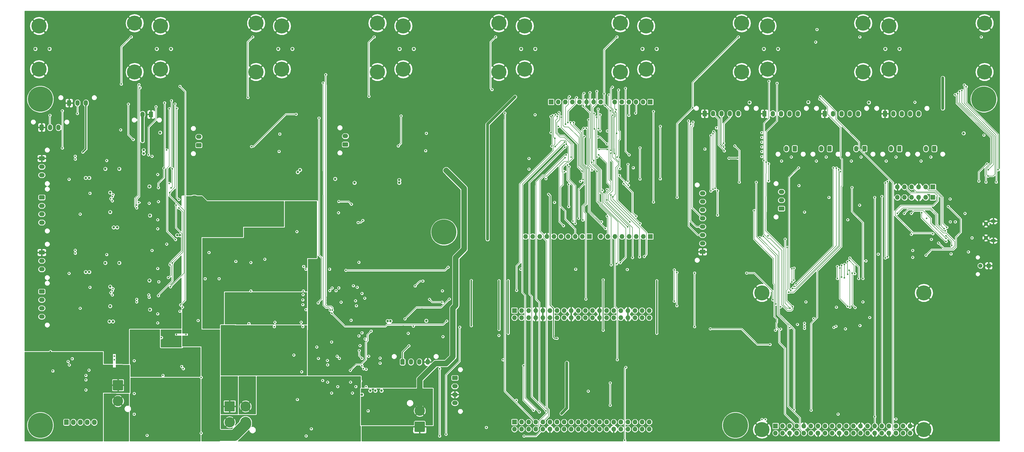
<source format=gbl>
G04 #@! TF.GenerationSoftware,KiCad,Pcbnew,(5.1.9)-1*
G04 #@! TF.CreationDate,2021-03-30T23:48:26-07:00*
G04 #@! TF.ProjectId,Ventilator,56656e74-696c-4617-946f-722e6b696361,A*
G04 #@! TF.SameCoordinates,Original*
G04 #@! TF.FileFunction,Copper,L4,Bot*
G04 #@! TF.FilePolarity,Positive*
%FSLAX46Y46*%
G04 Gerber Fmt 4.6, Leading zero omitted, Abs format (unit mm)*
G04 Created by KiCad (PCBNEW (5.1.9)-1) date 2021-03-30 23:48:26*
%MOMM*%
%LPD*%
G01*
G04 APERTURE LIST*
G04 #@! TA.AperFunction,ComponentPad*
%ADD10O,1.900000X1.200000*%
G04 #@! TD*
G04 #@! TA.AperFunction,ComponentPad*
%ADD11C,1.450000*%
G04 #@! TD*
G04 #@! TA.AperFunction,ComponentPad*
%ADD12C,0.500000*%
G04 #@! TD*
G04 #@! TA.AperFunction,SMDPad,CuDef*
%ADD13R,2.450000X2.450000*%
G04 #@! TD*
G04 #@! TA.AperFunction,SMDPad,CuDef*
%ADD14R,2.600000X2.600000*%
G04 #@! TD*
G04 #@! TA.AperFunction,ComponentPad*
%ADD15C,0.600000*%
G04 #@! TD*
G04 #@! TA.AperFunction,SMDPad,CuDef*
%ADD16R,6.300000X9.500000*%
G04 #@! TD*
G04 #@! TA.AperFunction,ComponentPad*
%ADD17O,2.020000X1.500000*%
G04 #@! TD*
G04 #@! TA.AperFunction,ComponentPad*
%ADD18O,1.500000X2.020000*%
G04 #@! TD*
G04 #@! TA.AperFunction,ComponentPad*
%ADD19C,1.500000*%
G04 #@! TD*
G04 #@! TA.AperFunction,ComponentPad*
%ADD20C,3.700000*%
G04 #@! TD*
G04 #@! TA.AperFunction,ComponentPad*
%ADD21C,0.800000*%
G04 #@! TD*
G04 #@! TA.AperFunction,ComponentPad*
%ADD22C,5.400000*%
G04 #@! TD*
G04 #@! TA.AperFunction,ComponentPad*
%ADD23R,1.700000X1.700000*%
G04 #@! TD*
G04 #@! TA.AperFunction,ComponentPad*
%ADD24O,1.700000X1.700000*%
G04 #@! TD*
G04 #@! TA.AperFunction,ComponentPad*
%ADD25C,9.000000*%
G04 #@! TD*
G04 #@! TA.AperFunction,ComponentPad*
%ADD26O,1.700000X1.950000*%
G04 #@! TD*
G04 #@! TA.AperFunction,ViaPad*
%ADD27C,0.600000*%
G04 #@! TD*
G04 #@! TA.AperFunction,ViaPad*
%ADD28C,0.900000*%
G04 #@! TD*
G04 #@! TA.AperFunction,Conductor*
%ADD29C,0.350000*%
G04 #@! TD*
G04 #@! TA.AperFunction,Conductor*
%ADD30C,1.000000*%
G04 #@! TD*
G04 #@! TA.AperFunction,Conductor*
%ADD31C,0.500000*%
G04 #@! TD*
G04 #@! TA.AperFunction,Conductor*
%ADD32C,0.180000*%
G04 #@! TD*
G04 #@! TA.AperFunction,Conductor*
%ADD33C,0.200000*%
G04 #@! TD*
G04 #@! TA.AperFunction,Conductor*
%ADD34C,4.000000*%
G04 #@! TD*
G04 #@! TA.AperFunction,Conductor*
%ADD35C,2.000000*%
G04 #@! TD*
G04 #@! TA.AperFunction,Conductor*
%ADD36C,0.254000*%
G04 #@! TD*
G04 #@! TA.AperFunction,Conductor*
%ADD37C,0.100000*%
G04 #@! TD*
G04 APERTURE END LIST*
D10*
X367437500Y-95750000D03*
X367437500Y-102750000D03*
D11*
X364737500Y-96750000D03*
X364737500Y-101750000D03*
D12*
X138075000Y-145975000D03*
X137100000Y-145975000D03*
X136125000Y-145975000D03*
X138075000Y-145000000D03*
X137100000Y-145000000D03*
X136125000Y-145000000D03*
X138075000Y-144025000D03*
X137100000Y-144025000D03*
X136125000Y-144025000D03*
D13*
X137100000Y-145000000D03*
D12*
X128750000Y-123050000D03*
X129800000Y-123050000D03*
X130850000Y-123050000D03*
X128750000Y-124100000D03*
X129800000Y-124100000D03*
X130850000Y-124100000D03*
X128750000Y-125150000D03*
X129800000Y-125150000D03*
X130850000Y-125150000D03*
D14*
X129800000Y-124100000D03*
D15*
X57750000Y-125500000D03*
X56250000Y-125500000D03*
X54750000Y-125500000D03*
X58500000Y-124000000D03*
X57000000Y-124000000D03*
X54000000Y-124000000D03*
X55500000Y-124000000D03*
X57750000Y-119500000D03*
X56250000Y-119500000D03*
X54750000Y-119500000D03*
X58500000Y-121000000D03*
X57000000Y-121000000D03*
X55500000Y-121000000D03*
X54000000Y-121000000D03*
X57750000Y-122500000D03*
X54750000Y-122500000D03*
D16*
X56250000Y-122500000D03*
D15*
X56250000Y-122500000D03*
X57750000Y-91750000D03*
X56250000Y-91750000D03*
X54750000Y-91750000D03*
X58500000Y-90250000D03*
X57000000Y-90250000D03*
X54000000Y-90250000D03*
X55500000Y-90250000D03*
X57750000Y-85750000D03*
X56250000Y-85750000D03*
X54750000Y-85750000D03*
X58500000Y-87250000D03*
X57000000Y-87250000D03*
X55500000Y-87250000D03*
X54000000Y-87250000D03*
X57750000Y-88750000D03*
X54750000Y-88750000D03*
D16*
X56250000Y-88750000D03*
D15*
X56250000Y-88750000D03*
D17*
X263250000Y-85750000D03*
X263250000Y-88750000D03*
X263250000Y-91750000D03*
X263250000Y-94750000D03*
X263250000Y-97750000D03*
X263250000Y-100750000D03*
X263250000Y-103750000D03*
G04 #@! TA.AperFunction,ComponentPad*
G36*
G01*
X264010000Y-107500000D02*
X262490000Y-107500000D01*
G75*
G02*
X262240000Y-107250000I0J250000D01*
G01*
X262240000Y-106250000D01*
G75*
G02*
X262490000Y-106000000I250000J0D01*
G01*
X264010000Y-106000000D01*
G75*
G02*
X264260000Y-106250000I0J-250000D01*
G01*
X264260000Y-107250000D01*
G75*
G02*
X264010000Y-107500000I-250000J0D01*
G01*
G37*
G04 #@! TD.AperFunction*
G04 #@! TA.AperFunction,ComponentPad*
G36*
G01*
X327850000Y-58010000D02*
X327850000Y-56490000D01*
G75*
G02*
X328100000Y-56240000I250000J0D01*
G01*
X329100000Y-56240000D01*
G75*
G02*
X329350000Y-56490000I0J-250000D01*
G01*
X329350000Y-58010000D01*
G75*
G02*
X329100000Y-58260000I-250000J0D01*
G01*
X328100000Y-58260000D01*
G75*
G02*
X327850000Y-58010000I0J250000D01*
G01*
G37*
G04 #@! TD.AperFunction*
D18*
X331600000Y-57250000D03*
X334600000Y-57250000D03*
X337600000Y-57250000D03*
X340600000Y-57250000D03*
G04 #@! TA.AperFunction,ComponentPad*
G36*
G01*
X306250000Y-58010000D02*
X306250000Y-56490000D01*
G75*
G02*
X306500000Y-56240000I250000J0D01*
G01*
X307500000Y-56240000D01*
G75*
G02*
X307750000Y-56490000I0J-250000D01*
G01*
X307750000Y-58010000D01*
G75*
G02*
X307500000Y-58260000I-250000J0D01*
G01*
X306500000Y-58260000D01*
G75*
G02*
X306250000Y-58010000I0J250000D01*
G01*
G37*
G04 #@! TD.AperFunction*
X310000000Y-57250000D03*
X313000000Y-57250000D03*
X316000000Y-57250000D03*
X319000000Y-57250000D03*
G04 #@! TA.AperFunction,ComponentPad*
G36*
G01*
X284650000Y-58010000D02*
X284650000Y-56490000D01*
G75*
G02*
X284900000Y-56240000I250000J0D01*
G01*
X285900000Y-56240000D01*
G75*
G02*
X286150000Y-56490000I0J-250000D01*
G01*
X286150000Y-58010000D01*
G75*
G02*
X285900000Y-58260000I-250000J0D01*
G01*
X284900000Y-58260000D01*
G75*
G02*
X284650000Y-58010000I0J250000D01*
G01*
G37*
G04 #@! TD.AperFunction*
X288400000Y-57250000D03*
X291400000Y-57250000D03*
X294400000Y-57250000D03*
X297400000Y-57250000D03*
G04 #@! TA.AperFunction,ComponentPad*
G36*
G01*
X263250000Y-57960000D02*
X263250000Y-56440000D01*
G75*
G02*
X263500000Y-56190000I250000J0D01*
G01*
X264500000Y-56190000D01*
G75*
G02*
X264750000Y-56440000I0J-250000D01*
G01*
X264750000Y-57960000D01*
G75*
G02*
X264500000Y-58210000I-250000J0D01*
G01*
X263500000Y-58210000D01*
G75*
G02*
X263250000Y-57960000I0J250000D01*
G01*
G37*
G04 #@! TD.AperFunction*
X267000000Y-57200000D03*
X270000000Y-57200000D03*
X273000000Y-57200000D03*
X276000000Y-57200000D03*
G04 #@! TA.AperFunction,ComponentPad*
G36*
G01*
X173740000Y-151250000D02*
X175260000Y-151250000D01*
G75*
G02*
X175510000Y-151500000I0J-250000D01*
G01*
X175510000Y-152500000D01*
G75*
G02*
X175260000Y-152750000I-250000J0D01*
G01*
X173740000Y-152750000D01*
G75*
G02*
X173490000Y-152500000I0J250000D01*
G01*
X173490000Y-151500000D01*
G75*
G02*
X173740000Y-151250000I250000J0D01*
G01*
G37*
G04 #@! TD.AperFunction*
D17*
X174500000Y-155000000D03*
X174500000Y-158000000D03*
X174500000Y-161000000D03*
G04 #@! TA.AperFunction,ComponentPad*
G36*
G01*
X25740000Y-120250000D02*
X27260000Y-120250000D01*
G75*
G02*
X27510000Y-120500000I0J-250000D01*
G01*
X27510000Y-121500000D01*
G75*
G02*
X27260000Y-121750000I-250000J0D01*
G01*
X25740000Y-121750000D01*
G75*
G02*
X25490000Y-121500000I0J250000D01*
G01*
X25490000Y-120500000D01*
G75*
G02*
X25740000Y-120250000I250000J0D01*
G01*
G37*
G04 #@! TD.AperFunction*
X26500000Y-124000000D03*
X26500000Y-127000000D03*
X26500000Y-130000000D03*
G04 #@! TA.AperFunction,ComponentPad*
G36*
G01*
X155000000Y-147010000D02*
X155000000Y-145490000D01*
G75*
G02*
X155250000Y-145240000I250000J0D01*
G01*
X156250000Y-145240000D01*
G75*
G02*
X156500000Y-145490000I0J-250000D01*
G01*
X156500000Y-147010000D01*
G75*
G02*
X156250000Y-147260000I-250000J0D01*
G01*
X155250000Y-147260000D01*
G75*
G02*
X155000000Y-147010000I0J250000D01*
G01*
G37*
G04 #@! TD.AperFunction*
D18*
X158750000Y-146250000D03*
X161750000Y-146250000D03*
X164750000Y-146250000D03*
G04 #@! TA.AperFunction,ComponentPad*
G36*
G01*
X25740000Y-86500000D02*
X27260000Y-86500000D01*
G75*
G02*
X27510000Y-86750000I0J-250000D01*
G01*
X27510000Y-87750000D01*
G75*
G02*
X27260000Y-88000000I-250000J0D01*
G01*
X25740000Y-88000000D01*
G75*
G02*
X25490000Y-87750000I0J250000D01*
G01*
X25490000Y-86750000D01*
G75*
G02*
X25740000Y-86500000I250000J0D01*
G01*
G37*
G04 #@! TD.AperFunction*
D17*
X26500000Y-90250000D03*
X26500000Y-93250000D03*
X26500000Y-96250000D03*
G04 #@! TA.AperFunction,ComponentPad*
G36*
G01*
X25700001Y-62905001D02*
X25700001Y-61385001D01*
G75*
G02*
X25950001Y-61135001I250000J0D01*
G01*
X26950001Y-61135001D01*
G75*
G02*
X27200001Y-61385001I0J-250000D01*
G01*
X27200001Y-62905001D01*
G75*
G02*
X26950001Y-63155001I-250000J0D01*
G01*
X25950001Y-63155001D01*
G75*
G02*
X25700001Y-62905001I0J250000D01*
G01*
G37*
G04 #@! TD.AperFunction*
D18*
X29450001Y-62145001D03*
X32450001Y-62145001D03*
G04 #@! TA.AperFunction,ComponentPad*
G36*
G01*
X35550000Y-54160000D02*
X35550000Y-52640000D01*
G75*
G02*
X35800000Y-52390000I250000J0D01*
G01*
X36800000Y-52390000D01*
G75*
G02*
X37050000Y-52640000I0J-250000D01*
G01*
X37050000Y-54160000D01*
G75*
G02*
X36800000Y-54410000I-250000J0D01*
G01*
X35800000Y-54410000D01*
G75*
G02*
X35550000Y-54160000I0J250000D01*
G01*
G37*
G04 #@! TD.AperFunction*
X39300000Y-53400000D03*
X42300000Y-53400000D03*
G04 #@! TA.AperFunction,ComponentPad*
G36*
G01*
X292260000Y-92000000D02*
X290740000Y-92000000D01*
G75*
G02*
X290490000Y-91750000I0J250000D01*
G01*
X290490000Y-90750000D01*
G75*
G02*
X290740000Y-90500000I250000J0D01*
G01*
X292260000Y-90500000D01*
G75*
G02*
X292510000Y-90750000I0J-250000D01*
G01*
X292510000Y-91750000D01*
G75*
G02*
X292260000Y-92000000I-250000J0D01*
G01*
G37*
G04 #@! TD.AperFunction*
D17*
X291500000Y-88250000D03*
X291500000Y-85250000D03*
G04 #@! TA.AperFunction,ComponentPad*
G36*
G01*
X25740000Y-106250000D02*
X27260000Y-106250000D01*
G75*
G02*
X27510000Y-106500000I0J-250000D01*
G01*
X27510000Y-107500000D01*
G75*
G02*
X27260000Y-107750000I-250000J0D01*
G01*
X25740000Y-107750000D01*
G75*
G02*
X25490000Y-107500000I0J250000D01*
G01*
X25490000Y-106500000D01*
G75*
G02*
X25740000Y-106250000I250000J0D01*
G01*
G37*
G04 #@! TD.AperFunction*
X26500000Y-110000000D03*
X26500000Y-113000000D03*
G04 #@! TA.AperFunction,ComponentPad*
G36*
G01*
X25740000Y-72500000D02*
X27260000Y-72500000D01*
G75*
G02*
X27510000Y-72750000I0J-250000D01*
G01*
X27510000Y-73750000D01*
G75*
G02*
X27260000Y-74000000I-250000J0D01*
G01*
X25740000Y-74000000D01*
G75*
G02*
X25490000Y-73750000I0J250000D01*
G01*
X25490000Y-72750000D01*
G75*
G02*
X25740000Y-72500000I250000J0D01*
G01*
G37*
G04 #@! TD.AperFunction*
X26500000Y-76250000D03*
X26500000Y-79250000D03*
D18*
X62600000Y-57500000D03*
G04 #@! TA.AperFunction,ComponentPad*
G36*
G01*
X66350000Y-56740000D02*
X66350000Y-58260000D01*
G75*
G02*
X66100000Y-58510000I-250000J0D01*
G01*
X65100000Y-58510000D01*
G75*
G02*
X64850000Y-58260000I0J250000D01*
G01*
X64850000Y-56740000D01*
G75*
G02*
X65100000Y-56490000I250000J0D01*
G01*
X66100000Y-56490000D01*
G75*
G02*
X66350000Y-56740000I0J-250000D01*
G01*
G37*
G04 #@! TD.AperFunction*
G04 #@! TA.AperFunction,ComponentPad*
G36*
G01*
X136010000Y-69000000D02*
X134490000Y-69000000D01*
G75*
G02*
X134240000Y-68750000I0J250000D01*
G01*
X134240000Y-67750000D01*
G75*
G02*
X134490000Y-67500000I250000J0D01*
G01*
X136010000Y-67500000D01*
G75*
G02*
X136260000Y-67750000I0J-250000D01*
G01*
X136260000Y-68750000D01*
G75*
G02*
X136010000Y-69000000I-250000J0D01*
G01*
G37*
G04 #@! TD.AperFunction*
D17*
X135250000Y-65250000D03*
G04 #@! TA.AperFunction,ComponentPad*
G36*
G01*
X83510000Y-69250000D02*
X81990000Y-69250000D01*
G75*
G02*
X81740000Y-69000000I0J250000D01*
G01*
X81740000Y-68000000D01*
G75*
G02*
X81990000Y-67750000I250000J0D01*
G01*
X83510000Y-67750000D01*
G75*
G02*
X83760000Y-68000000I0J-250000D01*
G01*
X83760000Y-69000000D01*
G75*
G02*
X83510000Y-69250000I-250000J0D01*
G01*
G37*
G04 #@! TD.AperFunction*
X82750000Y-65500000D03*
G04 #@! TA.AperFunction,ComponentPad*
G36*
G01*
X347000000Y-68990000D02*
X347000000Y-70510000D01*
G75*
G02*
X346750000Y-70760000I-250000J0D01*
G01*
X345750000Y-70760000D01*
G75*
G02*
X345500000Y-70510000I0J250000D01*
G01*
X345500000Y-68990000D01*
G75*
G02*
X345750000Y-68740000I250000J0D01*
G01*
X346750000Y-68740000D01*
G75*
G02*
X347000000Y-68990000I0J-250000D01*
G01*
G37*
G04 #@! TD.AperFunction*
D18*
X343250000Y-69750000D03*
G04 #@! TA.AperFunction,ComponentPad*
G36*
G01*
X297000000Y-68990000D02*
X297000000Y-70510000D01*
G75*
G02*
X296750000Y-70760000I-250000J0D01*
G01*
X295750000Y-70760000D01*
G75*
G02*
X295500000Y-70510000I0J250000D01*
G01*
X295500000Y-68990000D01*
G75*
G02*
X295750000Y-68740000I250000J0D01*
G01*
X296750000Y-68740000D01*
G75*
G02*
X297000000Y-68990000I0J-250000D01*
G01*
G37*
G04 #@! TD.AperFunction*
X293250000Y-69750000D03*
G04 #@! TA.AperFunction,ComponentPad*
G36*
G01*
X334500000Y-68990000D02*
X334500000Y-70510000D01*
G75*
G02*
X334250000Y-70760000I-250000J0D01*
G01*
X333250000Y-70760000D01*
G75*
G02*
X333000000Y-70510000I0J250000D01*
G01*
X333000000Y-68990000D01*
G75*
G02*
X333250000Y-68740000I250000J0D01*
G01*
X334250000Y-68740000D01*
G75*
G02*
X334500000Y-68990000I0J-250000D01*
G01*
G37*
G04 #@! TD.AperFunction*
X330750000Y-69750000D03*
G04 #@! TA.AperFunction,ComponentPad*
G36*
G01*
X322000000Y-68990000D02*
X322000000Y-70510000D01*
G75*
G02*
X321750000Y-70760000I-250000J0D01*
G01*
X320750000Y-70760000D01*
G75*
G02*
X320500000Y-70510000I0J250000D01*
G01*
X320500000Y-68990000D01*
G75*
G02*
X320750000Y-68740000I250000J0D01*
G01*
X321750000Y-68740000D01*
G75*
G02*
X322000000Y-68990000I0J-250000D01*
G01*
G37*
G04 #@! TD.AperFunction*
X318250000Y-69750000D03*
G04 #@! TA.AperFunction,ComponentPad*
G36*
G01*
X309500000Y-68990000D02*
X309500000Y-70510000D01*
G75*
G02*
X309250000Y-70760000I-250000J0D01*
G01*
X308250000Y-70760000D01*
G75*
G02*
X308000000Y-70510000I0J250000D01*
G01*
X308000000Y-68990000D01*
G75*
G02*
X308250000Y-68740000I250000J0D01*
G01*
X309250000Y-68740000D01*
G75*
G02*
X309500000Y-68990000I0J-250000D01*
G01*
G37*
G04 #@! TD.AperFunction*
X305750000Y-69750000D03*
D19*
X362760000Y-111760000D03*
G04 #@! TA.AperFunction,ComponentPad*
G36*
G01*
X365260000Y-111010000D02*
X366260000Y-111010000D01*
G75*
G02*
X366510000Y-111260000I0J-250000D01*
G01*
X366510000Y-112260000D01*
G75*
G02*
X366260000Y-112510000I-250000J0D01*
G01*
X365260000Y-112510000D01*
G75*
G02*
X365010000Y-112260000I0J250000D01*
G01*
X365010000Y-111260000D01*
G75*
G02*
X365260000Y-111010000I250000J0D01*
G01*
G37*
G04 #@! TD.AperFunction*
D20*
X99500000Y-167900000D03*
X93800000Y-167900000D03*
X99500000Y-162200000D03*
G04 #@! TA.AperFunction,ComponentPad*
G36*
G01*
X91950000Y-163800000D02*
X91950000Y-160600000D01*
G75*
G02*
X92200000Y-160350000I250000J0D01*
G01*
X95400000Y-160350000D01*
G75*
G02*
X95650000Y-160600000I0J-250000D01*
G01*
X95650000Y-163800000D01*
G75*
G02*
X95400000Y-164050000I-250000J0D01*
G01*
X92200000Y-164050000D01*
G75*
G02*
X91950000Y-163800000I0J250000D01*
G01*
G37*
G04 #@! TD.AperFunction*
X161900000Y-163800000D03*
G04 #@! TA.AperFunction,ComponentPad*
G36*
G01*
X163750000Y-167900000D02*
X163750000Y-171100000D01*
G75*
G02*
X163500000Y-171350000I-250000J0D01*
G01*
X160300000Y-171350000D01*
G75*
G02*
X160050000Y-171100000I0J250000D01*
G01*
X160050000Y-167900000D01*
G75*
G02*
X160300000Y-167650000I250000J0D01*
G01*
X163500000Y-167650000D01*
G75*
G02*
X163750000Y-167900000I0J-250000D01*
G01*
G37*
G04 #@! TD.AperFunction*
X53800000Y-160300000D03*
G04 #@! TA.AperFunction,ComponentPad*
G36*
G01*
X51950000Y-156200000D02*
X51950000Y-153000000D01*
G75*
G02*
X52200000Y-152750000I250000J0D01*
G01*
X55400000Y-152750000D01*
G75*
G02*
X55650000Y-153000000I0J-250000D01*
G01*
X55650000Y-156200000D01*
G75*
G02*
X55400000Y-156450000I-250000J0D01*
G01*
X52200000Y-156450000D01*
G75*
G02*
X51950000Y-156200000I0J250000D01*
G01*
G37*
G04 #@! TD.AperFunction*
D21*
X144725000Y-42250000D03*
D22*
X146750000Y-42250000D03*
D21*
X145318109Y-40818109D03*
X145318109Y-43681891D03*
X146750000Y-40225000D03*
X148181891Y-43681891D03*
X146750000Y-44275000D03*
X148181891Y-40818109D03*
X148775000Y-42250000D03*
X145318109Y-26181891D03*
X145318109Y-23318109D03*
X146750000Y-26775000D03*
X146750000Y-22725000D03*
X144725000Y-24750000D03*
D22*
X146750000Y-24750000D03*
D21*
X148775000Y-24750000D03*
X148181891Y-26181891D03*
X148181891Y-23318109D03*
X110475000Y-41250000D03*
X111068109Y-42681891D03*
X112500000Y-39225000D03*
X111068109Y-39818109D03*
X112500000Y-43275000D03*
X113931891Y-39818109D03*
X113931891Y-42681891D03*
D22*
X112500000Y-41250000D03*
D21*
X114525000Y-41250000D03*
X114525000Y-25750000D03*
X112500000Y-23725000D03*
D22*
X112500000Y-25750000D03*
D21*
X113931891Y-24318109D03*
X111068109Y-24318109D03*
X112500000Y-27775000D03*
X110475000Y-25750000D03*
X113931891Y-27181891D03*
X111068109Y-27181891D03*
X57725000Y-42250000D03*
D22*
X59750000Y-42250000D03*
D21*
X58318109Y-40818109D03*
X58318109Y-43681891D03*
X59750000Y-40225000D03*
X61181891Y-43681891D03*
X59750000Y-44275000D03*
X61181891Y-40818109D03*
X61775000Y-42250000D03*
X58318109Y-26181891D03*
X58318109Y-23318109D03*
X59750000Y-26775000D03*
X59750000Y-22725000D03*
X57725000Y-24750000D03*
D22*
X59750000Y-24750000D03*
D21*
X61775000Y-24750000D03*
X61181891Y-26181891D03*
X61181891Y-23318109D03*
X23475000Y-41250000D03*
X24068109Y-42681891D03*
X25500000Y-39225000D03*
X24068109Y-39818109D03*
X25500000Y-43275000D03*
X26931891Y-39818109D03*
X26931891Y-42681891D03*
D22*
X25500000Y-41250000D03*
D21*
X27525000Y-41250000D03*
X27525000Y-25750000D03*
X25500000Y-23725000D03*
D22*
X25500000Y-25750000D03*
D21*
X26931891Y-24318109D03*
X24068109Y-24318109D03*
X25500000Y-27775000D03*
X23475000Y-25750000D03*
X26931891Y-27181891D03*
X24068109Y-27181891D03*
X101225000Y-42250000D03*
D22*
X103250000Y-42250000D03*
D21*
X101818109Y-40818109D03*
X101818109Y-43681891D03*
X103250000Y-40225000D03*
X104681891Y-43681891D03*
X103250000Y-44275000D03*
X104681891Y-40818109D03*
X105275000Y-42250000D03*
X101818109Y-26181891D03*
X101818109Y-23318109D03*
X103250000Y-26775000D03*
X103250000Y-22725000D03*
X101225000Y-24750000D03*
D22*
X103250000Y-24750000D03*
D21*
X105275000Y-24750000D03*
X104681891Y-26181891D03*
X104681891Y-23318109D03*
X66975000Y-41250000D03*
X67568109Y-42681891D03*
X69000000Y-39225000D03*
X67568109Y-39818109D03*
X69000000Y-43275000D03*
X70431891Y-39818109D03*
X70431891Y-42681891D03*
D22*
X69000000Y-41250000D03*
D21*
X71025000Y-41250000D03*
X71025000Y-25750000D03*
X69000000Y-23725000D03*
D22*
X69000000Y-25750000D03*
D21*
X70431891Y-24318109D03*
X67568109Y-24318109D03*
X69000000Y-27775000D03*
X66975000Y-25750000D03*
X70431891Y-27181891D03*
X67568109Y-27181891D03*
X188225000Y-42250000D03*
D22*
X190250000Y-42250000D03*
D21*
X188818109Y-40818109D03*
X188818109Y-43681891D03*
X190250000Y-40225000D03*
X191681891Y-43681891D03*
X190250000Y-44275000D03*
X191681891Y-40818109D03*
X192275000Y-42250000D03*
X188818109Y-26181891D03*
X188818109Y-23318109D03*
X190250000Y-26775000D03*
X190250000Y-22725000D03*
X188225000Y-24750000D03*
D22*
X190250000Y-24750000D03*
D21*
X192275000Y-24750000D03*
X191681891Y-26181891D03*
X191681891Y-23318109D03*
X153975000Y-41250000D03*
X154568109Y-42681891D03*
X156000000Y-39225000D03*
X154568109Y-39818109D03*
X156000000Y-43275000D03*
X157431891Y-39818109D03*
X157431891Y-42681891D03*
D22*
X156000000Y-41250000D03*
D21*
X158025000Y-41250000D03*
X158025000Y-25750000D03*
X156000000Y-23725000D03*
D22*
X156000000Y-25750000D03*
D21*
X157431891Y-24318109D03*
X154568109Y-24318109D03*
X156000000Y-27775000D03*
X153975000Y-25750000D03*
X157431891Y-27181891D03*
X154568109Y-27181891D03*
X231725000Y-42250000D03*
D22*
X233750000Y-42250000D03*
D21*
X232318109Y-40818109D03*
X232318109Y-43681891D03*
X233750000Y-40225000D03*
X235181891Y-43681891D03*
X233750000Y-44275000D03*
X235181891Y-40818109D03*
X235775000Y-42250000D03*
X232318109Y-26181891D03*
X232318109Y-23318109D03*
X233750000Y-26775000D03*
X233750000Y-22725000D03*
X231725000Y-24750000D03*
D22*
X233750000Y-24750000D03*
D21*
X235775000Y-24750000D03*
X235181891Y-26181891D03*
X235181891Y-23318109D03*
X197475000Y-41250000D03*
X198068109Y-42681891D03*
X199500000Y-39225000D03*
X198068109Y-39818109D03*
X199500000Y-43275000D03*
X200931891Y-39818109D03*
X200931891Y-42681891D03*
D22*
X199500000Y-41250000D03*
D21*
X201525000Y-41250000D03*
X201525000Y-25750000D03*
X199500000Y-23725000D03*
D22*
X199500000Y-25750000D03*
D21*
X200931891Y-24318109D03*
X198068109Y-24318109D03*
X199500000Y-27775000D03*
X197475000Y-25750000D03*
X200931891Y-27181891D03*
X198068109Y-27181891D03*
X275225000Y-42250000D03*
D22*
X277250000Y-42250000D03*
D21*
X275818109Y-40818109D03*
X275818109Y-43681891D03*
X277250000Y-40225000D03*
X278681891Y-43681891D03*
X277250000Y-44275000D03*
X278681891Y-40818109D03*
X279275000Y-42250000D03*
X275818109Y-26181891D03*
X275818109Y-23318109D03*
X277250000Y-26775000D03*
X277250000Y-22725000D03*
X275225000Y-24750000D03*
D22*
X277250000Y-24750000D03*
D21*
X279275000Y-24750000D03*
X278681891Y-26181891D03*
X278681891Y-23318109D03*
X240975000Y-41250000D03*
X241568109Y-42681891D03*
X243000000Y-39225000D03*
X241568109Y-39818109D03*
X243000000Y-43275000D03*
X244431891Y-39818109D03*
X244431891Y-42681891D03*
D22*
X243000000Y-41250000D03*
D21*
X245025000Y-41250000D03*
X245025000Y-25750000D03*
X243000000Y-23725000D03*
D22*
X243000000Y-25750000D03*
D21*
X244431891Y-24318109D03*
X241568109Y-24318109D03*
X243000000Y-27775000D03*
X240975000Y-25750000D03*
X244431891Y-27181891D03*
X241568109Y-27181891D03*
X318725000Y-42250000D03*
D22*
X320750000Y-42250000D03*
D21*
X319318109Y-40818109D03*
X319318109Y-43681891D03*
X320750000Y-40225000D03*
X322181891Y-43681891D03*
X320750000Y-44275000D03*
X322181891Y-40818109D03*
X322775000Y-42250000D03*
X319318109Y-26181891D03*
X319318109Y-23318109D03*
X320750000Y-26775000D03*
X320750000Y-22725000D03*
X318725000Y-24750000D03*
D22*
X320750000Y-24750000D03*
D21*
X322775000Y-24750000D03*
X322181891Y-26181891D03*
X322181891Y-23318109D03*
X284475000Y-41250000D03*
X285068109Y-42681891D03*
X286500000Y-39225000D03*
X285068109Y-39818109D03*
X286500000Y-43275000D03*
X287931891Y-39818109D03*
X287931891Y-42681891D03*
D22*
X286500000Y-41250000D03*
D21*
X288525000Y-41250000D03*
X288525000Y-25750000D03*
X286500000Y-23725000D03*
D22*
X286500000Y-25750000D03*
D21*
X287931891Y-24318109D03*
X285068109Y-24318109D03*
X286500000Y-27775000D03*
X284475000Y-25750000D03*
X287931891Y-27181891D03*
X285068109Y-27181891D03*
X362225000Y-42250000D03*
D22*
X364250000Y-42250000D03*
D21*
X362818109Y-40818109D03*
X362818109Y-43681891D03*
X364250000Y-40225000D03*
X365681891Y-43681891D03*
X364250000Y-44275000D03*
X365681891Y-40818109D03*
X366275000Y-42250000D03*
X362818109Y-26181891D03*
X362818109Y-23318109D03*
X364250000Y-26775000D03*
X364250000Y-22725000D03*
X362225000Y-24750000D03*
D22*
X364250000Y-24750000D03*
D21*
X366275000Y-24750000D03*
X365681891Y-26181891D03*
X365681891Y-23318109D03*
X327975000Y-41250000D03*
X328568109Y-42681891D03*
X330000000Y-39225000D03*
X328568109Y-39818109D03*
X330000000Y-43275000D03*
X331431891Y-39818109D03*
X331431891Y-42681891D03*
D22*
X330000000Y-41250000D03*
D21*
X332025000Y-41250000D03*
X332025000Y-25750000D03*
X330000000Y-23725000D03*
D22*
X330000000Y-25750000D03*
D21*
X331431891Y-24318109D03*
X328568109Y-24318109D03*
X330000000Y-27775000D03*
X327975000Y-25750000D03*
X331431891Y-27181891D03*
X328568109Y-27181891D03*
D23*
X289370000Y-169230000D03*
D24*
X289370000Y-171770000D03*
X291910000Y-169230000D03*
X291910000Y-171770000D03*
X294450000Y-169230000D03*
X294450000Y-171770000D03*
X296990000Y-169230000D03*
X296990000Y-171770000D03*
X299530000Y-169230000D03*
X299530000Y-171770000D03*
X302070000Y-169230000D03*
X302070000Y-171770000D03*
X304610000Y-169230000D03*
X304610000Y-171770000D03*
X307150000Y-169230000D03*
X307150000Y-171770000D03*
X309690000Y-169230000D03*
X309690000Y-171770000D03*
X312230000Y-169230000D03*
X312230000Y-171770000D03*
X314770000Y-169230000D03*
X314770000Y-171770000D03*
X317310000Y-169230000D03*
X317310000Y-171770000D03*
X319850000Y-169230000D03*
X319850000Y-171770000D03*
X322390000Y-169230000D03*
X322390000Y-171770000D03*
X324930000Y-169230000D03*
X324930000Y-171770000D03*
X327470000Y-169230000D03*
X327470000Y-171770000D03*
X330010000Y-169230000D03*
X330010000Y-171770000D03*
X332550000Y-169230000D03*
X332550000Y-171770000D03*
X335090000Y-169230000D03*
X335090000Y-171770000D03*
X337630000Y-169230000D03*
X337630000Y-171770000D03*
D25*
X364000000Y-52000000D03*
X26000000Y-52000000D03*
X275000000Y-169000000D03*
X26000000Y-169000000D03*
X170561000Y-99695000D03*
D21*
X283068109Y-171931891D03*
X285931891Y-169068109D03*
X282475000Y-170500000D03*
X284500000Y-168475000D03*
D22*
X284500000Y-170500000D03*
D21*
X284500000Y-172525000D03*
X285931891Y-171931891D03*
X286525000Y-170500000D03*
X283068109Y-169068109D03*
X284500000Y-123525000D03*
X283068109Y-120068109D03*
X282475000Y-121500000D03*
X285931891Y-122931891D03*
X285931891Y-120068109D03*
X283068109Y-122931891D03*
D22*
X284500000Y-121500000D03*
D21*
X286525000Y-121500000D03*
X284500000Y-119475000D03*
D22*
X342500000Y-121500000D03*
D21*
X341068109Y-120068109D03*
X342500000Y-123525000D03*
X341068109Y-122931891D03*
X344525000Y-121500000D03*
X343931891Y-120068109D03*
X343931891Y-122931891D03*
X342500000Y-119475000D03*
X340475000Y-121500000D03*
D22*
X342500000Y-170500000D03*
D21*
X341068109Y-169068109D03*
X342500000Y-172525000D03*
X341068109Y-171931891D03*
X344525000Y-170500000D03*
X343931891Y-169068109D03*
X343931891Y-171931891D03*
X342500000Y-168475000D03*
X340475000Y-170500000D03*
D24*
X226740000Y-53000000D03*
X224200000Y-53000000D03*
X221660000Y-53000000D03*
X219120000Y-53000000D03*
X216580000Y-53000000D03*
X214040000Y-53000000D03*
X211500000Y-53000000D03*
D23*
X208960000Y-53000000D03*
X244500000Y-53000000D03*
D24*
X241960000Y-53000000D03*
X239420000Y-53000000D03*
X236880000Y-53000000D03*
X234340000Y-53000000D03*
X231800000Y-53000000D03*
D23*
X222671000Y-101259000D03*
D24*
X220131000Y-101259000D03*
X217591000Y-101259000D03*
X215051000Y-101259000D03*
X212511000Y-101259000D03*
X209971000Y-101259000D03*
X207431000Y-101259000D03*
X204891000Y-101259000D03*
X202351000Y-101259000D03*
X199811000Y-101259000D03*
D23*
X244515000Y-101259000D03*
D24*
X241975000Y-101259000D03*
X239435000Y-101259000D03*
X236895000Y-101259000D03*
X234355000Y-101259000D03*
X231815000Y-101259000D03*
X229275000Y-101259000D03*
X226735000Y-101259000D03*
X244094000Y-130378000D03*
X244094000Y-127838000D03*
X241554000Y-130378000D03*
X241554000Y-127838000D03*
X239014000Y-130378000D03*
X239014000Y-127838000D03*
X236474000Y-130378000D03*
X236474000Y-127838000D03*
X233934000Y-130378000D03*
X233934000Y-127838000D03*
X231394000Y-130378000D03*
X231394000Y-127838000D03*
X228854000Y-130378000D03*
X228854000Y-127838000D03*
X226314000Y-130378000D03*
X226314000Y-127838000D03*
X223774000Y-130378000D03*
X223774000Y-127838000D03*
X221234000Y-130378000D03*
X221234000Y-127838000D03*
X218694000Y-130378000D03*
X218694000Y-127838000D03*
X216154000Y-130378000D03*
X216154000Y-127838000D03*
X213614000Y-130378000D03*
X213614000Y-127838000D03*
X211074000Y-130378000D03*
X211074000Y-127838000D03*
X208534000Y-130378000D03*
X208534000Y-127838000D03*
X205994000Y-130378000D03*
X205994000Y-127838000D03*
X203454000Y-130378000D03*
X203454000Y-127838000D03*
X200914000Y-130378000D03*
X200914000Y-127838000D03*
X198374000Y-130378000D03*
X198374000Y-127838000D03*
X195834000Y-130378000D03*
D23*
X195834000Y-127838000D03*
X195834000Y-167835000D03*
D24*
X195834000Y-170375000D03*
X198374000Y-167835000D03*
X198374000Y-170375000D03*
X200914000Y-167835000D03*
X200914000Y-170375000D03*
X203454000Y-167835000D03*
X203454000Y-170375000D03*
X205994000Y-167835000D03*
X205994000Y-170375000D03*
X208534000Y-167835000D03*
X208534000Y-170375000D03*
X211074000Y-167835000D03*
X211074000Y-170375000D03*
X213614000Y-167835000D03*
X213614000Y-170375000D03*
X216154000Y-167835000D03*
X216154000Y-170375000D03*
X218694000Y-167835000D03*
X218694000Y-170375000D03*
X221234000Y-167835000D03*
X221234000Y-170375000D03*
X223774000Y-167835000D03*
X223774000Y-170375000D03*
X226314000Y-167835000D03*
X226314000Y-170375000D03*
X228854000Y-167835000D03*
X228854000Y-170375000D03*
X231394000Y-167835000D03*
X231394000Y-170375000D03*
X233934000Y-167835000D03*
X233934000Y-170375000D03*
X236474000Y-167835000D03*
X236474000Y-170375000D03*
X239014000Y-167835000D03*
X239014000Y-170375000D03*
X241554000Y-167835000D03*
X241554000Y-170375000D03*
X244094000Y-167835000D03*
X244094000Y-170375000D03*
D26*
X45300000Y-167900000D03*
X42800000Y-167900000D03*
X40300000Y-167900000D03*
X37800000Y-167900000D03*
G04 #@! TA.AperFunction,ComponentPad*
G36*
G01*
X34450000Y-168625000D02*
X34450000Y-167175000D01*
G75*
G02*
X34700000Y-166925000I250000J0D01*
G01*
X35900000Y-166925000D01*
G75*
G02*
X36150000Y-167175000I0J-250000D01*
G01*
X36150000Y-168625000D01*
G75*
G02*
X35900000Y-168875000I-250000J0D01*
G01*
X34700000Y-168875000D01*
G75*
G02*
X34450000Y-168625000I0J250000D01*
G01*
G37*
G04 #@! TD.AperFunction*
D24*
X333050000Y-87250000D03*
X335590000Y-87250000D03*
X338130000Y-87250000D03*
X340670000Y-87250000D03*
X343210000Y-87250000D03*
D23*
X345750000Y-87250000D03*
X345750000Y-83500000D03*
D24*
X343210000Y-83500000D03*
X340670000Y-83500000D03*
X338130000Y-83500000D03*
X335590000Y-83500000D03*
X333050000Y-83500000D03*
D27*
X211074000Y-137795000D03*
X208026000Y-86106000D03*
X302895000Y-125984000D03*
X246888000Y-159639000D03*
X255524000Y-94615000D03*
X255524000Y-99568000D03*
X166243000Y-85090000D03*
X166243000Y-90043000D03*
X195707000Y-94742000D03*
X314750000Y-104000000D03*
X313750000Y-104000000D03*
X313750000Y-105500000D03*
X314750000Y-105500000D03*
X320250000Y-93250000D03*
X321250000Y-93250000D03*
X321250000Y-94750000D03*
X320250000Y-94750000D03*
X346500000Y-76500000D03*
X334000000Y-76500000D03*
X321500000Y-76500000D03*
X309000000Y-76500000D03*
D28*
X160650000Y-78150000D03*
D27*
X107750000Y-70500000D03*
X105750000Y-70500000D03*
X106750000Y-70500000D03*
X107750000Y-71250000D03*
X105750000Y-71250000D03*
X106750000Y-71250000D03*
X107750000Y-72250000D03*
X105750000Y-72250000D03*
X106750000Y-72250000D03*
X107750000Y-73000000D03*
X106750000Y-73000000D03*
X105750000Y-73000000D03*
X140550000Y-104500000D03*
X139300000Y-104500000D03*
X141800000Y-104500000D03*
X166250000Y-120000000D03*
X166250000Y-120750000D03*
X166250000Y-119250000D03*
X165500000Y-120000000D03*
X165500000Y-120750000D03*
X165500000Y-119250000D03*
X164750000Y-120000000D03*
X164750000Y-120750000D03*
X164750000Y-119250000D03*
X164000000Y-119250000D03*
X164000000Y-120000000D03*
X164000000Y-120750000D03*
X206000000Y-137000000D03*
X187250000Y-136750000D03*
X284495240Y-163205160D03*
X285772860Y-163192460D03*
X205359000Y-68707000D03*
X206375000Y-62992000D03*
X204089000Y-74549000D03*
X239903000Y-80010000D03*
X289306000Y-131191000D03*
X290322000Y-132588000D03*
X295600000Y-132800000D03*
X303022000Y-129794000D03*
X311023000Y-132461000D03*
X310896000Y-130556000D03*
X323469000Y-125730000D03*
X323088000Y-131826000D03*
X309245000Y-131318000D03*
X238633000Y-65913000D03*
X219456000Y-84709000D03*
X227965000Y-84201000D03*
X221361000Y-90678000D03*
X212852000Y-90043000D03*
X206502000Y-85979000D03*
X214503000Y-83947000D03*
X213741000Y-77000000D03*
X339090000Y-165608000D03*
D28*
X331230000Y-33020000D03*
X336310000Y-33020000D03*
X364730000Y-32230000D03*
X287730000Y-33020000D03*
X292810000Y-33020000D03*
X321230000Y-32230000D03*
X244230000Y-33020000D03*
X249310000Y-33020000D03*
X277730000Y-32230000D03*
X200730000Y-33020000D03*
X205810000Y-33020000D03*
X234230000Y-32230000D03*
X157230000Y-33020000D03*
X162310000Y-33020000D03*
X190730000Y-32230000D03*
X113730000Y-33020000D03*
X118810000Y-33020000D03*
X147230000Y-32230000D03*
X70230000Y-33020000D03*
X75310000Y-33020000D03*
X103730000Y-32230000D03*
X31810000Y-33020000D03*
X26730000Y-33020000D03*
D27*
X112250000Y-65500000D03*
D28*
X276750000Y-66000000D03*
D27*
X291500000Y-75306002D03*
X296500000Y-76500000D03*
X300750000Y-72750000D03*
X316500000Y-75306002D03*
X325750000Y-72750000D03*
X329000000Y-75306002D03*
X338250000Y-72750000D03*
X304000000Y-75306002D03*
X313250000Y-72750000D03*
X341500000Y-75306002D03*
X350750000Y-72750000D03*
X307500000Y-27500000D03*
X302850000Y-34650000D03*
D28*
X60230000Y-32230000D03*
X50725000Y-83225000D03*
D27*
X37250000Y-83500000D03*
X38462500Y-88962500D03*
X38462500Y-92962500D03*
X38500000Y-97000000D03*
X40250000Y-85000000D03*
D28*
X45250000Y-83750000D03*
X44750000Y-87000000D03*
X44750000Y-88500000D03*
X45000000Y-93750000D03*
X66950000Y-83300000D03*
X66950000Y-93700000D03*
X63250000Y-95250000D03*
D27*
X31500000Y-72500000D03*
X36000000Y-75250000D03*
D28*
X49250000Y-70500000D03*
X54250000Y-70500000D03*
D27*
X225425000Y-89535000D03*
X132300000Y-121700000D03*
X137350000Y-140950000D03*
X133800000Y-145400000D03*
D28*
X88000000Y-78500000D03*
X93250000Y-69750000D03*
D27*
X104750000Y-65750000D03*
D28*
X117000000Y-68000000D03*
D27*
X187500000Y-160250000D03*
X194750000Y-151750000D03*
X188750000Y-145500000D03*
X189000000Y-141750000D03*
X194000000Y-143000000D03*
X184500000Y-137500000D03*
X190750000Y-150500000D03*
X182750000Y-144250000D03*
X184500000Y-144250000D03*
X212000000Y-159750000D03*
X210000000Y-154750000D03*
X211250000Y-154000000D03*
X212750000Y-154500000D03*
X220962500Y-149962500D03*
X191500000Y-155250000D03*
X179750000Y-168250000D03*
X170500000Y-129250000D03*
X162750000Y-130500000D03*
X162750000Y-128500000D03*
X162750000Y-127250000D03*
X162750000Y-125250000D03*
X162500000Y-122750000D03*
X154500000Y-122750000D03*
X149750000Y-130250000D03*
X149750000Y-128250000D03*
X149750000Y-127000000D03*
X149750000Y-125000000D03*
X151000000Y-123500000D03*
X151000000Y-122000000D03*
D28*
X50750000Y-90750000D03*
D27*
X136550000Y-93500000D03*
X136550000Y-92750000D03*
X136550000Y-94250000D03*
X137300000Y-93500000D03*
X137300000Y-92750000D03*
X137300000Y-94250000D03*
X138050000Y-93500000D03*
X138050000Y-92750000D03*
X138050000Y-94250000D03*
X138800000Y-94250000D03*
X138800000Y-93500000D03*
X138800000Y-92750000D03*
X140050000Y-83000000D03*
X140050000Y-85000000D03*
X140050000Y-86250000D03*
X140050000Y-88250000D03*
X140300000Y-90750000D03*
X148300000Y-90750000D03*
X153050000Y-83250000D03*
X153050000Y-85250000D03*
X153050000Y-86500000D03*
X153050000Y-88500000D03*
X151800000Y-90000000D03*
X151800000Y-91500000D03*
X161000000Y-109000000D03*
X162250000Y-109000000D03*
X163500000Y-109000000D03*
X160250000Y-70250000D03*
X158250000Y-70250000D03*
X159250000Y-70250000D03*
X160250000Y-71000000D03*
X158250000Y-71000000D03*
X159250000Y-71000000D03*
X160250000Y-72000000D03*
X158250000Y-72000000D03*
X159250000Y-72000000D03*
X160250000Y-72750000D03*
X159250000Y-72750000D03*
X158250000Y-72750000D03*
X164750000Y-65250000D03*
D28*
X140500000Y-78250000D03*
X145750000Y-69500000D03*
D27*
X157250000Y-65500000D03*
D28*
X169500000Y-67750000D03*
X108150000Y-78400000D03*
D27*
X354535122Y-99420000D03*
X357750000Y-95750000D03*
X352780003Y-96000000D03*
X348750000Y-106750000D03*
X358462500Y-108712500D03*
X347500000Y-90250000D03*
X346037500Y-93537500D03*
X336250000Y-99750000D03*
X336250000Y-103500000D03*
X339712500Y-93537500D03*
X338500000Y-104750000D03*
X345500000Y-108500000D03*
X295250000Y-84250000D03*
X295537500Y-92537500D03*
X305000000Y-89500000D03*
X305250000Y-84750000D03*
X309250000Y-85000000D03*
X318500000Y-97750000D03*
X317962500Y-101962500D03*
X313000000Y-107500000D03*
X151500000Y-140000000D03*
X151500000Y-141500000D03*
X155500000Y-137250000D03*
X153025000Y-135725000D03*
X156037500Y-133462500D03*
X161500000Y-140000000D03*
X48050000Y-66450000D03*
X55950000Y-64550000D03*
X66502370Y-89330010D03*
D28*
X50725000Y-116975000D03*
D27*
X37250000Y-117250000D03*
X38462500Y-122712500D03*
X38462500Y-126712500D03*
X38500000Y-130750000D03*
X40250000Y-118750000D03*
D28*
X45250000Y-117500000D03*
X44750000Y-120750000D03*
X44750000Y-122250000D03*
X45000000Y-127500000D03*
X66950000Y-117050000D03*
X61575000Y-122175000D03*
X66950000Y-127450000D03*
X63250000Y-129000000D03*
D27*
X31500000Y-106250000D03*
X36000000Y-109000000D03*
D28*
X49250000Y-104250000D03*
X54250000Y-104250000D03*
X50750000Y-124500000D03*
D27*
X66502370Y-123080010D03*
X51200000Y-141600000D03*
X52000000Y-141600000D03*
X30454912Y-149490176D03*
X122600000Y-132400000D03*
X126800000Y-132600000D03*
X128600000Y-132600000D03*
X130400000Y-132600000D03*
X132600000Y-132000000D03*
X137300000Y-132900000D03*
X140630000Y-122500000D03*
X140600000Y-120700000D03*
X125300000Y-112000000D03*
X125300000Y-110200000D03*
X132000000Y-115700000D03*
X136700000Y-114900000D03*
X136700000Y-116700000D03*
X140000000Y-112300000D03*
X132700000Y-112300000D03*
X135387500Y-105812500D03*
X125800000Y-118500000D03*
X144300000Y-137600000D03*
X143600000Y-148200000D03*
X127100000Y-152900000D03*
X123300000Y-149800000D03*
X119600000Y-149800000D03*
X123500000Y-147500000D03*
X137687500Y-135012500D03*
X85000000Y-116400000D03*
X121200000Y-172800000D03*
X149600000Y-172800000D03*
X117900000Y-99500000D03*
X280000000Y-73200000D03*
X260234999Y-73465001D03*
X260550000Y-69900000D03*
D28*
X61575000Y-88000000D03*
D27*
X350200000Y-60800000D03*
X319078990Y-165100000D03*
X290659162Y-130599838D03*
X226695000Y-86487000D03*
X210459010Y-137000000D03*
X199063990Y-137000000D03*
X205304010Y-157962500D03*
X52800000Y-141600000D03*
X53600000Y-141600000D03*
X354880000Y-69420000D03*
X352405000Y-75205000D03*
X353145000Y-70555000D03*
X352315000Y-82985000D03*
X365930000Y-69430000D03*
X367680000Y-85120000D03*
X365650000Y-80650000D03*
X361300000Y-66000000D03*
X220400000Y-81800000D03*
D28*
X71470000Y-63987500D03*
X82800000Y-82000000D03*
X82800000Y-85000000D03*
X86000000Y-86400000D03*
X87600000Y-85600000D03*
X90200000Y-85600000D03*
X93400000Y-85600000D03*
X96600000Y-85600000D03*
X99800000Y-85600000D03*
X103000000Y-85600000D03*
X106200000Y-85600000D03*
X109400000Y-85600000D03*
X112600000Y-85600000D03*
D27*
X303748115Y-27778285D03*
D28*
X141200000Y-158000000D03*
X144200000Y-156600000D03*
X146000000Y-156600000D03*
X148200000Y-156600000D03*
X151200000Y-151800000D03*
X151200000Y-154200000D03*
D27*
X345100000Y-101500000D03*
X52500000Y-144200000D03*
X30454912Y-141945088D03*
X226300000Y-66700000D03*
X230474706Y-76112500D03*
X207100000Y-77700000D03*
X211598500Y-63398500D03*
X295000000Y-160600000D03*
X200000000Y-86200000D03*
X199600000Y-108200000D03*
X235000000Y-87600000D03*
X234600000Y-107600000D03*
X217600000Y-57800000D03*
X227600000Y-58400000D03*
X221200000Y-69200000D03*
X286400000Y-61400000D03*
X75000000Y-113000000D03*
X75600000Y-95000000D03*
X72400000Y-79400000D03*
X260200000Y-148200000D03*
X289800000Y-154200000D03*
X328200000Y-163000000D03*
X273200000Y-100800000D03*
X182600000Y-60200000D03*
X153000000Y-48800000D03*
X115800000Y-49800000D03*
X253800000Y-49600000D03*
X252200000Y-58400000D03*
X245000000Y-95400000D03*
X283600000Y-88600000D03*
X287400000Y-85600000D03*
X299000000Y-98200000D03*
X339800000Y-139400000D03*
X177800000Y-76200000D03*
X162000000Y-97000000D03*
X255800000Y-137400000D03*
X252200000Y-70600000D03*
X92600000Y-59200000D03*
X50000000Y-52200000D03*
X206200000Y-51200000D03*
X272400000Y-139400000D03*
X268200000Y-136200000D03*
X262800000Y-155000000D03*
X260800000Y-157000000D03*
X224600000Y-158200000D03*
X316000000Y-132600000D03*
X43600000Y-66200000D03*
X38800000Y-138400000D03*
X214400000Y-139800000D03*
X222000000Y-140000000D03*
X224400000Y-151200000D03*
X194800000Y-108800000D03*
X213000000Y-119400000D03*
X250200000Y-118400000D03*
X188800000Y-97600000D03*
X183000000Y-76000000D03*
X300000000Y-105800000D03*
X256800000Y-119400000D03*
X310200000Y-154200000D03*
X321800000Y-140200000D03*
X322400000Y-153600000D03*
X341000000Y-155800000D03*
X274000000Y-107000000D03*
X178000000Y-128600000D03*
X167600000Y-153600000D03*
X158400000Y-153200000D03*
X267000000Y-167600000D03*
X360800000Y-166600000D03*
X357800000Y-150200000D03*
X358400000Y-129000000D03*
X366000000Y-89800000D03*
X323000000Y-112800000D03*
X242400000Y-90800000D03*
X246600000Y-148800000D03*
X251000000Y-129000000D03*
X266400000Y-127800000D03*
X359200000Y-62600000D03*
X213600000Y-107400000D03*
X254600000Y-107000000D03*
X251400000Y-85200000D03*
X363000000Y-97800000D03*
X306600000Y-119200000D03*
X300800000Y-120200000D03*
X295000000Y-118800000D03*
X287600000Y-93600000D03*
X309600000Y-165800000D03*
X266800000Y-123200000D03*
X271200000Y-122600000D03*
X275000000Y-122400000D03*
X260600000Y-104200000D03*
X254800000Y-103800000D03*
X260000000Y-100800000D03*
X252000000Y-78000000D03*
X263400000Y-78000000D03*
X272600000Y-78200000D03*
X282000000Y-77800000D03*
X272800000Y-87400000D03*
X279000000Y-82000000D03*
X275200000Y-90400000D03*
X252200000Y-90600000D03*
X304200000Y-92200000D03*
X284000000Y-82400000D03*
X234600000Y-84000000D03*
X242800000Y-97800000D03*
X312000000Y-35400000D03*
X231600000Y-35600000D03*
X188000000Y-35800000D03*
X145000000Y-35800000D03*
X101400000Y-35600000D03*
X275000000Y-35600000D03*
X316600000Y-35800000D03*
X361800000Y-35600000D03*
X71400000Y-59600000D03*
D28*
X328690000Y-33980000D03*
X285190000Y-33980000D03*
X241690000Y-33980000D03*
X198190000Y-33980000D03*
X154690000Y-33980000D03*
X111190000Y-33980000D03*
X67690000Y-33980000D03*
X24190000Y-33980000D03*
D27*
X349300000Y-55300000D03*
X349300000Y-44400000D03*
D28*
X138550000Y-82000000D03*
D27*
X133100000Y-145000000D03*
D28*
X164250000Y-131500000D03*
D27*
X140700000Y-153100000D03*
X125600000Y-145000000D03*
X125600000Y-152900000D03*
X105400000Y-155000000D03*
D28*
X116400000Y-173600000D03*
X115200000Y-173600000D03*
D27*
X116000000Y-159500000D03*
X115000000Y-158500000D03*
X114000000Y-159500000D03*
X113000000Y-160500000D03*
X114000000Y-161500000D03*
X113000000Y-162500000D03*
X114000000Y-163500000D03*
X113000000Y-164500000D03*
X115000000Y-164500000D03*
X116500000Y-164500000D03*
X114000000Y-165500000D03*
X116000000Y-165500000D03*
X117000000Y-158500000D03*
X112000000Y-161500000D03*
X112000000Y-163500000D03*
X112500000Y-159000000D03*
X285744920Y-166888160D03*
X284480000Y-166888160D03*
X170000000Y-120750000D03*
X198047990Y-113000000D03*
D28*
X151399994Y-131600000D03*
X150400000Y-131600000D03*
D27*
X211623498Y-61823498D03*
X300228000Y-124714000D03*
X201041000Y-73279000D03*
X201041000Y-77089000D03*
X284400000Y-72600000D03*
X284400000Y-70800000D03*
X284400000Y-69100000D03*
X284400000Y-67400000D03*
X284400000Y-65700000D03*
D28*
X301100000Y-53050000D03*
D27*
X210185000Y-89027000D03*
X219456000Y-81534000D03*
X299720000Y-132334000D03*
X299720000Y-133350000D03*
X299720000Y-134239000D03*
X297200000Y-132800000D03*
X303022000Y-130683000D03*
X213741000Y-77978000D03*
D28*
X280050000Y-53200000D03*
D27*
X111750000Y-64500000D03*
X111500000Y-70750000D03*
D28*
X322800000Y-53200000D03*
D27*
X38500000Y-73500000D03*
X36250000Y-80750000D03*
X66000000Y-72500000D03*
X71250000Y-70250000D03*
X222250000Y-156750000D03*
X51750000Y-88500004D03*
X164250000Y-64250000D03*
X164000000Y-70500000D03*
X353750000Y-96000000D03*
X352250000Y-107500000D03*
X358462500Y-106787500D03*
X343500000Y-94750000D03*
X338000000Y-100500000D03*
X338500000Y-106250000D03*
X338500000Y-108750000D03*
X357250000Y-93000000D03*
X321750000Y-110000000D03*
X157750000Y-136000000D03*
X54750000Y-63000000D03*
X64962500Y-89330010D03*
X38500000Y-107250000D03*
X36250000Y-114500000D03*
X66000000Y-106250000D03*
X71250000Y-104000000D03*
X51750000Y-122250004D03*
X64962500Y-123080010D03*
X170200000Y-137200000D03*
X139187500Y-126112500D03*
X137100000Y-153500000D03*
X268212500Y-62287500D03*
X284400000Y-64000000D03*
X275800000Y-73200000D03*
X272637500Y-73162500D03*
X264050000Y-69900000D03*
X339300000Y-53100000D03*
X291155021Y-126492000D03*
X364000000Y-64900000D03*
X351900000Y-87800000D03*
X120000000Y-125700000D03*
X238400000Y-76600000D03*
X345185019Y-102275365D03*
X229100000Y-63400000D03*
X233600000Y-76900000D03*
X207100000Y-80500000D03*
X186200000Y-102200000D03*
X196000000Y-51200000D03*
D28*
X131600000Y-80600000D03*
X212725000Y-164751000D03*
X154550000Y-81000000D03*
X154550000Y-82000000D03*
D27*
X291211000Y-134493000D03*
X289306000Y-134874000D03*
X310261000Y-133858000D03*
X311023000Y-133477000D03*
X196500000Y-160000000D03*
X132800000Y-92750000D03*
D28*
X356750000Y-64250000D03*
D27*
X314400000Y-134400004D03*
X286750000Y-101000000D03*
X315250000Y-95250000D03*
X294534778Y-133938037D03*
X217750000Y-113000000D03*
X236250000Y-113102010D03*
X159600000Y-133430401D03*
D28*
X214600000Y-146600000D03*
D27*
X41200000Y-71000000D03*
X227330000Y-84709000D03*
X229000000Y-84400000D03*
D28*
X333770000Y-33980000D03*
X290270000Y-33980000D03*
X246770000Y-33980000D03*
X203270000Y-33980000D03*
X159770000Y-33980000D03*
X116270000Y-33980000D03*
X72770000Y-33980000D03*
X29270000Y-33980000D03*
D27*
X291500000Y-74194002D03*
X295000000Y-72750000D03*
X316500000Y-74194002D03*
X320000000Y-72750000D03*
X329000000Y-74194002D03*
X332500000Y-72750000D03*
X304000000Y-74194002D03*
X307500000Y-72750000D03*
X341500000Y-74194002D03*
X345000000Y-72750000D03*
X303750000Y-31500000D03*
X297750000Y-83000000D03*
X299750000Y-92500000D03*
X308500000Y-87250000D03*
X319462500Y-90037500D03*
X304200000Y-27000000D03*
X215265000Y-82550000D03*
X215265000Y-90551000D03*
X240792000Y-80645000D03*
X240792000Y-69469000D03*
X268605000Y-84836000D03*
X268605000Y-93599000D03*
X220385616Y-80896865D03*
X190250000Y-136750000D03*
X191750000Y-145500000D03*
X185750000Y-169750000D03*
X180350000Y-117050000D03*
X180350000Y-133250000D03*
X316738000Y-83693000D03*
X320675000Y-116332000D03*
X245618989Y-88899011D03*
X245618000Y-56388000D03*
X232298976Y-55842357D03*
X294062831Y-121262831D03*
X312600000Y-78000000D03*
X297600000Y-76650000D03*
X294829102Y-120591419D03*
X312000000Y-77300000D03*
X295422682Y-119867318D03*
X311200000Y-76700000D03*
X296051001Y-119140001D03*
X310100000Y-76650000D03*
X296672000Y-118237000D03*
X43750000Y-119500000D03*
X51203763Y-121443167D03*
X52000000Y-86250000D03*
X49750000Y-74000000D03*
X52000000Y-120000000D03*
X49750000Y-107750000D03*
X121100000Y-127500000D03*
X121000000Y-134000000D03*
X121100000Y-113000000D03*
X140100000Y-110500000D03*
X94200000Y-139800000D03*
X101000000Y-137000000D03*
X101000000Y-139000000D03*
X100500000Y-140000000D03*
X101500000Y-141000000D03*
X102500000Y-142000000D03*
X103500000Y-141000000D03*
X104500000Y-142000000D03*
X105500000Y-141000000D03*
X106500000Y-142000000D03*
X107500000Y-141000000D03*
X108500000Y-140000000D03*
X107500000Y-139000000D03*
X108500000Y-137500000D03*
X107500000Y-137000000D03*
X295910000Y-116967000D03*
X296000000Y-112600000D03*
X295275000Y-117602014D03*
X135400000Y-113400000D03*
X172085000Y-112268000D03*
X295275000Y-112821010D03*
X42300000Y-156300000D03*
X59600000Y-157600000D03*
X59600000Y-165000000D03*
X59600000Y-145800000D03*
X64200000Y-172600000D03*
X46200000Y-144600000D03*
X52500000Y-145500000D03*
X29600000Y-150000000D03*
X29600000Y-142500000D03*
X100687500Y-132487500D03*
X110000000Y-132000000D03*
X119400000Y-132000000D03*
X120000000Y-124000000D03*
X120100000Y-122100000D03*
X120000000Y-133600000D03*
X109800000Y-133600000D03*
X131900000Y-120700000D03*
X90000000Y-116400000D03*
X86400000Y-107000000D03*
X96000000Y-110200000D03*
X130516810Y-119738145D03*
X106400000Y-109400000D03*
X138900000Y-124300000D03*
X132900000Y-119700000D03*
X138100000Y-118930000D03*
X140100000Y-136900000D03*
X139500000Y-119500000D03*
X109200000Y-93600000D03*
X78200000Y-136400000D03*
X78000000Y-139500000D03*
X80000000Y-139500000D03*
X81700000Y-139500000D03*
X77800000Y-132800000D03*
X79400000Y-132800000D03*
X81100000Y-132800000D03*
X88500000Y-93500000D03*
X91000000Y-92500000D03*
X93500000Y-93500000D03*
X96000000Y-92500000D03*
X98500000Y-93500000D03*
X101000000Y-92500000D03*
X86000000Y-92000000D03*
X84500000Y-94500000D03*
X86000000Y-97000000D03*
X84500000Y-99500000D03*
X78500000Y-131500000D03*
X80500000Y-131500000D03*
X141200000Y-135800000D03*
X141200000Y-121700000D03*
X71600000Y-136200000D03*
X74800000Y-136400000D03*
X130400000Y-128800000D03*
X260350000Y-133604000D03*
X171577000Y-131572000D03*
X260350000Y-114372010D03*
X279019000Y-114372010D03*
X288398003Y-123997999D03*
X42300000Y-152700000D03*
X83600000Y-151800000D03*
X83600000Y-171800000D03*
X141200000Y-145000000D03*
X140200000Y-142200000D03*
X132500000Y-155100000D03*
X142700000Y-148900000D03*
X147700000Y-144900000D03*
X139000000Y-155100000D03*
X142700000Y-155100000D03*
X130300000Y-157400000D03*
X130300000Y-139100000D03*
D28*
X63000000Y-71500000D03*
X63000000Y-70250006D03*
D27*
X128900000Y-153500000D03*
X146800000Y-164200000D03*
X141200000Y-147700000D03*
X128825000Y-145725000D03*
D28*
X68900000Y-64000000D03*
X76000000Y-100800000D03*
X75000000Y-100800000D03*
X171400000Y-77600000D03*
X172200000Y-78400000D03*
X119000000Y-77400000D03*
X118200000Y-78200000D03*
D27*
X149400000Y-156400000D03*
X143400000Y-163800000D03*
X141800000Y-148700000D03*
X128900000Y-147300000D03*
X137800000Y-157400000D03*
X147700000Y-146700000D03*
X143600000Y-144200000D03*
X43750000Y-85750000D03*
X51203763Y-87693167D03*
X311150000Y-126619000D03*
X320675000Y-124714000D03*
X323088000Y-130302000D03*
X319600000Y-133200000D03*
X345750000Y-100250000D03*
X230124000Y-153800000D03*
X230124016Y-161798000D03*
X352000000Y-96000000D03*
X359750000Y-101750000D03*
X326150000Y-107600000D03*
X70250000Y-76750000D03*
X68250000Y-83750000D03*
X72150000Y-82250000D03*
X71800000Y-115979999D03*
X70479990Y-53320010D03*
X230378000Y-70358000D03*
X230323010Y-56134000D03*
X68400000Y-117500000D03*
X74600000Y-90000000D03*
X72400000Y-111400000D03*
X226000000Y-72000000D03*
D28*
X52000000Y-131750000D03*
X50750000Y-131750000D03*
D27*
X73250000Y-110750000D03*
X68250000Y-122500000D03*
X74900000Y-55300000D03*
X226495990Y-57600000D03*
X226495990Y-63363071D03*
X75600000Y-91000000D03*
X75600000Y-88000004D03*
X211800000Y-56786398D03*
D28*
X42250000Y-114000000D03*
X43499994Y-114000000D03*
D27*
X69000000Y-142500000D03*
X68000000Y-143500000D03*
X69000000Y-144500000D03*
X68000000Y-145500000D03*
X76000000Y-142000000D03*
X76000000Y-143500000D03*
X76000000Y-145000000D03*
X133700000Y-124800000D03*
X43400000Y-149200000D03*
X61400000Y-149200000D03*
X129600000Y-113000000D03*
X137300000Y-131300000D03*
X82500000Y-131400000D03*
X82500000Y-141800000D03*
X59400000Y-143200000D03*
X65000000Y-138600000D03*
X69000000Y-146500000D03*
X70500000Y-147000000D03*
X72000000Y-147000000D03*
X73500000Y-147000000D03*
X75000000Y-147000000D03*
X76000000Y-146500000D03*
D28*
X53500000Y-98000000D03*
X52250002Y-98000000D03*
D27*
X73250000Y-77000000D03*
X68250000Y-88750000D03*
X72950001Y-52549999D03*
X225800000Y-55571000D03*
X225900000Y-62600000D03*
X72880001Y-83880001D03*
X227000000Y-96000000D03*
X221600000Y-62400000D03*
D28*
X42250000Y-80250000D03*
X43499994Y-80250000D03*
D27*
X352500000Y-104500000D03*
X350500000Y-101000000D03*
X51600000Y-166800000D03*
X208869979Y-64008000D03*
X208865768Y-58264597D03*
X29400000Y-57800000D03*
X209169000Y-68834000D03*
X209533110Y-57860773D03*
X39250000Y-57150000D03*
X248056043Y-80573979D03*
X248070001Y-61729999D03*
X68000000Y-98500000D03*
X60500000Y-91000000D03*
X368450000Y-81750000D03*
X357000000Y-46900000D03*
X61300000Y-46800000D03*
X364750000Y-81750000D03*
X353700000Y-50400000D03*
X233100000Y-48700000D03*
X232600000Y-72800000D03*
X68000000Y-95250000D03*
X60500000Y-90030003D03*
X68000000Y-129000000D03*
X60500000Y-123780003D03*
X61700000Y-47900000D03*
X356100000Y-48900000D03*
X365500000Y-79600000D03*
X354600000Y-50000000D03*
X235600000Y-48100000D03*
X236900000Y-72000000D03*
X369050000Y-77350000D03*
X357700000Y-47500000D03*
X365650000Y-77350000D03*
X355300000Y-49200000D03*
X230900000Y-47700000D03*
X231648000Y-71501000D03*
X64800000Y-122200000D03*
X76200000Y-125800000D03*
X76000000Y-47400000D03*
X365100000Y-75200000D03*
X362200000Y-81400000D03*
X236500000Y-81500000D03*
X236500000Y-75400000D03*
X239200000Y-57000000D03*
X258200000Y-59800000D03*
X125800000Y-58800000D03*
X125500000Y-125100000D03*
X236800000Y-57800000D03*
X211200000Y-58200000D03*
X216200000Y-72800000D03*
X232560000Y-29690000D03*
X315142001Y-110236000D03*
X238129001Y-108834999D03*
X227965000Y-50038000D03*
X228346000Y-54229000D03*
X229000000Y-88200000D03*
X315200002Y-114802723D03*
X154200000Y-68800000D03*
X210400000Y-69000000D03*
X155200000Y-58000000D03*
X213400000Y-97400000D03*
X214400000Y-68200000D03*
X129789878Y-127710122D03*
X217600000Y-96600000D03*
X292800000Y-102200000D03*
X294600000Y-127000000D03*
X286000000Y-74600000D03*
X289900000Y-46300000D03*
X35900000Y-146100000D03*
X127300000Y-46200000D03*
X215400000Y-76200000D03*
X76600000Y-147900000D03*
X75970001Y-128070001D03*
X130600000Y-127700000D03*
X36350000Y-147350000D03*
X216800000Y-95800000D03*
X293600000Y-105200000D03*
X295400000Y-126400000D03*
X285200000Y-74000000D03*
X287000000Y-45600000D03*
X128200000Y-43200000D03*
X214800000Y-75600000D03*
X77200000Y-148700000D03*
X76900000Y-126600000D03*
X218821000Y-94742000D03*
X296037000Y-163449000D03*
X284988000Y-101219000D03*
X215900000Y-60400000D03*
X220345000Y-95377000D03*
X283718000Y-101629990D03*
X217000000Y-60400000D03*
X59250000Y-66500000D03*
X57500000Y-53800000D03*
X231994242Y-56560380D03*
X232410000Y-64262000D03*
X240800000Y-96600000D03*
X72300000Y-85500000D03*
X72600000Y-119300000D03*
X74200000Y-53730010D03*
X224464000Y-62664000D03*
X224400000Y-57071020D03*
X236400006Y-97800000D03*
X232664000Y-145449000D03*
X220800000Y-65400000D03*
X228400000Y-98400000D03*
X328676000Y-82042000D03*
X328676000Y-108966000D03*
X234950000Y-82296000D03*
X229020000Y-93980000D03*
X239400000Y-94000000D03*
X68000000Y-79000000D03*
X64750000Y-72000000D03*
X67400000Y-54700000D03*
X231075010Y-57800000D03*
X230377998Y-71374000D03*
X237200000Y-95999980D03*
X311785000Y-164973000D03*
X332486000Y-166751000D03*
X281686000Y-91948000D03*
X324866000Y-87249000D03*
X324930000Y-165870000D03*
X327470000Y-86868000D03*
X235331000Y-174371000D03*
X235712000Y-148209000D03*
X215519000Y-51054000D03*
X305435000Y-51054000D03*
X214122000Y-60960000D03*
X259000000Y-61000000D03*
X259800000Y-60200000D03*
X315214000Y-126365000D03*
X312420000Y-112522000D03*
X253111000Y-124460000D03*
X253111000Y-113229006D03*
X315976000Y-126619000D03*
X315722002Y-113411000D03*
X254000000Y-114173000D03*
X254000000Y-126111000D03*
X169032500Y-148712500D03*
X199263000Y-172847000D03*
X169032500Y-172846984D03*
X214000000Y-73000000D03*
X214400000Y-72000000D03*
X192400000Y-57000000D03*
X204724000Y-164211000D03*
X213819990Y-67408940D03*
X207124001Y-163817001D03*
X213855000Y-69255000D03*
X171323000Y-172212000D03*
X176200000Y-133800000D03*
X202646001Y-163621999D03*
X199063990Y-147574000D03*
X100330000Y-51429723D03*
X222885000Y-49651723D03*
X313055000Y-115818723D03*
X102060000Y-29690000D03*
X223520000Y-74676000D03*
X313055000Y-111625022D03*
X232410000Y-111053979D03*
X314071000Y-116072723D03*
X145560000Y-29690000D03*
X224200000Y-74000000D03*
X233758999Y-110665001D03*
X233758999Y-110665001D03*
X225330001Y-49181001D03*
X314071000Y-111245011D03*
X143685775Y-50975793D03*
X242316000Y-108452723D03*
X315976000Y-108960723D03*
X319151000Y-116326723D03*
X189060000Y-29690000D03*
X187776021Y-48570979D03*
X231049009Y-87032672D03*
X229616000Y-50500990D03*
X259715000Y-55112723D03*
X254127000Y-87243723D03*
X315849000Y-109849723D03*
X276060000Y-29690000D03*
X240665000Y-108585000D03*
X230392221Y-86392215D03*
X317800000Y-114600000D03*
X319560000Y-29690000D03*
X363060000Y-29690000D03*
X158000000Y-140500000D03*
X270800000Y-67800000D03*
X270800000Y-69200000D03*
X271000004Y-70537496D03*
X229108000Y-70029999D03*
X266192000Y-84963000D03*
X226187000Y-70029999D03*
X266192000Y-65024000D03*
X228981000Y-68072000D03*
X225806000Y-65532000D03*
X266954000Y-84328000D03*
X266954000Y-64389000D03*
X267208000Y-63627000D03*
X267716000Y-84018021D03*
X350749994Y-98000000D03*
X349750000Y-98500000D03*
X236664500Y-82867500D03*
X233425004Y-79375000D03*
X282448000Y-81788004D03*
X289524000Y-125476000D03*
X274750000Y-68750000D03*
X276380001Y-81788000D03*
X203200000Y-57600000D03*
X220044000Y-77800000D03*
X212600000Y-58400000D03*
X350490616Y-103018768D03*
X341750000Y-92750000D03*
X350500000Y-102000000D03*
X338000000Y-93000000D03*
X335500000Y-93000000D03*
X347750000Y-103598768D03*
X350250000Y-99250000D03*
X332999968Y-93000000D03*
X343250000Y-108000000D03*
X351250000Y-90500000D03*
X165400000Y-123800000D03*
X169900000Y-124800000D03*
X101400000Y-110600000D03*
X101400000Y-110600000D03*
X101400000Y-120800000D03*
X129646942Y-120653058D03*
X42300000Y-151100000D03*
X69900000Y-151100000D03*
X118040000Y-159740000D03*
X116800000Y-143800000D03*
X132300000Y-144200000D03*
X123040000Y-170240000D03*
X125000000Y-140900000D03*
X140479999Y-140379999D03*
X305181000Y-51943000D03*
X302133000Y-163576000D03*
X218059022Y-51435000D03*
X215000000Y-60400000D03*
X37400000Y-145100000D03*
X210300000Y-66100000D03*
X33850000Y-69550000D03*
X33850000Y-56150000D03*
X287389878Y-140010122D03*
X196600000Y-120600000D03*
X266000000Y-134400000D03*
X210600000Y-57600000D03*
X137400000Y-89700000D03*
X132900000Y-88700000D03*
X137400000Y-89700000D03*
X132900000Y-88700000D03*
X101600000Y-69000000D03*
X117600000Y-57400000D03*
X222370011Y-59400000D03*
X223600000Y-77400000D03*
X68000000Y-112750000D03*
X225400000Y-72800000D03*
X225270721Y-58437434D03*
X74400000Y-102400000D03*
X72200000Y-55400000D03*
X38462500Y-106212500D03*
X51750000Y-120750000D03*
X221400000Y-123700000D03*
X172500000Y-123700000D03*
X220648486Y-62448486D03*
X156599998Y-130800000D03*
X142300000Y-138000000D03*
X69400000Y-137512500D03*
X142200000Y-123400000D03*
X144500000Y-135200000D03*
X137000000Y-149270000D03*
X38462500Y-72462500D03*
X51750000Y-87000000D03*
X329438000Y-81534000D03*
X286893000Y-75180001D03*
X329438000Y-108585000D03*
X286893000Y-81342010D03*
X317881000Y-126746000D03*
X316865000Y-114427000D03*
X163000000Y-117250000D03*
X160250000Y-119000000D03*
X139800000Y-96250000D03*
X141500000Y-95500000D03*
X68000000Y-132250000D03*
X60500000Y-124750000D03*
X61200000Y-89100000D03*
X62600000Y-67000000D03*
X190300000Y-134600000D03*
X190300000Y-117100000D03*
X246800000Y-136000000D03*
X246800000Y-117100000D03*
X227600000Y-134900000D03*
X227600000Y-116800000D03*
X193600000Y-117100000D03*
X193600000Y-136000000D03*
X120300000Y-112000000D03*
X94400000Y-124400000D03*
X120200000Y-120800000D03*
X101000000Y-130500000D03*
X100000000Y-129500000D03*
X101000000Y-129000000D03*
X108000000Y-130500000D03*
X109000000Y-129500000D03*
X108000000Y-129000000D03*
X101000000Y-126000000D03*
X102000000Y-125000000D03*
X103000000Y-124000000D03*
X104000000Y-125000000D03*
X105000000Y-124000000D03*
X106000000Y-125000000D03*
X107000000Y-124000000D03*
X108000000Y-125000000D03*
X109000000Y-126000000D03*
X121100000Y-110200000D03*
X94400000Y-116400000D03*
X100800000Y-113000000D03*
X100000000Y-114000000D03*
X100800000Y-115000000D03*
X100000000Y-116000000D03*
X100800000Y-117000000D03*
X102000000Y-117800000D03*
X103000000Y-117200000D03*
X104000000Y-117800000D03*
X105000000Y-117200000D03*
X106000000Y-117800000D03*
X107000000Y-117200000D03*
X108000000Y-117800000D03*
X108200000Y-116400000D03*
X107600000Y-115400000D03*
X107600000Y-113600000D03*
X108200000Y-112600000D03*
X108200000Y-114400000D03*
X109000000Y-113600000D03*
X109000000Y-115400000D03*
X109000000Y-117200000D03*
X100000000Y-117800000D03*
X70000000Y-153000000D03*
X69000000Y-154000000D03*
X70000000Y-155000000D03*
X71000000Y-156000000D03*
X72000000Y-155000000D03*
X73000000Y-156000000D03*
X74000000Y-155000000D03*
X75000000Y-156000000D03*
X75000000Y-154000000D03*
X76000000Y-153000000D03*
X70000000Y-170000000D03*
X69000000Y-169000000D03*
X70000000Y-168000000D03*
X71000000Y-167000000D03*
X72000000Y-168000000D03*
X73000000Y-167000000D03*
X74000000Y-168000000D03*
X75000000Y-167000000D03*
X76000000Y-168000000D03*
X75000000Y-169000000D03*
X76000000Y-170000000D03*
X60400000Y-161000000D03*
X54991000Y-46609000D03*
X311531000Y-116326723D03*
X58560000Y-29690000D03*
X220726000Y-49911000D03*
X220472000Y-54483000D03*
X311531000Y-112005032D03*
X230505000Y-111433990D03*
X225400785Y-77954160D03*
D28*
X51000000Y-119250000D03*
X51000000Y-126250000D03*
X65050004Y-117050004D03*
X65250000Y-127500004D03*
X49250000Y-110750000D03*
X54250000Y-110750000D03*
D27*
X40250000Y-127000000D03*
D28*
X51000000Y-85500000D03*
X51000000Y-92500000D03*
X65050004Y-83300004D03*
X65250000Y-93750004D03*
X49250000Y-77000000D03*
X54250000Y-77000000D03*
D27*
X40250000Y-93250000D03*
D29*
X208026000Y-86106000D02*
X208636001Y-86716001D01*
X208636001Y-86716001D02*
X208636001Y-125952597D01*
X208636001Y-125952597D02*
X209804000Y-127120596D01*
X209804000Y-137314392D02*
X209804000Y-136779000D01*
X210284608Y-137795000D02*
X209804000Y-137314392D01*
X211074000Y-137795000D02*
X210284608Y-137795000D01*
X209804000Y-127120596D02*
X209804000Y-136779000D01*
D30*
X349300000Y-55300000D02*
X349300000Y-44400000D01*
D29*
X275762500Y-73162500D02*
X275800000Y-73200000D01*
X272637500Y-73162500D02*
X275762500Y-73162500D01*
D30*
X186200000Y-102200000D02*
X186200000Y-61000000D01*
X186200000Y-61000000D02*
X196000000Y-51200000D01*
X212725000Y-164751000D02*
X214600000Y-162876000D01*
X214600000Y-162876000D02*
X214600000Y-146600000D01*
D31*
X42300000Y-53400000D02*
X42300000Y-69900000D01*
X42300000Y-69900000D02*
X41200000Y-71000000D01*
D32*
X215265000Y-82550000D02*
X215265000Y-90551000D01*
X215265000Y-90551000D02*
X215265000Y-90551000D01*
D33*
X240792000Y-80645000D02*
X240792000Y-69469000D01*
X240792000Y-69469000D02*
X240792000Y-69469000D01*
X268605000Y-84836000D02*
X268605000Y-93599000D01*
X268605000Y-93599000D02*
X268605000Y-93599000D01*
D32*
X213200000Y-61400000D02*
X213200000Y-53840000D01*
X218960010Y-65760010D02*
X215200000Y-62000000D01*
X213200000Y-53840000D02*
X214040000Y-53000000D01*
X218960010Y-75760010D02*
X218960010Y-65760010D01*
X220614001Y-77414001D02*
X218960010Y-75760010D01*
X213800000Y-62000000D02*
X213200000Y-61400000D01*
X220614001Y-78073601D02*
X220614001Y-77414001D01*
X220385616Y-78301986D02*
X220614001Y-78073601D01*
X215200000Y-62000000D02*
X213800000Y-62000000D01*
X220385616Y-80896865D02*
X220385616Y-78301986D01*
D31*
X180350000Y-117050000D02*
X180350000Y-133250000D01*
D33*
X320675000Y-116332000D02*
X320675000Y-96266000D01*
X320675000Y-96266000D02*
X316738000Y-92329000D01*
X316738000Y-92329000D02*
X316738000Y-83693000D01*
X245618989Y-88899011D02*
X245618989Y-57276011D01*
X245618989Y-57276011D02*
X245618000Y-57275022D01*
X245618000Y-57275022D02*
X245618000Y-56388000D01*
X245618000Y-56388000D02*
X245618000Y-56388000D01*
X231800000Y-55343381D02*
X232298976Y-55842357D01*
X231800000Y-53000000D02*
X231800000Y-55343381D01*
X295874583Y-121262831D02*
X312400000Y-104737414D01*
X294062831Y-121262831D02*
X295874583Y-121262831D01*
X312400000Y-104737414D02*
X312400000Y-88800000D01*
X312400000Y-88800000D02*
X312400000Y-88600000D01*
X312500000Y-78000000D02*
X312600000Y-78000000D01*
X312400000Y-78100000D02*
X312500000Y-78000000D01*
X312400000Y-88800000D02*
X312400000Y-78100000D01*
X294200000Y-80050000D02*
X297600000Y-76650000D01*
X294200000Y-119962317D02*
X294200000Y-80050000D01*
X294829102Y-120591419D02*
X294200000Y-119962317D01*
X312000000Y-104600000D02*
X296732682Y-119867318D01*
X296732682Y-119867318D02*
X295422682Y-119867318D01*
X312000000Y-77300000D02*
X312000000Y-104600000D01*
X296627401Y-119140001D02*
X296051001Y-119140001D01*
X311200000Y-104567402D02*
X296627401Y-119140001D01*
X311200000Y-76700000D02*
X311200000Y-104567402D01*
X310100000Y-104809000D02*
X296672000Y-118237000D01*
X310100000Y-76650000D02*
X310100000Y-104809000D01*
X295910000Y-116967000D02*
X295910000Y-112690000D01*
X295910000Y-112690000D02*
X296000000Y-112600000D01*
X135400000Y-113400000D02*
X170953000Y-113400000D01*
X170953000Y-113400000D02*
X172085000Y-112268000D01*
X172085000Y-112268000D02*
X172085000Y-112268000D01*
X295275000Y-117602000D02*
X295275000Y-112821010D01*
D34*
X81100000Y-122400000D02*
X81100000Y-88500000D01*
X89800000Y-172600000D02*
X87300000Y-170100000D01*
X94600000Y-172600000D02*
X87394990Y-172600000D01*
X95491598Y-172600000D02*
X94600000Y-172600000D01*
X99500000Y-168591598D02*
X95491598Y-172600000D01*
X99500000Y-167900000D02*
X99500000Y-168591598D01*
D33*
X279019000Y-114300000D02*
X279019000Y-114300000D01*
X260350000Y-133604000D02*
X260350000Y-133604000D01*
X260350000Y-133604000D02*
X260350000Y-114372010D01*
X135080001Y-133480001D02*
X130400000Y-128800000D01*
X150230001Y-132850401D02*
X149600401Y-133480001D01*
X149600401Y-133480001D02*
X135080001Y-133480001D01*
X171577000Y-131572000D02*
X170298599Y-132850401D01*
X170298599Y-132850401D02*
X150230001Y-132850401D01*
X288398003Y-120987601D02*
X288398003Y-123997999D01*
X279019000Y-114372010D02*
X281782412Y-114372010D01*
X281782412Y-114372010D02*
X288398003Y-120987601D01*
X140200000Y-144000000D02*
X141200000Y-145000000D01*
X140200000Y-142200000D02*
X140200000Y-144000000D01*
D35*
X161900000Y-163800000D02*
X161900000Y-152500000D01*
X161900000Y-152500000D02*
X167600000Y-146800000D01*
X167600000Y-146800000D02*
X171400000Y-146800000D01*
X171400000Y-146800000D02*
X173800000Y-144400000D01*
X173800000Y-144400000D02*
X173800000Y-127000000D01*
X173800000Y-127000000D02*
X174800000Y-126000000D01*
X174800000Y-126000000D02*
X174800000Y-108800000D01*
X174800000Y-108800000D02*
X177800000Y-105800000D01*
X177800000Y-84000000D02*
X171400000Y-77600000D01*
X177800000Y-105800000D02*
X177800000Y-84000000D01*
D33*
X338641598Y-100000000D02*
X332250000Y-93608402D01*
X345500000Y-100000000D02*
X338641598Y-100000000D01*
X345750000Y-100250000D02*
X345500000Y-100000000D01*
X347500000Y-86750000D02*
X347500000Y-88500000D01*
X347500000Y-88500000D02*
X345750000Y-90250000D01*
X334250000Y-90250000D02*
X332250000Y-92250000D01*
X345750000Y-90250000D02*
X334250000Y-90250000D01*
X332250000Y-93608402D02*
X332250000Y-92250000D01*
X337720010Y-85630010D02*
X346380010Y-85630010D01*
X335590000Y-83500000D02*
X337720010Y-85630010D01*
X346380010Y-85630010D02*
X347500000Y-86750000D01*
X230124000Y-161797984D02*
X230124016Y-161798000D01*
D32*
X230124000Y-154276000D02*
X230124000Y-153800000D01*
D33*
X230124000Y-154051000D02*
X230124000Y-154276000D01*
X230124000Y-154276000D02*
X230124000Y-161797984D01*
D32*
X70479990Y-76520010D02*
X70250000Y-76750000D01*
X70479990Y-53320010D02*
X70479990Y-76520010D01*
X230378000Y-70358000D02*
X230378000Y-56188990D01*
X230378000Y-56188990D02*
X230323010Y-56134000D01*
D33*
X71800000Y-115979999D02*
X72020001Y-115979999D01*
X72020001Y-115979999D02*
X72800000Y-115200000D01*
X72800000Y-111800000D02*
X72400000Y-111400000D01*
X72800000Y-115200000D02*
X72800000Y-111800000D01*
X68250000Y-83750000D02*
X68250000Y-82150000D01*
X70250000Y-80150000D02*
X70250000Y-76750000D01*
X68250000Y-82150000D02*
X70250000Y-80150000D01*
X74600000Y-90000000D02*
X74600000Y-98119598D01*
X74600000Y-98119598D02*
X76730001Y-100249599D01*
X76730001Y-106411597D02*
X72400000Y-110741598D01*
X76730001Y-100249599D02*
X76730001Y-106411597D01*
X72400000Y-110741598D02*
X72400000Y-111400000D01*
X226000000Y-72000000D02*
X229000000Y-75000000D01*
X229000000Y-82000000D02*
X229997990Y-82997990D01*
X229000000Y-75000000D02*
X229000000Y-82000000D01*
X229997990Y-82997990D02*
X229997990Y-83600000D01*
X229997990Y-83600000D02*
X229997990Y-84260412D01*
X228329201Y-88870793D02*
X237200000Y-97741592D01*
X228329201Y-85929201D02*
X228329201Y-88870793D01*
X229997990Y-84260412D02*
X228329201Y-85929201D01*
X237200000Y-100954000D02*
X236895000Y-101259000D01*
X237200000Y-97741592D02*
X237200000Y-100954000D01*
X68250000Y-122250000D02*
X68250000Y-122500000D01*
X73250000Y-117250000D02*
X68250000Y-122250000D01*
X73250000Y-110750000D02*
X73250000Y-117250000D01*
D32*
X226495990Y-62938807D02*
X226495990Y-57600000D01*
X226495990Y-63363071D02*
X226495990Y-62938807D01*
X74800000Y-87200004D02*
X75600000Y-88000004D01*
X74900000Y-55300000D02*
X74800000Y-55400000D01*
X74800000Y-55400000D02*
X74800000Y-87200004D01*
D33*
X77110012Y-92510012D02*
X75600000Y-91000000D01*
X77110012Y-106889988D02*
X77110012Y-92510012D01*
X73250000Y-110750000D02*
X77110012Y-106889988D01*
D32*
X212000000Y-56986398D02*
X211800000Y-56786398D01*
X212000000Y-59400000D02*
X212000000Y-56986398D01*
D33*
X212000000Y-65000000D02*
X211000000Y-64000000D01*
X213600000Y-65000000D02*
X212000000Y-65000000D01*
X217591000Y-101259000D02*
X217591000Y-98591000D01*
X217591000Y-98591000D02*
X214000000Y-95000000D01*
X214000000Y-95000000D02*
X214000000Y-92049402D01*
X214000000Y-92049402D02*
X212271009Y-90320411D01*
X212271009Y-90320411D02*
X212271009Y-83528991D01*
X212271009Y-83528991D02*
X213178001Y-82621999D01*
X216800000Y-73137415D02*
X216800000Y-68200000D01*
X213178001Y-82621999D02*
X213178001Y-78273403D01*
X211000000Y-64000000D02*
X211000000Y-60400000D01*
X213178001Y-78273403D02*
X213000000Y-78095402D01*
X213000000Y-78095402D02*
X213000000Y-76400000D01*
X211000000Y-60400000D02*
X212000000Y-59400000D01*
X213000000Y-76400000D02*
X214684987Y-74715013D01*
X214684987Y-74715013D02*
X215222402Y-74715013D01*
X216800000Y-68200000D02*
X213600000Y-65000000D01*
X215222402Y-74715013D02*
X216800000Y-73137415D01*
D32*
X72950001Y-76700001D02*
X72950001Y-52549999D01*
X73250000Y-77000000D02*
X72950001Y-76700001D01*
X225800000Y-55571000D02*
X225900000Y-62600000D01*
D33*
X73250000Y-83510002D02*
X72880001Y-83880001D01*
X73250000Y-77000000D02*
X73250000Y-83510002D01*
D32*
X227000000Y-96000000D02*
X226523272Y-96000000D01*
X226523272Y-96000000D02*
X222770010Y-92246738D01*
X222770010Y-92246738D02*
X222770010Y-90000000D01*
X222770010Y-90000000D02*
X222770010Y-78200000D01*
X222770010Y-78200000D02*
X222770010Y-76951749D01*
X222770010Y-76951749D02*
X222760009Y-76941748D01*
X222760009Y-76941748D02*
X222000000Y-76181739D01*
X222000000Y-76181739D02*
X222000000Y-75000000D01*
X222000000Y-75000000D02*
X222000000Y-62800000D01*
X222000000Y-62800000D02*
X221600000Y-62400000D01*
D33*
X352500000Y-103000000D02*
X350500000Y-101000000D01*
X352500000Y-104500000D02*
X352500000Y-103000000D01*
D32*
X208869979Y-64008000D02*
X209042000Y-63835979D01*
X209042000Y-58440829D02*
X208865768Y-58264597D01*
X209042000Y-63835979D02*
X209042000Y-58440829D01*
X29400000Y-57800000D02*
X29400000Y-62200000D01*
X209612001Y-58101001D02*
X209612001Y-58101001D01*
X38989000Y-53848000D02*
X39370000Y-53467000D01*
X209169000Y-68834000D02*
X209439990Y-68563010D01*
X209439990Y-57953893D02*
X209533110Y-57860773D01*
X209439990Y-68563010D02*
X209439990Y-57953893D01*
X39250000Y-57150000D02*
X39250000Y-53450000D01*
X39250000Y-53450000D02*
X39200000Y-53400000D01*
X248070001Y-61729999D02*
X248070001Y-80560021D01*
X248070001Y-80560021D02*
X248056043Y-80573979D01*
X368450000Y-64850000D02*
X368450000Y-81750000D01*
X357000000Y-46900000D02*
X357000000Y-53400000D01*
X357000000Y-53400000D02*
X368450000Y-64850000D01*
X61000001Y-47099999D02*
X61300000Y-46800000D01*
X61000001Y-86500001D02*
X61000001Y-47099999D01*
X59929999Y-90429999D02*
X59929999Y-87570003D01*
X59929999Y-87570003D02*
X61000001Y-86500001D01*
X60500000Y-91000000D02*
X59929999Y-90429999D01*
X364750000Y-81750000D02*
X364750000Y-79550000D01*
X364750000Y-79550000D02*
X364600000Y-79400000D01*
X364600000Y-79400000D02*
X364600000Y-76700000D01*
X364600000Y-76700000D02*
X366600000Y-74700000D01*
X366600000Y-74700000D02*
X366600000Y-73000000D01*
X366600000Y-73000000D02*
X366600000Y-65800000D01*
X366600000Y-65800000D02*
X365900000Y-65100000D01*
X365900000Y-65100000D02*
X354200000Y-53400000D01*
X354200000Y-53400000D02*
X354200000Y-50900000D01*
X354200000Y-50900000D02*
X353700000Y-50400000D01*
X233100000Y-72300000D02*
X232600000Y-72800000D01*
X233100000Y-66900000D02*
X233100000Y-72300000D01*
X233600000Y-66400000D02*
X233100000Y-66900000D01*
X233600000Y-63600000D02*
X233600000Y-66400000D01*
X233100000Y-63100000D02*
X233600000Y-63600000D01*
X233100000Y-48700000D02*
X233100000Y-63100000D01*
X60500000Y-90030003D02*
X60500000Y-87900000D01*
X60500000Y-87900000D02*
X60500000Y-87800000D01*
X60500000Y-87800000D02*
X61400000Y-86900000D01*
X61400000Y-86900000D02*
X61400000Y-85900000D01*
X61400000Y-85900000D02*
X61400000Y-48200000D01*
X61400000Y-48200000D02*
X61700000Y-47900000D01*
X356100000Y-48900000D02*
X356100000Y-53400000D01*
X356100000Y-53400000D02*
X359000000Y-56300000D01*
X359000000Y-56300000D02*
X368000000Y-65300000D01*
X368000000Y-65300000D02*
X368000000Y-65900000D01*
X368000000Y-65900000D02*
X368000000Y-66600000D01*
X368000000Y-66600000D02*
X368000000Y-78900000D01*
X368000000Y-78900000D02*
X367300000Y-79600000D01*
X367300000Y-79600000D02*
X365500000Y-79600000D01*
X365500000Y-79600000D02*
X365000000Y-79100000D01*
X365000000Y-79100000D02*
X365000000Y-76900000D01*
X365000000Y-76900000D02*
X367000000Y-74900000D01*
X367000000Y-74900000D02*
X367000000Y-74200000D01*
X367000000Y-74200000D02*
X367000000Y-65600000D01*
X367000000Y-65600000D02*
X354600000Y-53200000D01*
X354600000Y-53200000D02*
X354600000Y-50000000D01*
X235600000Y-48100000D02*
X235600000Y-70700000D01*
X235600000Y-70700000D02*
X236900000Y-72000000D01*
X369050000Y-64650000D02*
X369050000Y-77350000D01*
X357700000Y-53300000D02*
X369050000Y-64650000D01*
X357700000Y-47500000D02*
X357700000Y-53300000D01*
X365650000Y-77350000D02*
X367500000Y-75500000D01*
X367500000Y-75500000D02*
X367500000Y-65500000D01*
X367500000Y-65500000D02*
X355300000Y-53300000D01*
X355300000Y-53300000D02*
X355300000Y-49200000D01*
D33*
X77870032Y-124129968D02*
X77870032Y-49270032D01*
X77870032Y-49270032D02*
X76000000Y-47400000D01*
X76200000Y-125800000D02*
X77870032Y-124129968D01*
D32*
X231668023Y-69786157D02*
X231668023Y-71431977D01*
X231585033Y-69703167D02*
X231668023Y-69786157D01*
X231585033Y-58642713D02*
X231585033Y-69703167D01*
X232005022Y-58222724D02*
X231585033Y-58642713D01*
X232005023Y-57377277D02*
X232005022Y-58222724D01*
X231253023Y-56625277D02*
X232005023Y-57377277D01*
X231253023Y-55711277D02*
X231253023Y-56625277D01*
X230400000Y-54858254D02*
X231253023Y-55711277D01*
X230400000Y-48200000D02*
X230400000Y-54858254D01*
X230900000Y-47700000D02*
X230400000Y-48200000D01*
X365100000Y-75200000D02*
X362200000Y-78100000D01*
X362200000Y-78100000D02*
X362200000Y-81400000D01*
X236500000Y-81500000D02*
X236500000Y-75400000D01*
D33*
X239420000Y-56780000D02*
X239420000Y-53000000D01*
X239200000Y-57000000D02*
X239420000Y-56780000D01*
X263250000Y-100750000D02*
X261550000Y-100750000D01*
X261550000Y-100750000D02*
X258200000Y-97400000D01*
X258200000Y-97400000D02*
X258200000Y-59800000D01*
X125800000Y-58800000D02*
X125800000Y-108000000D01*
X125800000Y-108000000D02*
X126800000Y-109000000D01*
X126800000Y-109000000D02*
X126800000Y-123600000D01*
X125500000Y-124900000D02*
X125500000Y-125100000D01*
X126800000Y-123600000D02*
X125500000Y-124900000D01*
D32*
X236880000Y-53000000D02*
X236880000Y-57720000D01*
X236880000Y-57720000D02*
X236800000Y-57800000D01*
X216200000Y-68200000D02*
X216200000Y-72800000D01*
X213600000Y-65600000D02*
X216200000Y-68200000D01*
X212076728Y-65600000D02*
X213600000Y-65600000D01*
X210600000Y-64123272D02*
X212076728Y-65600000D01*
X211200000Y-59000000D02*
X210600000Y-59600000D01*
X210600000Y-59600000D02*
X210600000Y-64123272D01*
X211200000Y-58200000D02*
X211200000Y-59000000D01*
D33*
X315142001Y-110236000D02*
X315142001Y-110236000D01*
X227965000Y-34285000D02*
X227965000Y-50038000D01*
X232560000Y-29690000D02*
X227965000Y-34285000D01*
X227965000Y-50038000D02*
X227965000Y-53848000D01*
X227965000Y-53848000D02*
X228346000Y-54229000D01*
X229000000Y-88919004D02*
X229000000Y-88200000D01*
X238129001Y-108834999D02*
X238129001Y-98048005D01*
X230378000Y-81578000D02*
X230378000Y-84534715D01*
X229743000Y-80943000D02*
X230378000Y-81578000D01*
X238129001Y-98048005D02*
X229000000Y-88919004D01*
X228346000Y-54229000D02*
X229743000Y-55626000D01*
X230378000Y-84534715D02*
X229000000Y-85912715D01*
X229743000Y-55626000D02*
X229743000Y-80943000D01*
X229000000Y-85912715D02*
X229000000Y-88200000D01*
X315142001Y-110236000D02*
X315142001Y-114744722D01*
X315142001Y-114744722D02*
X315200002Y-114802723D01*
X155200000Y-67800000D02*
X154200000Y-68800000D01*
X155200000Y-58000000D02*
X155200000Y-67800000D01*
X211890999Y-95890999D02*
X211890999Y-76109001D01*
X214400000Y-67130490D02*
X214400000Y-68200000D01*
X210400000Y-69000000D02*
X212571070Y-66828930D01*
X212571070Y-66828930D02*
X214098440Y-66828930D01*
X214098440Y-66828930D02*
X214400000Y-67130490D01*
X211890999Y-76109001D02*
X213664997Y-74335003D01*
X215064997Y-74335003D02*
X215199996Y-74200004D01*
X213664997Y-74335003D02*
X215064997Y-74335003D01*
X215199996Y-68999996D02*
X214400000Y-68200000D01*
X213400000Y-97400000D02*
X211890999Y-95890999D01*
X215199996Y-74200004D02*
X215199996Y-68999996D01*
D32*
X292800000Y-102200000D02*
X292800000Y-125200000D01*
X292800000Y-125200000D02*
X294600000Y-127000000D01*
X286000000Y-63700000D02*
X286000000Y-74600000D01*
X289900000Y-59800000D02*
X286000000Y-63700000D01*
X289900000Y-46300000D02*
X289900000Y-59800000D01*
X129789878Y-127289878D02*
X129789878Y-127710122D01*
X129300000Y-126800000D02*
X129789878Y-127289878D01*
X128300000Y-126800000D02*
X129300000Y-126800000D01*
X127400000Y-125900000D02*
X128300000Y-126800000D01*
X127300000Y-46200000D02*
X127400000Y-125900000D01*
X215400000Y-80800000D02*
X215400000Y-76200000D01*
X217600000Y-83000000D02*
X215400000Y-80800000D01*
X217600000Y-96600000D02*
X217600000Y-83000000D01*
X294200000Y-127000000D02*
X294600000Y-127000000D01*
X293400000Y-127000000D02*
X294200000Y-127000000D01*
X292200000Y-125800000D02*
X293400000Y-127000000D01*
X292200000Y-105606398D02*
X292200000Y-125800000D01*
X285800000Y-99206398D02*
X292200000Y-105606398D01*
X286000000Y-74600000D02*
X285800000Y-99206398D01*
X293300001Y-124300001D02*
X295400000Y-126400000D01*
X293600000Y-120400002D02*
X293300001Y-120700001D01*
X293600000Y-105200000D02*
X293600000Y-120400002D01*
X293300001Y-120700001D02*
X293300001Y-124300001D01*
X287000000Y-48900000D02*
X287000000Y-48900000D01*
X285200000Y-60700000D02*
X285200000Y-74000000D01*
X287000000Y-58900000D02*
X285200000Y-60700000D01*
X287000000Y-45600000D02*
X287000000Y-58900000D01*
X130600000Y-126800000D02*
X130600000Y-127700000D01*
X130100000Y-126300000D02*
X130600000Y-126800000D01*
X128700000Y-126300000D02*
X130100000Y-126300000D01*
X128229999Y-48070001D02*
X128229999Y-125829999D01*
X128200000Y-45600000D02*
X128229999Y-48070001D01*
X128229999Y-125829999D02*
X128700000Y-126300000D01*
X128200000Y-45600000D02*
X128200000Y-43200000D01*
X216800000Y-83000000D02*
X214800000Y-81000000D01*
X216800000Y-95800000D02*
X216800000Y-83000000D01*
X214800000Y-81000000D02*
X214800000Y-75600000D01*
X295400000Y-127400000D02*
X295400000Y-126400000D01*
X295000000Y-127800000D02*
X295400000Y-127400000D01*
X293600000Y-127800000D02*
X295000000Y-127800000D01*
X291600000Y-125800000D02*
X293600000Y-127800000D01*
X287400000Y-102000000D02*
X291600000Y-106200000D01*
X286800000Y-102000000D02*
X287400000Y-102000000D01*
X285200000Y-100400000D02*
X286800000Y-102000000D01*
X291600000Y-106200000D02*
X291600000Y-125800000D01*
X285200000Y-74000000D02*
X285200000Y-100400000D01*
D33*
X296037000Y-134620000D02*
X290575011Y-129158011D01*
X290575011Y-129158011D02*
X290575011Y-106806011D01*
X290575011Y-106806011D02*
X284988000Y-101219000D01*
X296037000Y-163449000D02*
X296037000Y-134620000D01*
D32*
X215900000Y-60900000D02*
X215900000Y-60400000D01*
X217600000Y-62600000D02*
X215900000Y-60900000D01*
X221000000Y-81154528D02*
X221000000Y-79131598D01*
D33*
X217580010Y-62600000D02*
X219390005Y-64409995D01*
D32*
X221000000Y-77290870D02*
X221000000Y-77400000D01*
X219390005Y-75680875D02*
X221000000Y-77290870D01*
X219390005Y-64409995D02*
X219390005Y-75680875D01*
D33*
X221000000Y-77400000D02*
X221000000Y-79131598D01*
X218875999Y-84124001D02*
X218875999Y-94796999D01*
X219075999Y-84124001D02*
X218875999Y-84124001D01*
X221000000Y-82200000D02*
X219075999Y-84124001D01*
X221000000Y-81154528D02*
X221000000Y-82200000D01*
X293878000Y-132998416D02*
X290195000Y-129315416D01*
X293878000Y-162148402D02*
X293878000Y-132998416D01*
X298120001Y-170360001D02*
X298120001Y-166390403D01*
X290195000Y-129315416D02*
X290195000Y-108106990D01*
X290195000Y-108106990D02*
X283718000Y-101629990D01*
X299530000Y-171770000D02*
X298120001Y-170360001D01*
X298120001Y-166390403D02*
X293878000Y-162148402D01*
X217000000Y-60400000D02*
X217000000Y-61200000D01*
X220219999Y-95251999D02*
X220345000Y-95377000D01*
X220219999Y-90380001D02*
X220219999Y-95251999D01*
D32*
X219800000Y-64000000D02*
X217000000Y-61200000D01*
X219800000Y-75540855D02*
X219800000Y-64000000D01*
X221400000Y-77140855D02*
X219800000Y-75540855D01*
X221400000Y-89200000D02*
X221400000Y-77140855D01*
X220219999Y-90380001D02*
X221400000Y-89200000D01*
X59250000Y-66500000D02*
X57500000Y-64750000D01*
X57500000Y-64750000D02*
X57500000Y-53800000D01*
X231994242Y-56560380D02*
X232410000Y-56976138D01*
X232410000Y-56976138D02*
X232410000Y-64262000D01*
D33*
X232600000Y-88400000D02*
X232600000Y-80800000D01*
X240800000Y-96600000D02*
X232600000Y-88400000D01*
X232600000Y-80800000D02*
X232600000Y-76800000D01*
X232600000Y-76800000D02*
X233400000Y-76000000D01*
X233400000Y-73600000D02*
X233200000Y-73400000D01*
X233400000Y-76000000D02*
X233400000Y-74600000D01*
X233400000Y-74600000D02*
X233400000Y-73600000D01*
X232228001Y-64443999D02*
X232410000Y-64262000D01*
X232228001Y-71779401D02*
X232228001Y-64443999D01*
X232000000Y-72007402D02*
X232228001Y-71779401D01*
X232000000Y-73262585D02*
X232000000Y-72007402D01*
X233337415Y-74600000D02*
X232000000Y-73262585D01*
X233400000Y-74600000D02*
X233337415Y-74600000D01*
D32*
X72300000Y-85500000D02*
X74200000Y-83600000D01*
X74200000Y-83600000D02*
X74200000Y-53700000D01*
X74200000Y-53700000D02*
X74200000Y-53730010D01*
X224400000Y-62600000D02*
X224400000Y-57071020D01*
X224464000Y-62664000D02*
X224400000Y-62600000D01*
D33*
X77490022Y-114409978D02*
X77490022Y-91890022D01*
X77490022Y-91890022D02*
X72300000Y-86700000D01*
X72600000Y-119300000D02*
X77490022Y-114409978D01*
X72300000Y-86700000D02*
X72300000Y-85500000D01*
D32*
X224464000Y-62664000D02*
X224790000Y-62990000D01*
X224790000Y-62990000D02*
X224790000Y-75424281D01*
X224790000Y-75424281D02*
X226759999Y-77394280D01*
X227711000Y-86121326D02*
X227711000Y-89110994D01*
X227711000Y-89110994D02*
X236400006Y-97800000D01*
X226759999Y-77394280D02*
X226759999Y-85170323D01*
X226759999Y-85170323D02*
X227711000Y-86121326D01*
D33*
X231815000Y-126405000D02*
X232664000Y-127254000D01*
X231815000Y-101259000D02*
X231815000Y-126405000D01*
X232664000Y-127254000D02*
X232664000Y-145415000D01*
D32*
X220909131Y-75600000D02*
X220877405Y-75600000D01*
X222400000Y-77090869D02*
X220909131Y-75600000D01*
X222400000Y-77400000D02*
X222400000Y-77090869D01*
X220877405Y-75600000D02*
X220520020Y-75242615D01*
X220520020Y-75242615D02*
X220520020Y-65679980D01*
X220520020Y-65679980D02*
X220800000Y-65400000D01*
D33*
X222400000Y-92400000D02*
X228400000Y-98400000D01*
X222400000Y-77400000D02*
X222400000Y-92400000D01*
X328676000Y-82042000D02*
X328676000Y-108966000D01*
X328676000Y-108966000D02*
X328676000Y-108966000D01*
X234950000Y-82296000D02*
X234950000Y-82296000D01*
X229275000Y-94235000D02*
X229020000Y-93980000D01*
X229275000Y-101259000D02*
X229275000Y-94235000D01*
X234950000Y-82296000D02*
X238125000Y-85471000D01*
X238125000Y-85471000D02*
X238125000Y-92725000D01*
X238125000Y-92725000D02*
X239400000Y-94000000D01*
D32*
X64750000Y-72000000D02*
X64750000Y-62050000D01*
X64750000Y-62050000D02*
X67400000Y-59400000D01*
X67400000Y-59400000D02*
X67400000Y-54700000D01*
X230948001Y-70084399D02*
X230948001Y-70803997D01*
X230948001Y-70803997D02*
X230377998Y-71374000D01*
X230775011Y-69911409D02*
X230948001Y-70084399D01*
X230775011Y-58099999D02*
X230775011Y-69911409D01*
X231075010Y-57800000D02*
X230775011Y-58099999D01*
D33*
X229600000Y-86326034D02*
X229600000Y-88399980D01*
X231054706Y-74511245D02*
X231054706Y-84871328D01*
X231054706Y-84871328D02*
X229600000Y-86326034D01*
X230377998Y-73834537D02*
X231054706Y-74511245D01*
X229600000Y-88399980D02*
X237200000Y-95999980D01*
X230377998Y-71374000D02*
X230377998Y-73834537D01*
X288671000Y-109220000D02*
X281686000Y-102235000D01*
X296990000Y-169230000D02*
X292735000Y-164975000D01*
X292735000Y-164975000D02*
X292735000Y-141351000D01*
X281686000Y-102235000D02*
X281686000Y-91948000D01*
X288671000Y-118129000D02*
X288671000Y-109220000D01*
X292735000Y-141351000D02*
X290692000Y-139308000D01*
D32*
X288968004Y-118426004D02*
X288968004Y-124271600D01*
X288953999Y-124285605D02*
X288953999Y-129995397D01*
X289876001Y-130917399D02*
X289876001Y-132123999D01*
X288968004Y-124271600D02*
X288953999Y-124285605D01*
X289600000Y-133725602D02*
X290692000Y-134817602D01*
X289600000Y-132400000D02*
X289600000Y-133725602D01*
X290692000Y-134817602D02*
X290692000Y-139308000D01*
X288671000Y-118129000D02*
X288968004Y-118426004D01*
X289876001Y-132123999D02*
X289600000Y-132400000D01*
X288953999Y-129995397D02*
X289876001Y-130917399D01*
D33*
X324930000Y-88075000D02*
X324930000Y-88075000D01*
X324930000Y-87313000D02*
X324866000Y-87249000D01*
X324930000Y-169230000D02*
X324930000Y-165870000D01*
X324930000Y-165870000D02*
X324930000Y-87313000D01*
X327470000Y-87567000D02*
X327470000Y-87567000D01*
X327470000Y-169230000D02*
X327470000Y-86868000D01*
X235343999Y-148577001D02*
X235343999Y-173469001D01*
X235712000Y-148209000D02*
X235343999Y-148577001D01*
X235343999Y-173469001D02*
X235343999Y-174358001D01*
X311030010Y-56563356D02*
X305520654Y-51054000D01*
X311030010Y-59189010D02*
X311030010Y-56563356D01*
X319280010Y-67439010D02*
X311030010Y-59189010D01*
X319280010Y-69789560D02*
X319280010Y-67439010D01*
X331419999Y-170639999D02*
X331419999Y-81929549D01*
X331419999Y-81929549D02*
X319280010Y-69789560D01*
X332550000Y-171770000D02*
X331419999Y-170639999D01*
X305520654Y-51054000D02*
X305435000Y-51054000D01*
X214122000Y-54878000D02*
X214122000Y-60960000D01*
X215219001Y-53780999D02*
X214122000Y-54878000D01*
X215219001Y-51353999D02*
X215219001Y-53780999D01*
X215519000Y-51054000D02*
X215219001Y-51353999D01*
X260950000Y-97750000D02*
X258800000Y-95600000D01*
X263250000Y-97750000D02*
X260950000Y-97750000D01*
X258800000Y-95600000D02*
X258800000Y-90000000D01*
X258800000Y-90000000D02*
X258800000Y-61200000D01*
X258800000Y-61200000D02*
X259000000Y-61000000D01*
X259400000Y-90900000D02*
X263250000Y-94750000D01*
X259400000Y-62600000D02*
X259400000Y-90900000D01*
X259400000Y-62600000D02*
X259400000Y-62000000D01*
X259400000Y-62000000D02*
X259800000Y-61600000D01*
X259800000Y-61600000D02*
X259800000Y-60200000D01*
X315214000Y-126365000D02*
X312420000Y-123571000D01*
X312420000Y-112946264D02*
X312420000Y-112522000D01*
X312420000Y-123571000D02*
X312420000Y-112946264D01*
X252984000Y-124333000D02*
X252984000Y-124333000D01*
X253111000Y-124460000D02*
X253111000Y-113229006D01*
X254000000Y-114173000D02*
X254000000Y-126111000D01*
X254000000Y-126111000D02*
X254000000Y-126111000D01*
X316021002Y-126573998D02*
X316021002Y-113710000D01*
X315976000Y-126619000D02*
X316021002Y-126573998D01*
X316021002Y-113710000D02*
X315722002Y-113411000D01*
X169032500Y-171191500D02*
X169032500Y-171191500D01*
X203522000Y-172847000D02*
X199263000Y-172847000D01*
X205994000Y-170375000D02*
X203522000Y-172847000D01*
X169032500Y-148712500D02*
X169032500Y-171191500D01*
X169032500Y-171191500D02*
X169032500Y-172846984D01*
X205994000Y-167767000D02*
X208084012Y-165676988D01*
X207391000Y-162688184D02*
X207391000Y-102891402D01*
X207391000Y-102891402D02*
X206300999Y-101801401D01*
X208084012Y-165676988D02*
X208084012Y-163381195D01*
X208084012Y-163381195D02*
X207391000Y-162688184D01*
X206300999Y-101801401D02*
X206300999Y-100763999D01*
X206300999Y-100763999D02*
X204977010Y-99440010D01*
D32*
X204977010Y-83577010D02*
X204977010Y-80922990D01*
D33*
X204977010Y-99440010D02*
X204977010Y-83577010D01*
D32*
X204977010Y-80922990D02*
X206300000Y-79600000D01*
X207400000Y-79600000D02*
X208250000Y-78750000D01*
X206300000Y-79600000D02*
X207400000Y-79600000D01*
D33*
X208250000Y-78750000D02*
X214000000Y-73000000D01*
X214000000Y-72000000D02*
X214400000Y-72000000D01*
X207704002Y-163538600D02*
X204724000Y-160558598D01*
X207704002Y-164452596D02*
X207704002Y-163538600D01*
X204724000Y-160558598D02*
X204724000Y-124895598D01*
X203327000Y-170434000D02*
X204584001Y-169176999D01*
X204724000Y-124895598D02*
X203581000Y-123752598D01*
X204584001Y-169176999D02*
X204584001Y-167572597D01*
X204584001Y-167572597D02*
X207704002Y-164452596D01*
D32*
X203581000Y-82919000D02*
X203581000Y-81619000D01*
D33*
X203581000Y-123752598D02*
X203581000Y-82919000D01*
D32*
X206800000Y-79200000D02*
X207400000Y-78600000D01*
X206000000Y-79200000D02*
X206800000Y-79200000D01*
X203581000Y-81619000D02*
X206000000Y-79200000D01*
D33*
X207400000Y-78600000D02*
X214000000Y-72000000D01*
X192405000Y-156786000D02*
X192405000Y-59182000D01*
X203454000Y-167835000D02*
X192405000Y-156786000D01*
D32*
X192405000Y-57005000D02*
X192400000Y-57000000D01*
X192405000Y-59182000D02*
X192405000Y-57005000D01*
D33*
X204724000Y-163957000D02*
X204724000Y-163957000D01*
X198628000Y-82600930D02*
X213819990Y-67408940D01*
X199644000Y-122355598D02*
X198628000Y-121339598D01*
X198628000Y-121339598D02*
X198628000Y-82600930D01*
X199644000Y-159131000D02*
X199644000Y-122355598D01*
X204724000Y-164211000D02*
X199644000Y-159131000D01*
X207124001Y-163817001D02*
X207124001Y-163817001D01*
X202057000Y-122766014D02*
X201168000Y-121877014D01*
X207124001Y-163817001D02*
X202057000Y-158750000D01*
X202057000Y-158750000D02*
X202057000Y-122766014D01*
X201168000Y-81942000D02*
X213855000Y-69255000D01*
X201168000Y-121877014D02*
X201168000Y-81942000D01*
X171323000Y-172212000D02*
X171323000Y-172212000D01*
X176200000Y-146000000D02*
X176200000Y-133800000D01*
X171323000Y-150877000D02*
X176200000Y-146000000D01*
X171323000Y-172212000D02*
X171323000Y-150877000D01*
X202646001Y-163621999D02*
X202646001Y-163621999D01*
X202646001Y-163621999D02*
X199063990Y-160039988D01*
X199063990Y-160039988D02*
X199063990Y-147574000D01*
X223419999Y-74575999D02*
X223419999Y-55144999D01*
X223520000Y-74676000D02*
X223419999Y-74575999D01*
X223419999Y-55144999D02*
X223393000Y-55118000D01*
X223419999Y-54128999D02*
X222885000Y-53594000D01*
X223419999Y-55144999D02*
X223419999Y-54128999D01*
X222885000Y-53594000D02*
X222885000Y-49657000D01*
X100269999Y-51369722D02*
X100269999Y-31480001D01*
X100269999Y-31480001D02*
X102060000Y-29690000D01*
X100330000Y-51429723D02*
X100269999Y-51369722D01*
X313055000Y-113441598D02*
X313055000Y-111625022D01*
X313055000Y-115818723D02*
X313055000Y-113441598D01*
X225980787Y-77675758D02*
X225980787Y-88723203D01*
X225980787Y-88723203D02*
X226894992Y-89637408D01*
X226894992Y-89637408D02*
X226894992Y-90018408D01*
X232945001Y-96068417D02*
X232945001Y-110518978D01*
X232945001Y-110518978D02*
X232410000Y-111053979D01*
X223520000Y-75214971D02*
X225980787Y-77675758D01*
X226894992Y-90018408D02*
X232945001Y-96068417D01*
X223520000Y-74676000D02*
X223520000Y-75214971D01*
X224200000Y-74000000D02*
X223800009Y-73600009D01*
X223800009Y-73600009D02*
X223800009Y-57023000D01*
X223800009Y-55072393D02*
X225298000Y-53574402D01*
X223800009Y-57023000D02*
X223800009Y-55072393D01*
X225330001Y-53542401D02*
X225330001Y-49181001D01*
X225298000Y-53574402D02*
X225330001Y-53542401D01*
X225330001Y-49181001D02*
X225330001Y-49181001D01*
X314071000Y-116072723D02*
X314071000Y-111245011D01*
X227275003Y-89861003D02*
X235712000Y-98298000D01*
X224200000Y-74000000D02*
X224200000Y-75357555D01*
X235712000Y-108712000D02*
X233758999Y-110665001D01*
X235712000Y-98298000D02*
X235712000Y-108712000D01*
X227275003Y-86208603D02*
X227275003Y-89861003D01*
X226360798Y-85294398D02*
X227275003Y-86208603D01*
X226360798Y-77518353D02*
X226360798Y-85294398D01*
X224200000Y-75357555D02*
X226360798Y-77518353D01*
X143637000Y-50927018D02*
X143685775Y-50975793D01*
X143637000Y-31613000D02*
X143637000Y-50927018D01*
X145560000Y-29690000D02*
X143637000Y-31613000D01*
D32*
X319151000Y-116326723D02*
X319151000Y-112141000D01*
X319151000Y-112141000D02*
X315976000Y-108966000D01*
X187269999Y-31480001D02*
X189060000Y-29690000D01*
X187269999Y-48064957D02*
X187269999Y-31480001D01*
X187776021Y-48570979D02*
X187269999Y-48064957D01*
X243105001Y-107663722D02*
X243105001Y-99854001D01*
X242316000Y-108452723D02*
X243105001Y-107663722D01*
X231049009Y-87798009D02*
X231049009Y-87032672D01*
X243105001Y-99854001D02*
X231049009Y-87798009D01*
D33*
X232000000Y-76656539D02*
X232000000Y-86081681D01*
X232990001Y-75666538D02*
X232000000Y-76656539D01*
X232990001Y-74790001D02*
X232990001Y-75666538D01*
X231013000Y-72813000D02*
X232990001Y-74790001D01*
X232000000Y-86081681D02*
X231049009Y-87032672D01*
X231013000Y-71587000D02*
X231013000Y-72813000D01*
D32*
X231175510Y-69802776D02*
X231175510Y-58543104D01*
X231308011Y-70997387D02*
X231308012Y-69935278D01*
X230893012Y-55860398D02*
X229616000Y-54583386D01*
X229616000Y-54583386D02*
X229616000Y-50500990D01*
X231308012Y-69935278D02*
X231175510Y-69802776D01*
X230893013Y-56774399D02*
X230893012Y-55860398D01*
X231645012Y-57526398D02*
X230893013Y-56774399D01*
X231645012Y-58073602D02*
X231645012Y-57526398D01*
X231175510Y-58543104D02*
X231645012Y-58073602D01*
X231013000Y-71292398D02*
X231308011Y-70997387D01*
X231013000Y-71587000D02*
X231013000Y-71292398D01*
D33*
X254127000Y-60758798D02*
X259715000Y-55170798D01*
X254127000Y-87243723D02*
X254127000Y-60758798D01*
X259715000Y-46035000D02*
X276060000Y-29690000D01*
X259715000Y-55170798D02*
X259715000Y-46035000D01*
X230392221Y-88121623D02*
X230392221Y-86392215D01*
X240665000Y-98394402D02*
X230392221Y-88121623D01*
X240665000Y-108585000D02*
X240665000Y-98394402D01*
X317563500Y-114363500D02*
X317800000Y-114600000D01*
X317563500Y-111569500D02*
X317563500Y-114363500D01*
X315849000Y-109855000D02*
X317563500Y-111569500D01*
D29*
X155750000Y-142750000D02*
X158000000Y-140500000D01*
X155750000Y-146250000D02*
X155750000Y-142750000D01*
D33*
X270800000Y-67800000D02*
X270800000Y-60800000D01*
X273000000Y-58600000D02*
X273000000Y-57200000D01*
X270800000Y-60800000D02*
X273000000Y-58600000D01*
X270000000Y-68000000D02*
X270000000Y-67000000D01*
X270000000Y-67000000D02*
X270000000Y-57200000D01*
X270800000Y-68800000D02*
X270000000Y-68000000D01*
X270800000Y-69200000D02*
X270800000Y-68800000D01*
X271000004Y-70537496D02*
X271000004Y-70400004D01*
X271000004Y-70400004D02*
X269000000Y-68400000D01*
X269000000Y-59200000D02*
X267000000Y-57200000D01*
X269000000Y-68400000D02*
X269000000Y-59200000D01*
D32*
X266192000Y-84963000D02*
X266192000Y-65024000D01*
X226187000Y-70029999D02*
X228420001Y-70029999D01*
X228420001Y-70029999D02*
X229055001Y-70029999D01*
X225806000Y-65532000D02*
X226441000Y-65532000D01*
X226441000Y-65532000D02*
X228981000Y-68072000D01*
X266954000Y-83903736D02*
X266954000Y-84328000D01*
X266954000Y-64389000D02*
X266954000Y-83903736D01*
D33*
X267208000Y-63627000D02*
X267716000Y-64135000D01*
X267716000Y-64135000D02*
X267716000Y-84018021D01*
X350749994Y-97999994D02*
X350749994Y-98000000D01*
X349250000Y-96500000D02*
X350749994Y-97999994D01*
X349250000Y-87212585D02*
X349250000Y-96500000D01*
X344250000Y-84750000D02*
X346787415Y-84750000D01*
X343210000Y-83710000D02*
X344250000Y-84750000D01*
X346787415Y-84750000D02*
X349250000Y-87212585D01*
X343210000Y-83500000D02*
X343210000Y-83710000D01*
X348750000Y-97500000D02*
X348750000Y-87250000D01*
X349750000Y-98500000D02*
X348750000Y-97500000D01*
X346750000Y-85250000D02*
X339880000Y-85250000D01*
X348750000Y-87250000D02*
X346750000Y-85250000D01*
X339880000Y-85250000D02*
X338130000Y-83500000D01*
X236664500Y-82867500D02*
X233425004Y-79628004D01*
X233425004Y-79628004D02*
X233425004Y-79375000D01*
X289524000Y-108294392D02*
X289524000Y-125476000D01*
X282448000Y-101218392D02*
X289524000Y-108294392D01*
X282448000Y-81788004D02*
X282448000Y-101218392D01*
X276380001Y-70380001D02*
X276380001Y-81788000D01*
X274750000Y-68750000D02*
X276380001Y-70380001D01*
X276380001Y-81788000D02*
X276380001Y-81788000D01*
D32*
X220044000Y-77800000D02*
X218600000Y-76356000D01*
X218600000Y-76356000D02*
X218600000Y-68200000D01*
X218600000Y-68200000D02*
X212600000Y-62200000D01*
X212600000Y-62200000D02*
X212600000Y-58400000D01*
D33*
X350231353Y-103018768D02*
X350490616Y-103018768D01*
X341750000Y-94537415D02*
X350231353Y-103018768D01*
X341750000Y-92750000D02*
X341750000Y-94537415D01*
X339000000Y-92000000D02*
X338000000Y-93000000D01*
X342250000Y-92000000D02*
X339000000Y-92000000D01*
X345000000Y-94750000D02*
X342250000Y-92000000D01*
X345000000Y-96500000D02*
X345000000Y-94750000D01*
X350500000Y-102000000D02*
X345000000Y-96500000D01*
X346858402Y-93500000D02*
X344858402Y-91500000D01*
X346858402Y-97358402D02*
X346858402Y-93500000D01*
X344858402Y-91500000D02*
X337000000Y-91500000D01*
X350500000Y-100000000D02*
X349500000Y-100000000D01*
X349500000Y-100000000D02*
X346858402Y-97358402D01*
X353619990Y-103119990D02*
X350500000Y-100000000D01*
X337000000Y-91500000D02*
X335500000Y-93000000D01*
X353619990Y-104630010D02*
X353619990Y-103119990D01*
X349651232Y-105500000D02*
X352750000Y-105500000D01*
X352750000Y-105500000D02*
X353619990Y-104630010D01*
X347750000Y-103598768D02*
X349651232Y-105500000D01*
X345000000Y-91000000D02*
X334999968Y-91000000D01*
X347250000Y-93250000D02*
X345000000Y-91000000D01*
X347250000Y-96969987D02*
X347250000Y-93250000D01*
X334999968Y-91000000D02*
X332999968Y-93000000D01*
X349530013Y-99250000D02*
X347250000Y-96969987D01*
X350250000Y-99250000D02*
X349530013Y-99250000D01*
X353000000Y-106000000D02*
X354000000Y-105000000D01*
X345250000Y-106000000D02*
X353000000Y-106000000D01*
X343250000Y-108000000D02*
X345250000Y-106000000D01*
X351250000Y-90500000D02*
X355750000Y-95000000D01*
X355750000Y-95000000D02*
X355750000Y-99750000D01*
X355750000Y-99750000D02*
X354000000Y-101500000D01*
X354000000Y-105000000D02*
X354000000Y-101500000D01*
X165400000Y-123800000D02*
X166400000Y-124800000D01*
X166400000Y-124800000D02*
X169900000Y-124800000D01*
X302133000Y-163576000D02*
X302133000Y-139954000D01*
X302133000Y-132430402D02*
X304292000Y-130271402D01*
X302133000Y-139954000D02*
X302133000Y-132430402D01*
X304292000Y-130271402D02*
X304292000Y-113792000D01*
X304292000Y-113792000D02*
X304292000Y-113538000D01*
X304292000Y-113538000D02*
X306578000Y-111252000D01*
X306578000Y-111252000D02*
X309118000Y-108712000D01*
X309118000Y-108712000D02*
X312928000Y-104902000D01*
X308030010Y-57459010D02*
X308030010Y-54792010D01*
X312665001Y-62094001D02*
X308030010Y-57459010D01*
X312665001Y-73023403D02*
X312665001Y-62094001D01*
X313180001Y-73538403D02*
X312665001Y-73023403D01*
X313180001Y-83078401D02*
X313180001Y-73538403D01*
X312928000Y-83330402D02*
X313180001Y-83078401D01*
X312928000Y-104902000D02*
X312928000Y-83330402D01*
X308030010Y-54792010D02*
X305181000Y-51943000D01*
X217710001Y-51783999D02*
X218059000Y-51435000D01*
X217710001Y-53601102D02*
X217710001Y-51783999D01*
X215000000Y-56311103D02*
X217710001Y-53601102D01*
X215000000Y-60400000D02*
X215000000Y-56311103D01*
D32*
X33850000Y-69550000D02*
X33850000Y-56150000D01*
X287389878Y-140010122D02*
X282810122Y-140010122D01*
X282810122Y-140010122D02*
X277200000Y-134400000D01*
X277200000Y-134400000D02*
X266000000Y-134400000D01*
X209739001Y-68773129D02*
X209739001Y-70460999D01*
X210300000Y-68212130D02*
X209739001Y-68773129D01*
X210300000Y-66100000D02*
X210300000Y-68212130D01*
X209739001Y-70460999D02*
X197800000Y-82400000D01*
X197800000Y-82400000D02*
X197800000Y-88400000D01*
X197800000Y-88400000D02*
X197800000Y-106200000D01*
X197800000Y-106200000D02*
X197800000Y-110600000D01*
X197800000Y-110600000D02*
X196600000Y-111800000D01*
X196600000Y-111800000D02*
X196600000Y-120600000D01*
X209800000Y-58400000D02*
X210600000Y-57600000D01*
X209800000Y-65600000D02*
X209800000Y-58400000D01*
X210300000Y-66100000D02*
X209800000Y-65600000D01*
D33*
X137400000Y-89700000D02*
X136400000Y-88700000D01*
X136400000Y-88700000D02*
X132900000Y-88700000D01*
X137400000Y-89700000D02*
X136400000Y-88700000D01*
X136400000Y-88700000D02*
X132900000Y-88700000D01*
D32*
X102343602Y-69000000D02*
X113943602Y-57400000D01*
X101600000Y-69000000D02*
X102343602Y-69000000D01*
X113943602Y-57400000D02*
X117600000Y-57400000D01*
X222370011Y-59400000D02*
X222370011Y-75770011D01*
X223600000Y-77000000D02*
X223600000Y-77400000D01*
X222370011Y-75770011D02*
X223600000Y-77000000D01*
D33*
X74400000Y-102400000D02*
X71400000Y-99400000D01*
X71400000Y-76800000D02*
X72200000Y-76000000D01*
X71400000Y-99400000D02*
X71400000Y-76800000D01*
X72200000Y-76000000D02*
X72200000Y-55400000D01*
D32*
X225200000Y-72600000D02*
X225400000Y-72800000D01*
X225200000Y-58508155D02*
X225200000Y-72600000D01*
X225270721Y-58437434D02*
X225200000Y-58508155D01*
X220160010Y-75391735D02*
X220160010Y-63439990D01*
X221768275Y-77000000D02*
X220160010Y-75391735D01*
X221800000Y-77000000D02*
X221768275Y-77000000D01*
X221800000Y-89395398D02*
X221800000Y-77000000D01*
X220715010Y-90480388D02*
X221800000Y-89395398D01*
X220715010Y-92415010D02*
X220715010Y-90480388D01*
X221400000Y-93100000D02*
X220715010Y-92415010D01*
X221400000Y-123700000D02*
X221400000Y-93100000D01*
X220160010Y-63439990D02*
X220160010Y-62839990D01*
X220551514Y-62448486D02*
X220648486Y-62448486D01*
X220160010Y-62839990D02*
X220551514Y-62448486D01*
X160719999Y-126679999D02*
X156599998Y-130800000D01*
X172500000Y-123700000D02*
X169520001Y-126679999D01*
X169520001Y-126679999D02*
X160719999Y-126679999D01*
D33*
X139150001Y-147119999D02*
X140880001Y-147119999D01*
X137000000Y-149270000D02*
X139150001Y-147119999D01*
X140880001Y-147119999D02*
X142600000Y-145400000D01*
X142600000Y-145400000D02*
X142600000Y-139200000D01*
X142600000Y-139200000D02*
X143200000Y-138600000D01*
X143200000Y-136500000D02*
X144500000Y-135200000D01*
X143200000Y-138600000D02*
X143200000Y-136500000D01*
X329438000Y-108204000D02*
X329438000Y-108204000D01*
X329438000Y-81534000D02*
X329438000Y-108585000D01*
X286893000Y-75180001D02*
X286893000Y-81342010D01*
X317881000Y-126746000D02*
X316865000Y-125730000D01*
X316865000Y-125730000D02*
X316865000Y-114427000D01*
X316865000Y-114427000D02*
X316865000Y-114427000D01*
X162000000Y-117250000D02*
X163000000Y-117250000D01*
X160250000Y-119000000D02*
X162000000Y-117250000D01*
X140750000Y-96250000D02*
X139800000Y-96250000D01*
X141500000Y-95500000D02*
X140750000Y-96250000D01*
D32*
X61200000Y-89100000D02*
X61600000Y-89100000D01*
D30*
X62600000Y-57500000D02*
X62600000Y-67000000D01*
D31*
X190300000Y-134600000D02*
X190300000Y-117100000D01*
X246800000Y-136000000D02*
X246800000Y-117100000D01*
D29*
X227600000Y-134900000D02*
X227600000Y-129880598D01*
X227600000Y-129880598D02*
X227600000Y-116800000D01*
D31*
X193600000Y-117100000D02*
X193600000Y-136000000D01*
D33*
X58560000Y-29690000D02*
X54991000Y-33259000D01*
X54991000Y-33259000D02*
X54991000Y-46609000D01*
X220726000Y-49911000D02*
X220426001Y-50210999D01*
X220426001Y-54437001D02*
X220472000Y-54483000D01*
X220426001Y-50210999D02*
X220426001Y-54437001D01*
X311531000Y-116326723D02*
X311531000Y-112005032D01*
X222803999Y-75357374D02*
X225400785Y-77954160D01*
X226514981Y-90175813D02*
X226514981Y-89794813D01*
X226514981Y-89794813D02*
X225400785Y-88680617D01*
X222950011Y-56961011D02*
X222950011Y-66064401D01*
X222950011Y-66064401D02*
X222803999Y-66210413D01*
X220472000Y-54483000D02*
X222950011Y-56961011D01*
X230505000Y-94165832D02*
X226514981Y-90175813D01*
X225400785Y-88680617D02*
X225400785Y-77954160D01*
X222803999Y-66210413D02*
X222803999Y-75357374D01*
X230505000Y-111433990D02*
X230505000Y-94165832D01*
D36*
X121435500Y-112405143D02*
X121422574Y-112396506D01*
X121298640Y-112345171D01*
X121167073Y-112319000D01*
X121032927Y-112319000D01*
X120901360Y-112345171D01*
X120883434Y-112352596D01*
X120903494Y-112322574D01*
X120954829Y-112198640D01*
X120981000Y-112067073D01*
X120981000Y-111932927D01*
X120954829Y-111801360D01*
X120903494Y-111677426D01*
X120828967Y-111565888D01*
X120734112Y-111471033D01*
X120622574Y-111396506D01*
X120498640Y-111345171D01*
X120367073Y-111319000D01*
X120232927Y-111319000D01*
X120101360Y-111345171D01*
X119977426Y-111396506D01*
X119865888Y-111471033D01*
X119771033Y-111565888D01*
X119696506Y-111677426D01*
X119645171Y-111801360D01*
X119619000Y-111932927D01*
X119619000Y-112067073D01*
X119645171Y-112198640D01*
X119696506Y-112322574D01*
X119771033Y-112434112D01*
X119865888Y-112528967D01*
X119977426Y-112603494D01*
X120101360Y-112654829D01*
X120232927Y-112681000D01*
X120367073Y-112681000D01*
X120498640Y-112654829D01*
X120516566Y-112647404D01*
X120496506Y-112677426D01*
X120445171Y-112801360D01*
X120419000Y-112932927D01*
X120419000Y-113067073D01*
X120445171Y-113198640D01*
X120496506Y-113322574D01*
X120571033Y-113434112D01*
X120665888Y-113528967D01*
X120777426Y-113603494D01*
X120901360Y-113654829D01*
X121032927Y-113681000D01*
X121167073Y-113681000D01*
X121298640Y-113654829D01*
X121422574Y-113603494D01*
X121435500Y-113594857D01*
X121435500Y-120819000D01*
X120881000Y-120819000D01*
X120881000Y-120732927D01*
X120854829Y-120601360D01*
X120803494Y-120477426D01*
X120728967Y-120365888D01*
X120634112Y-120271033D01*
X120522574Y-120196506D01*
X120398640Y-120145171D01*
X120267073Y-120119000D01*
X120132927Y-120119000D01*
X120001360Y-120145171D01*
X119877426Y-120196506D01*
X119765888Y-120271033D01*
X119671033Y-120365888D01*
X119596506Y-120477426D01*
X119545171Y-120601360D01*
X119519000Y-120732927D01*
X119519000Y-120819000D01*
X102081000Y-120819000D01*
X102081000Y-120732927D01*
X102054829Y-120601360D01*
X102003494Y-120477426D01*
X101928967Y-120365888D01*
X101834112Y-120271033D01*
X101722574Y-120196506D01*
X101598640Y-120145171D01*
X101467073Y-120119000D01*
X101332927Y-120119000D01*
X101201360Y-120145171D01*
X101077426Y-120196506D01*
X100965888Y-120271033D01*
X100871033Y-120365888D01*
X100796506Y-120477426D01*
X100745171Y-120601360D01*
X100719000Y-120732927D01*
X100719000Y-120819000D01*
X92000000Y-120819000D01*
X91925671Y-120826321D01*
X91854198Y-120848002D01*
X91788328Y-120883210D01*
X91730592Y-120930592D01*
X91683210Y-120988328D01*
X91648002Y-121054198D01*
X91626321Y-121125671D01*
X91619000Y-121200000D01*
X91619000Y-132644824D01*
X90600308Y-132644000D01*
X90525671Y-132651321D01*
X90454198Y-132673002D01*
X90388328Y-132708210D01*
X90330592Y-132755592D01*
X90283210Y-132813328D01*
X90248002Y-132879198D01*
X90226321Y-132950671D01*
X90219000Y-133025000D01*
X90219000Y-134219000D01*
X84081000Y-134219000D01*
X84081000Y-116332927D01*
X84319000Y-116332927D01*
X84319000Y-116467073D01*
X84345171Y-116598640D01*
X84396506Y-116722574D01*
X84471033Y-116834112D01*
X84565888Y-116928967D01*
X84677426Y-117003494D01*
X84801360Y-117054829D01*
X84932927Y-117081000D01*
X85067073Y-117081000D01*
X85198640Y-117054829D01*
X85322574Y-117003494D01*
X85434112Y-116928967D01*
X85528967Y-116834112D01*
X85603494Y-116722574D01*
X85654829Y-116598640D01*
X85681000Y-116467073D01*
X85681000Y-116332927D01*
X89319000Y-116332927D01*
X89319000Y-116467073D01*
X89345171Y-116598640D01*
X89396506Y-116722574D01*
X89471033Y-116834112D01*
X89565888Y-116928967D01*
X89677426Y-117003494D01*
X89801360Y-117054829D01*
X89932927Y-117081000D01*
X90067073Y-117081000D01*
X90198640Y-117054829D01*
X90322574Y-117003494D01*
X90434112Y-116928967D01*
X90528967Y-116834112D01*
X90603494Y-116722574D01*
X90654829Y-116598640D01*
X90681000Y-116467073D01*
X90681000Y-116332927D01*
X90654829Y-116201360D01*
X90603494Y-116077426D01*
X90528967Y-115965888D01*
X90434112Y-115871033D01*
X90322574Y-115796506D01*
X90198640Y-115745171D01*
X90067073Y-115719000D01*
X89932927Y-115719000D01*
X89801360Y-115745171D01*
X89677426Y-115796506D01*
X89565888Y-115871033D01*
X89471033Y-115965888D01*
X89396506Y-116077426D01*
X89345171Y-116201360D01*
X89319000Y-116332927D01*
X85681000Y-116332927D01*
X85654829Y-116201360D01*
X85603494Y-116077426D01*
X85528967Y-115965888D01*
X85434112Y-115871033D01*
X85322574Y-115796506D01*
X85198640Y-115745171D01*
X85067073Y-115719000D01*
X84932927Y-115719000D01*
X84801360Y-115745171D01*
X84677426Y-115796506D01*
X84565888Y-115871033D01*
X84471033Y-115965888D01*
X84396506Y-116077426D01*
X84345171Y-116201360D01*
X84319000Y-116332927D01*
X84081000Y-116332927D01*
X84081000Y-110132927D01*
X95319000Y-110132927D01*
X95319000Y-110267073D01*
X95345171Y-110398640D01*
X95396506Y-110522574D01*
X95471033Y-110634112D01*
X95565888Y-110728967D01*
X95677426Y-110803494D01*
X95801360Y-110854829D01*
X95932927Y-110881000D01*
X96067073Y-110881000D01*
X96198640Y-110854829D01*
X96322574Y-110803494D01*
X96434112Y-110728967D01*
X96528967Y-110634112D01*
X96596576Y-110532927D01*
X100719000Y-110532927D01*
X100719000Y-110667073D01*
X100745171Y-110798640D01*
X100796506Y-110922574D01*
X100871033Y-111034112D01*
X100965888Y-111128967D01*
X101077426Y-111203494D01*
X101201360Y-111254829D01*
X101332927Y-111281000D01*
X101467073Y-111281000D01*
X101598640Y-111254829D01*
X101722574Y-111203494D01*
X101834112Y-111128967D01*
X101928967Y-111034112D01*
X102003494Y-110922574D01*
X102054829Y-110798640D01*
X102081000Y-110667073D01*
X102081000Y-110532927D01*
X102054829Y-110401360D01*
X102003494Y-110277426D01*
X101928967Y-110165888D01*
X101834112Y-110071033D01*
X101722574Y-109996506D01*
X101598640Y-109945171D01*
X101467073Y-109919000D01*
X101332927Y-109919000D01*
X101201360Y-109945171D01*
X101077426Y-109996506D01*
X100965888Y-110071033D01*
X100871033Y-110165888D01*
X100796506Y-110277426D01*
X100745171Y-110401360D01*
X100719000Y-110532927D01*
X96596576Y-110532927D01*
X96603494Y-110522574D01*
X96654829Y-110398640D01*
X96681000Y-110267073D01*
X96681000Y-110132927D01*
X96654829Y-110001360D01*
X96603494Y-109877426D01*
X96528967Y-109765888D01*
X96434112Y-109671033D01*
X96322574Y-109596506D01*
X96198640Y-109545171D01*
X96067073Y-109519000D01*
X95932927Y-109519000D01*
X95801360Y-109545171D01*
X95677426Y-109596506D01*
X95565888Y-109671033D01*
X95471033Y-109765888D01*
X95396506Y-109877426D01*
X95345171Y-110001360D01*
X95319000Y-110132927D01*
X84081000Y-110132927D01*
X84081000Y-109332927D01*
X105719000Y-109332927D01*
X105719000Y-109467073D01*
X105745171Y-109598640D01*
X105796506Y-109722574D01*
X105871033Y-109834112D01*
X105965888Y-109928967D01*
X106077426Y-110003494D01*
X106201360Y-110054829D01*
X106332927Y-110081000D01*
X106467073Y-110081000D01*
X106598640Y-110054829D01*
X106722574Y-110003494D01*
X106834112Y-109928967D01*
X106928967Y-109834112D01*
X107003494Y-109722574D01*
X107054829Y-109598640D01*
X107081000Y-109467073D01*
X107081000Y-109332927D01*
X107054829Y-109201360D01*
X107003494Y-109077426D01*
X106928967Y-108965888D01*
X106834112Y-108871033D01*
X106722574Y-108796506D01*
X106598640Y-108745171D01*
X106467073Y-108719000D01*
X106332927Y-108719000D01*
X106201360Y-108745171D01*
X106077426Y-108796506D01*
X105965888Y-108871033D01*
X105871033Y-108965888D01*
X105796506Y-109077426D01*
X105745171Y-109201360D01*
X105719000Y-109332927D01*
X84081000Y-109332927D01*
X84081000Y-106932927D01*
X85719000Y-106932927D01*
X85719000Y-107067073D01*
X85745171Y-107198640D01*
X85796506Y-107322574D01*
X85871033Y-107434112D01*
X85965888Y-107528967D01*
X86077426Y-107603494D01*
X86201360Y-107654829D01*
X86332927Y-107681000D01*
X86467073Y-107681000D01*
X86598640Y-107654829D01*
X86722574Y-107603494D01*
X86834112Y-107528967D01*
X86928967Y-107434112D01*
X87003494Y-107322574D01*
X87054829Y-107198640D01*
X87081000Y-107067073D01*
X87081000Y-106932927D01*
X87054829Y-106801360D01*
X87003494Y-106677426D01*
X86928967Y-106565888D01*
X86834112Y-106471033D01*
X86722574Y-106396506D01*
X86598640Y-106345171D01*
X86467073Y-106319000D01*
X86332927Y-106319000D01*
X86201360Y-106345171D01*
X86077426Y-106396506D01*
X85965888Y-106471033D01*
X85871033Y-106565888D01*
X85796506Y-106677426D01*
X85745171Y-106801360D01*
X85719000Y-106932927D01*
X84081000Y-106932927D01*
X84081000Y-101881000D01*
X98600000Y-101881000D01*
X98674329Y-101873679D01*
X98745802Y-101851998D01*
X98811672Y-101816790D01*
X98869408Y-101769408D01*
X98916790Y-101711672D01*
X98951998Y-101645802D01*
X98973679Y-101574329D01*
X98981000Y-101500000D01*
X98981000Y-99432927D01*
X117219000Y-99432927D01*
X117219000Y-99567073D01*
X117245171Y-99698640D01*
X117296506Y-99822574D01*
X117371033Y-99934112D01*
X117465888Y-100028967D01*
X117577426Y-100103494D01*
X117701360Y-100154829D01*
X117832927Y-100181000D01*
X117967073Y-100181000D01*
X118098640Y-100154829D01*
X118222574Y-100103494D01*
X118334112Y-100028967D01*
X118428967Y-99934112D01*
X118503494Y-99822574D01*
X118554829Y-99698640D01*
X118581000Y-99567073D01*
X118581000Y-99432927D01*
X118554829Y-99301360D01*
X118503494Y-99177426D01*
X118428967Y-99065888D01*
X118334112Y-98971033D01*
X118222574Y-98896506D01*
X118098640Y-98845171D01*
X117967073Y-98819000D01*
X117832927Y-98819000D01*
X117701360Y-98845171D01*
X117577426Y-98896506D01*
X117465888Y-98971033D01*
X117371033Y-99065888D01*
X117296506Y-99177426D01*
X117245171Y-99301360D01*
X117219000Y-99432927D01*
X98981000Y-99432927D01*
X98981000Y-98181000D01*
X113300000Y-98181000D01*
X113374329Y-98173679D01*
X113445802Y-98151998D01*
X113511672Y-98116790D01*
X113569408Y-98069408D01*
X113616790Y-98011672D01*
X113651998Y-97945802D01*
X113673679Y-97874329D01*
X113681000Y-97800000D01*
X113681000Y-88627000D01*
X121435500Y-88627000D01*
X121435500Y-112405143D01*
G04 #@! TA.AperFunction,Conductor*
D37*
G36*
X121435500Y-112405143D02*
G01*
X121422574Y-112396506D01*
X121298640Y-112345171D01*
X121167073Y-112319000D01*
X121032927Y-112319000D01*
X120901360Y-112345171D01*
X120883434Y-112352596D01*
X120903494Y-112322574D01*
X120954829Y-112198640D01*
X120981000Y-112067073D01*
X120981000Y-111932927D01*
X120954829Y-111801360D01*
X120903494Y-111677426D01*
X120828967Y-111565888D01*
X120734112Y-111471033D01*
X120622574Y-111396506D01*
X120498640Y-111345171D01*
X120367073Y-111319000D01*
X120232927Y-111319000D01*
X120101360Y-111345171D01*
X119977426Y-111396506D01*
X119865888Y-111471033D01*
X119771033Y-111565888D01*
X119696506Y-111677426D01*
X119645171Y-111801360D01*
X119619000Y-111932927D01*
X119619000Y-112067073D01*
X119645171Y-112198640D01*
X119696506Y-112322574D01*
X119771033Y-112434112D01*
X119865888Y-112528967D01*
X119977426Y-112603494D01*
X120101360Y-112654829D01*
X120232927Y-112681000D01*
X120367073Y-112681000D01*
X120498640Y-112654829D01*
X120516566Y-112647404D01*
X120496506Y-112677426D01*
X120445171Y-112801360D01*
X120419000Y-112932927D01*
X120419000Y-113067073D01*
X120445171Y-113198640D01*
X120496506Y-113322574D01*
X120571033Y-113434112D01*
X120665888Y-113528967D01*
X120777426Y-113603494D01*
X120901360Y-113654829D01*
X121032927Y-113681000D01*
X121167073Y-113681000D01*
X121298640Y-113654829D01*
X121422574Y-113603494D01*
X121435500Y-113594857D01*
X121435500Y-120819000D01*
X120881000Y-120819000D01*
X120881000Y-120732927D01*
X120854829Y-120601360D01*
X120803494Y-120477426D01*
X120728967Y-120365888D01*
X120634112Y-120271033D01*
X120522574Y-120196506D01*
X120398640Y-120145171D01*
X120267073Y-120119000D01*
X120132927Y-120119000D01*
X120001360Y-120145171D01*
X119877426Y-120196506D01*
X119765888Y-120271033D01*
X119671033Y-120365888D01*
X119596506Y-120477426D01*
X119545171Y-120601360D01*
X119519000Y-120732927D01*
X119519000Y-120819000D01*
X102081000Y-120819000D01*
X102081000Y-120732927D01*
X102054829Y-120601360D01*
X102003494Y-120477426D01*
X101928967Y-120365888D01*
X101834112Y-120271033D01*
X101722574Y-120196506D01*
X101598640Y-120145171D01*
X101467073Y-120119000D01*
X101332927Y-120119000D01*
X101201360Y-120145171D01*
X101077426Y-120196506D01*
X100965888Y-120271033D01*
X100871033Y-120365888D01*
X100796506Y-120477426D01*
X100745171Y-120601360D01*
X100719000Y-120732927D01*
X100719000Y-120819000D01*
X92000000Y-120819000D01*
X91925671Y-120826321D01*
X91854198Y-120848002D01*
X91788328Y-120883210D01*
X91730592Y-120930592D01*
X91683210Y-120988328D01*
X91648002Y-121054198D01*
X91626321Y-121125671D01*
X91619000Y-121200000D01*
X91619000Y-132644824D01*
X90600308Y-132644000D01*
X90525671Y-132651321D01*
X90454198Y-132673002D01*
X90388328Y-132708210D01*
X90330592Y-132755592D01*
X90283210Y-132813328D01*
X90248002Y-132879198D01*
X90226321Y-132950671D01*
X90219000Y-133025000D01*
X90219000Y-134219000D01*
X84081000Y-134219000D01*
X84081000Y-116332927D01*
X84319000Y-116332927D01*
X84319000Y-116467073D01*
X84345171Y-116598640D01*
X84396506Y-116722574D01*
X84471033Y-116834112D01*
X84565888Y-116928967D01*
X84677426Y-117003494D01*
X84801360Y-117054829D01*
X84932927Y-117081000D01*
X85067073Y-117081000D01*
X85198640Y-117054829D01*
X85322574Y-117003494D01*
X85434112Y-116928967D01*
X85528967Y-116834112D01*
X85603494Y-116722574D01*
X85654829Y-116598640D01*
X85681000Y-116467073D01*
X85681000Y-116332927D01*
X89319000Y-116332927D01*
X89319000Y-116467073D01*
X89345171Y-116598640D01*
X89396506Y-116722574D01*
X89471033Y-116834112D01*
X89565888Y-116928967D01*
X89677426Y-117003494D01*
X89801360Y-117054829D01*
X89932927Y-117081000D01*
X90067073Y-117081000D01*
X90198640Y-117054829D01*
X90322574Y-117003494D01*
X90434112Y-116928967D01*
X90528967Y-116834112D01*
X90603494Y-116722574D01*
X90654829Y-116598640D01*
X90681000Y-116467073D01*
X90681000Y-116332927D01*
X90654829Y-116201360D01*
X90603494Y-116077426D01*
X90528967Y-115965888D01*
X90434112Y-115871033D01*
X90322574Y-115796506D01*
X90198640Y-115745171D01*
X90067073Y-115719000D01*
X89932927Y-115719000D01*
X89801360Y-115745171D01*
X89677426Y-115796506D01*
X89565888Y-115871033D01*
X89471033Y-115965888D01*
X89396506Y-116077426D01*
X89345171Y-116201360D01*
X89319000Y-116332927D01*
X85681000Y-116332927D01*
X85654829Y-116201360D01*
X85603494Y-116077426D01*
X85528967Y-115965888D01*
X85434112Y-115871033D01*
X85322574Y-115796506D01*
X85198640Y-115745171D01*
X85067073Y-115719000D01*
X84932927Y-115719000D01*
X84801360Y-115745171D01*
X84677426Y-115796506D01*
X84565888Y-115871033D01*
X84471033Y-115965888D01*
X84396506Y-116077426D01*
X84345171Y-116201360D01*
X84319000Y-116332927D01*
X84081000Y-116332927D01*
X84081000Y-110132927D01*
X95319000Y-110132927D01*
X95319000Y-110267073D01*
X95345171Y-110398640D01*
X95396506Y-110522574D01*
X95471033Y-110634112D01*
X95565888Y-110728967D01*
X95677426Y-110803494D01*
X95801360Y-110854829D01*
X95932927Y-110881000D01*
X96067073Y-110881000D01*
X96198640Y-110854829D01*
X96322574Y-110803494D01*
X96434112Y-110728967D01*
X96528967Y-110634112D01*
X96596576Y-110532927D01*
X100719000Y-110532927D01*
X100719000Y-110667073D01*
X100745171Y-110798640D01*
X100796506Y-110922574D01*
X100871033Y-111034112D01*
X100965888Y-111128967D01*
X101077426Y-111203494D01*
X101201360Y-111254829D01*
X101332927Y-111281000D01*
X101467073Y-111281000D01*
X101598640Y-111254829D01*
X101722574Y-111203494D01*
X101834112Y-111128967D01*
X101928967Y-111034112D01*
X102003494Y-110922574D01*
X102054829Y-110798640D01*
X102081000Y-110667073D01*
X102081000Y-110532927D01*
X102054829Y-110401360D01*
X102003494Y-110277426D01*
X101928967Y-110165888D01*
X101834112Y-110071033D01*
X101722574Y-109996506D01*
X101598640Y-109945171D01*
X101467073Y-109919000D01*
X101332927Y-109919000D01*
X101201360Y-109945171D01*
X101077426Y-109996506D01*
X100965888Y-110071033D01*
X100871033Y-110165888D01*
X100796506Y-110277426D01*
X100745171Y-110401360D01*
X100719000Y-110532927D01*
X96596576Y-110532927D01*
X96603494Y-110522574D01*
X96654829Y-110398640D01*
X96681000Y-110267073D01*
X96681000Y-110132927D01*
X96654829Y-110001360D01*
X96603494Y-109877426D01*
X96528967Y-109765888D01*
X96434112Y-109671033D01*
X96322574Y-109596506D01*
X96198640Y-109545171D01*
X96067073Y-109519000D01*
X95932927Y-109519000D01*
X95801360Y-109545171D01*
X95677426Y-109596506D01*
X95565888Y-109671033D01*
X95471033Y-109765888D01*
X95396506Y-109877426D01*
X95345171Y-110001360D01*
X95319000Y-110132927D01*
X84081000Y-110132927D01*
X84081000Y-109332927D01*
X105719000Y-109332927D01*
X105719000Y-109467073D01*
X105745171Y-109598640D01*
X105796506Y-109722574D01*
X105871033Y-109834112D01*
X105965888Y-109928967D01*
X106077426Y-110003494D01*
X106201360Y-110054829D01*
X106332927Y-110081000D01*
X106467073Y-110081000D01*
X106598640Y-110054829D01*
X106722574Y-110003494D01*
X106834112Y-109928967D01*
X106928967Y-109834112D01*
X107003494Y-109722574D01*
X107054829Y-109598640D01*
X107081000Y-109467073D01*
X107081000Y-109332927D01*
X107054829Y-109201360D01*
X107003494Y-109077426D01*
X106928967Y-108965888D01*
X106834112Y-108871033D01*
X106722574Y-108796506D01*
X106598640Y-108745171D01*
X106467073Y-108719000D01*
X106332927Y-108719000D01*
X106201360Y-108745171D01*
X106077426Y-108796506D01*
X105965888Y-108871033D01*
X105871033Y-108965888D01*
X105796506Y-109077426D01*
X105745171Y-109201360D01*
X105719000Y-109332927D01*
X84081000Y-109332927D01*
X84081000Y-106932927D01*
X85719000Y-106932927D01*
X85719000Y-107067073D01*
X85745171Y-107198640D01*
X85796506Y-107322574D01*
X85871033Y-107434112D01*
X85965888Y-107528967D01*
X86077426Y-107603494D01*
X86201360Y-107654829D01*
X86332927Y-107681000D01*
X86467073Y-107681000D01*
X86598640Y-107654829D01*
X86722574Y-107603494D01*
X86834112Y-107528967D01*
X86928967Y-107434112D01*
X87003494Y-107322574D01*
X87054829Y-107198640D01*
X87081000Y-107067073D01*
X87081000Y-106932927D01*
X87054829Y-106801360D01*
X87003494Y-106677426D01*
X86928967Y-106565888D01*
X86834112Y-106471033D01*
X86722574Y-106396506D01*
X86598640Y-106345171D01*
X86467073Y-106319000D01*
X86332927Y-106319000D01*
X86201360Y-106345171D01*
X86077426Y-106396506D01*
X85965888Y-106471033D01*
X85871033Y-106565888D01*
X85796506Y-106677426D01*
X85745171Y-106801360D01*
X85719000Y-106932927D01*
X84081000Y-106932927D01*
X84081000Y-101881000D01*
X98600000Y-101881000D01*
X98674329Y-101873679D01*
X98745802Y-101851998D01*
X98811672Y-101816790D01*
X98869408Y-101769408D01*
X98916790Y-101711672D01*
X98951998Y-101645802D01*
X98973679Y-101574329D01*
X98981000Y-101500000D01*
X98981000Y-99432927D01*
X117219000Y-99432927D01*
X117219000Y-99567073D01*
X117245171Y-99698640D01*
X117296506Y-99822574D01*
X117371033Y-99934112D01*
X117465888Y-100028967D01*
X117577426Y-100103494D01*
X117701360Y-100154829D01*
X117832927Y-100181000D01*
X117967073Y-100181000D01*
X118098640Y-100154829D01*
X118222574Y-100103494D01*
X118334112Y-100028967D01*
X118428967Y-99934112D01*
X118503494Y-99822574D01*
X118554829Y-99698640D01*
X118581000Y-99567073D01*
X118581000Y-99432927D01*
X118554829Y-99301360D01*
X118503494Y-99177426D01*
X118428967Y-99065888D01*
X118334112Y-98971033D01*
X118222574Y-98896506D01*
X118098640Y-98845171D01*
X117967073Y-98819000D01*
X117832927Y-98819000D01*
X117701360Y-98845171D01*
X117577426Y-98896506D01*
X117465888Y-98971033D01*
X117371033Y-99065888D01*
X117296506Y-99177426D01*
X117245171Y-99301360D01*
X117219000Y-99432927D01*
X98981000Y-99432927D01*
X98981000Y-98181000D01*
X113300000Y-98181000D01*
X113374329Y-98173679D01*
X113445802Y-98151998D01*
X113511672Y-98116790D01*
X113569408Y-98069408D01*
X113616790Y-98011672D01*
X113651998Y-97945802D01*
X113673679Y-97874329D01*
X113681000Y-97800000D01*
X113681000Y-88627000D01*
X121435500Y-88627000D01*
X121435500Y-112405143D01*
G37*
G04 #@! TD.AperFunction*
D36*
X68748002Y-141145802D02*
X68783210Y-141211672D01*
X68830592Y-141269408D01*
X68888328Y-141316790D01*
X68954198Y-141351998D01*
X69025671Y-141373679D01*
X69100000Y-141381000D01*
X76800000Y-141381000D01*
X76874329Y-141373679D01*
X76945802Y-141351998D01*
X77011672Y-141316790D01*
X77069408Y-141269408D01*
X77116790Y-141211672D01*
X77151998Y-141145802D01*
X77157701Y-141127000D01*
X83219000Y-141127000D01*
X83219000Y-151235545D01*
X83165888Y-151271033D01*
X83071033Y-151365888D01*
X82999463Y-151473000D01*
X70469801Y-151473000D01*
X70503494Y-151422574D01*
X70554829Y-151298640D01*
X70581000Y-151167073D01*
X70581000Y-151032927D01*
X70554829Y-150901360D01*
X70503494Y-150777426D01*
X70428967Y-150665888D01*
X70334112Y-150571033D01*
X70222574Y-150496506D01*
X70098640Y-150445171D01*
X69967073Y-150419000D01*
X69832927Y-150419000D01*
X69701360Y-150445171D01*
X69577426Y-150496506D01*
X69465888Y-150571033D01*
X69371033Y-150665888D01*
X69296506Y-150777426D01*
X69245171Y-150901360D01*
X69219000Y-151032927D01*
X69219000Y-151167073D01*
X69245171Y-151298640D01*
X69296506Y-151422574D01*
X69330199Y-151473000D01*
X58381000Y-151473000D01*
X58381000Y-147832927D01*
X75919000Y-147832927D01*
X75919000Y-147967073D01*
X75945171Y-148098640D01*
X75996506Y-148222574D01*
X76071033Y-148334112D01*
X76165888Y-148428967D01*
X76277426Y-148503494D01*
X76401360Y-148554829D01*
X76529466Y-148580312D01*
X76519000Y-148632927D01*
X76519000Y-148767073D01*
X76545171Y-148898640D01*
X76596506Y-149022574D01*
X76671033Y-149134112D01*
X76765888Y-149228967D01*
X76877426Y-149303494D01*
X77001360Y-149354829D01*
X77132927Y-149381000D01*
X77267073Y-149381000D01*
X77398640Y-149354829D01*
X77522574Y-149303494D01*
X77634112Y-149228967D01*
X77728967Y-149134112D01*
X77803494Y-149022574D01*
X77854829Y-148898640D01*
X77881000Y-148767073D01*
X77881000Y-148632927D01*
X77854829Y-148501360D01*
X77803494Y-148377426D01*
X77728967Y-148265888D01*
X77634112Y-148171033D01*
X77522574Y-148096506D01*
X77398640Y-148045171D01*
X77270534Y-148019688D01*
X77281000Y-147967073D01*
X77281000Y-147832927D01*
X77254829Y-147701360D01*
X77203494Y-147577426D01*
X77128967Y-147465888D01*
X77034112Y-147371033D01*
X76922574Y-147296506D01*
X76798640Y-147245171D01*
X76667073Y-147219000D01*
X76532927Y-147219000D01*
X76401360Y-147245171D01*
X76277426Y-147296506D01*
X76165888Y-147371033D01*
X76071033Y-147465888D01*
X75996506Y-147577426D01*
X75945171Y-147701360D01*
X75919000Y-147832927D01*
X58381000Y-147832927D01*
X58381000Y-147300000D01*
X58374500Y-147229921D01*
X58353632Y-147158207D01*
X58319175Y-147091941D01*
X58272452Y-147033671D01*
X58215258Y-146985636D01*
X58149793Y-146949681D01*
X58127000Y-146942483D01*
X58127000Y-145732927D01*
X58919000Y-145732927D01*
X58919000Y-145867073D01*
X58945171Y-145998640D01*
X58996506Y-146122574D01*
X59071033Y-146234112D01*
X59165888Y-146328967D01*
X59277426Y-146403494D01*
X59401360Y-146454829D01*
X59532927Y-146481000D01*
X59667073Y-146481000D01*
X59798640Y-146454829D01*
X59922574Y-146403494D01*
X60034112Y-146328967D01*
X60128967Y-146234112D01*
X60203494Y-146122574D01*
X60254829Y-145998640D01*
X60281000Y-145867073D01*
X60281000Y-145732927D01*
X60254829Y-145601360D01*
X60203494Y-145477426D01*
X60128967Y-145365888D01*
X60034112Y-145271033D01*
X59922574Y-145196506D01*
X59798640Y-145145171D01*
X59667073Y-145119000D01*
X59532927Y-145119000D01*
X59401360Y-145145171D01*
X59277426Y-145196506D01*
X59165888Y-145271033D01*
X59071033Y-145365888D01*
X58996506Y-145477426D01*
X58945171Y-145601360D01*
X58919000Y-145732927D01*
X58127000Y-145732927D01*
X58127000Y-141127000D01*
X68742299Y-141127000D01*
X68748002Y-141145802D01*
G04 #@! TA.AperFunction,Conductor*
D37*
G36*
X68748002Y-141145802D02*
G01*
X68783210Y-141211672D01*
X68830592Y-141269408D01*
X68888328Y-141316790D01*
X68954198Y-141351998D01*
X69025671Y-141373679D01*
X69100000Y-141381000D01*
X76800000Y-141381000D01*
X76874329Y-141373679D01*
X76945802Y-141351998D01*
X77011672Y-141316790D01*
X77069408Y-141269408D01*
X77116790Y-141211672D01*
X77151998Y-141145802D01*
X77157701Y-141127000D01*
X83219000Y-141127000D01*
X83219000Y-151235545D01*
X83165888Y-151271033D01*
X83071033Y-151365888D01*
X82999463Y-151473000D01*
X70469801Y-151473000D01*
X70503494Y-151422574D01*
X70554829Y-151298640D01*
X70581000Y-151167073D01*
X70581000Y-151032927D01*
X70554829Y-150901360D01*
X70503494Y-150777426D01*
X70428967Y-150665888D01*
X70334112Y-150571033D01*
X70222574Y-150496506D01*
X70098640Y-150445171D01*
X69967073Y-150419000D01*
X69832927Y-150419000D01*
X69701360Y-150445171D01*
X69577426Y-150496506D01*
X69465888Y-150571033D01*
X69371033Y-150665888D01*
X69296506Y-150777426D01*
X69245171Y-150901360D01*
X69219000Y-151032927D01*
X69219000Y-151167073D01*
X69245171Y-151298640D01*
X69296506Y-151422574D01*
X69330199Y-151473000D01*
X58381000Y-151473000D01*
X58381000Y-147832927D01*
X75919000Y-147832927D01*
X75919000Y-147967073D01*
X75945171Y-148098640D01*
X75996506Y-148222574D01*
X76071033Y-148334112D01*
X76165888Y-148428967D01*
X76277426Y-148503494D01*
X76401360Y-148554829D01*
X76529466Y-148580312D01*
X76519000Y-148632927D01*
X76519000Y-148767073D01*
X76545171Y-148898640D01*
X76596506Y-149022574D01*
X76671033Y-149134112D01*
X76765888Y-149228967D01*
X76877426Y-149303494D01*
X77001360Y-149354829D01*
X77132927Y-149381000D01*
X77267073Y-149381000D01*
X77398640Y-149354829D01*
X77522574Y-149303494D01*
X77634112Y-149228967D01*
X77728967Y-149134112D01*
X77803494Y-149022574D01*
X77854829Y-148898640D01*
X77881000Y-148767073D01*
X77881000Y-148632927D01*
X77854829Y-148501360D01*
X77803494Y-148377426D01*
X77728967Y-148265888D01*
X77634112Y-148171033D01*
X77522574Y-148096506D01*
X77398640Y-148045171D01*
X77270534Y-148019688D01*
X77281000Y-147967073D01*
X77281000Y-147832927D01*
X77254829Y-147701360D01*
X77203494Y-147577426D01*
X77128967Y-147465888D01*
X77034112Y-147371033D01*
X76922574Y-147296506D01*
X76798640Y-147245171D01*
X76667073Y-147219000D01*
X76532927Y-147219000D01*
X76401360Y-147245171D01*
X76277426Y-147296506D01*
X76165888Y-147371033D01*
X76071033Y-147465888D01*
X75996506Y-147577426D01*
X75945171Y-147701360D01*
X75919000Y-147832927D01*
X58381000Y-147832927D01*
X58381000Y-147300000D01*
X58374500Y-147229921D01*
X58353632Y-147158207D01*
X58319175Y-147091941D01*
X58272452Y-147033671D01*
X58215258Y-146985636D01*
X58149793Y-146949681D01*
X58127000Y-146942483D01*
X58127000Y-145732927D01*
X58919000Y-145732927D01*
X58919000Y-145867073D01*
X58945171Y-145998640D01*
X58996506Y-146122574D01*
X59071033Y-146234112D01*
X59165888Y-146328967D01*
X59277426Y-146403494D01*
X59401360Y-146454829D01*
X59532927Y-146481000D01*
X59667073Y-146481000D01*
X59798640Y-146454829D01*
X59922574Y-146403494D01*
X60034112Y-146328967D01*
X60128967Y-146234112D01*
X60203494Y-146122574D01*
X60254829Y-145998640D01*
X60281000Y-145867073D01*
X60281000Y-145732927D01*
X60254829Y-145601360D01*
X60203494Y-145477426D01*
X60128967Y-145365888D01*
X60034112Y-145271033D01*
X59922574Y-145196506D01*
X59798640Y-145145171D01*
X59667073Y-145119000D01*
X59532927Y-145119000D01*
X59401360Y-145145171D01*
X59277426Y-145196506D01*
X59165888Y-145271033D01*
X59071033Y-145365888D01*
X58996506Y-145477426D01*
X58945171Y-145601360D01*
X58919000Y-145732927D01*
X58127000Y-145732927D01*
X58127000Y-141127000D01*
X68742299Y-141127000D01*
X68748002Y-141145802D01*
G37*
G04 #@! TD.AperFunction*
D36*
X85510197Y-88589803D02*
X85529443Y-88605597D01*
X85551399Y-88617333D01*
X85575224Y-88624560D01*
X85600000Y-88627000D01*
X113173000Y-88627000D01*
X113173000Y-97673000D01*
X98600000Y-97673000D01*
X98575224Y-97675440D01*
X98551399Y-97682667D01*
X98529443Y-97694403D01*
X98510197Y-97710197D01*
X98494403Y-97729443D01*
X98482667Y-97751399D01*
X98475440Y-97775224D01*
X98473000Y-97800000D01*
X98473000Y-101373000D01*
X83700000Y-101373000D01*
X83675224Y-101375440D01*
X83651399Y-101382667D01*
X83629443Y-101394403D01*
X83610197Y-101410197D01*
X83594403Y-101429443D01*
X83582667Y-101451399D01*
X83575440Y-101475224D01*
X83573000Y-101500000D01*
X83573000Y-134600000D01*
X83575440Y-134624776D01*
X83582667Y-134648601D01*
X83594403Y-134670557D01*
X83610197Y-134689803D01*
X83629443Y-134705597D01*
X83651399Y-134717333D01*
X83675224Y-134724560D01*
X83700000Y-134727000D01*
X90219000Y-134727000D01*
X90219000Y-151375000D01*
X90220229Y-151387526D01*
X90219000Y-151400000D01*
X90219000Y-174594000D01*
X83727000Y-174594000D01*
X83727000Y-172469079D01*
X83798640Y-172454829D01*
X83922574Y-172403494D01*
X84034112Y-172328967D01*
X84128967Y-172234112D01*
X84203494Y-172122574D01*
X84254829Y-171998640D01*
X84281000Y-171867073D01*
X84281000Y-171732927D01*
X84254829Y-171601360D01*
X84203494Y-171477426D01*
X84128967Y-171365888D01*
X84034112Y-171271033D01*
X83922574Y-171196506D01*
X83798640Y-171145171D01*
X83727000Y-171130921D01*
X83727000Y-152469079D01*
X83798640Y-152454829D01*
X83922574Y-152403494D01*
X84034112Y-152328967D01*
X84128967Y-152234112D01*
X84203494Y-152122574D01*
X84254829Y-151998640D01*
X84281000Y-151867073D01*
X84281000Y-151732927D01*
X84254829Y-151601360D01*
X84203494Y-151477426D01*
X84128967Y-151365888D01*
X84034112Y-151271033D01*
X83922574Y-151196506D01*
X83798640Y-151145171D01*
X83727000Y-151130921D01*
X83727000Y-140700000D01*
X83724560Y-140675224D01*
X83717333Y-140651399D01*
X83705597Y-140629443D01*
X83689803Y-140610197D01*
X83670557Y-140594403D01*
X83648601Y-140582667D01*
X83624776Y-140575440D01*
X83600000Y-140573000D01*
X76927000Y-140573000D01*
X76927000Y-136927000D01*
X78800000Y-136927000D01*
X78824776Y-136924560D01*
X78848601Y-136917333D01*
X78870557Y-136905597D01*
X78889803Y-136889803D01*
X78905597Y-136870557D01*
X78917333Y-136848601D01*
X78924560Y-136824776D01*
X78927000Y-136800000D01*
X78927000Y-136000000D01*
X78924560Y-135975224D01*
X78917333Y-135951399D01*
X78905597Y-135929443D01*
X78889803Y-135910197D01*
X78870557Y-135894403D01*
X78848601Y-135882667D01*
X78824776Y-135875440D01*
X78800000Y-135873000D01*
X76927000Y-135873000D01*
X76927000Y-131332927D01*
X81819000Y-131332927D01*
X81819000Y-131467073D01*
X81845171Y-131598640D01*
X81896506Y-131722574D01*
X81971033Y-131834112D01*
X82065888Y-131928967D01*
X82177426Y-132003494D01*
X82301360Y-132054829D01*
X82432927Y-132081000D01*
X82567073Y-132081000D01*
X82698640Y-132054829D01*
X82822574Y-132003494D01*
X82934112Y-131928967D01*
X83028967Y-131834112D01*
X83103494Y-131722574D01*
X83154829Y-131598640D01*
X83181000Y-131467073D01*
X83181000Y-131332927D01*
X83154829Y-131201360D01*
X83103494Y-131077426D01*
X83028967Y-130965888D01*
X82934112Y-130871033D01*
X82822574Y-130796506D01*
X82698640Y-130745171D01*
X82567073Y-130719000D01*
X82432927Y-130719000D01*
X82301360Y-130745171D01*
X82177426Y-130796506D01*
X82065888Y-130871033D01*
X81971033Y-130965888D01*
X81896506Y-131077426D01*
X81845171Y-131201360D01*
X81819000Y-131332927D01*
X76927000Y-131332927D01*
X76927000Y-127281000D01*
X76967073Y-127281000D01*
X77098640Y-127254829D01*
X77222574Y-127203494D01*
X77334112Y-127128967D01*
X77428967Y-127034112D01*
X77503494Y-126922574D01*
X77554829Y-126798640D01*
X77581000Y-126667073D01*
X77581000Y-126532927D01*
X77554829Y-126401360D01*
X77503494Y-126277426D01*
X77428967Y-126165888D01*
X77334112Y-126071033D01*
X77222574Y-125996506D01*
X77098640Y-125945171D01*
X76967073Y-125919000D01*
X76927000Y-125919000D01*
X76927000Y-125753236D01*
X78193444Y-124486793D01*
X78211796Y-124471732D01*
X78271904Y-124398490D01*
X78316568Y-124314929D01*
X78344072Y-124224260D01*
X78346328Y-124201360D01*
X78353359Y-124129968D01*
X78351032Y-124106342D01*
X78351032Y-86927000D01*
X83847394Y-86927000D01*
X85510197Y-88589803D01*
G04 #@! TA.AperFunction,Conductor*
D37*
G36*
X85510197Y-88589803D02*
G01*
X85529443Y-88605597D01*
X85551399Y-88617333D01*
X85575224Y-88624560D01*
X85600000Y-88627000D01*
X113173000Y-88627000D01*
X113173000Y-97673000D01*
X98600000Y-97673000D01*
X98575224Y-97675440D01*
X98551399Y-97682667D01*
X98529443Y-97694403D01*
X98510197Y-97710197D01*
X98494403Y-97729443D01*
X98482667Y-97751399D01*
X98475440Y-97775224D01*
X98473000Y-97800000D01*
X98473000Y-101373000D01*
X83700000Y-101373000D01*
X83675224Y-101375440D01*
X83651399Y-101382667D01*
X83629443Y-101394403D01*
X83610197Y-101410197D01*
X83594403Y-101429443D01*
X83582667Y-101451399D01*
X83575440Y-101475224D01*
X83573000Y-101500000D01*
X83573000Y-134600000D01*
X83575440Y-134624776D01*
X83582667Y-134648601D01*
X83594403Y-134670557D01*
X83610197Y-134689803D01*
X83629443Y-134705597D01*
X83651399Y-134717333D01*
X83675224Y-134724560D01*
X83700000Y-134727000D01*
X90219000Y-134727000D01*
X90219000Y-151375000D01*
X90220229Y-151387526D01*
X90219000Y-151400000D01*
X90219000Y-174594000D01*
X83727000Y-174594000D01*
X83727000Y-172469079D01*
X83798640Y-172454829D01*
X83922574Y-172403494D01*
X84034112Y-172328967D01*
X84128967Y-172234112D01*
X84203494Y-172122574D01*
X84254829Y-171998640D01*
X84281000Y-171867073D01*
X84281000Y-171732927D01*
X84254829Y-171601360D01*
X84203494Y-171477426D01*
X84128967Y-171365888D01*
X84034112Y-171271033D01*
X83922574Y-171196506D01*
X83798640Y-171145171D01*
X83727000Y-171130921D01*
X83727000Y-152469079D01*
X83798640Y-152454829D01*
X83922574Y-152403494D01*
X84034112Y-152328967D01*
X84128967Y-152234112D01*
X84203494Y-152122574D01*
X84254829Y-151998640D01*
X84281000Y-151867073D01*
X84281000Y-151732927D01*
X84254829Y-151601360D01*
X84203494Y-151477426D01*
X84128967Y-151365888D01*
X84034112Y-151271033D01*
X83922574Y-151196506D01*
X83798640Y-151145171D01*
X83727000Y-151130921D01*
X83727000Y-140700000D01*
X83724560Y-140675224D01*
X83717333Y-140651399D01*
X83705597Y-140629443D01*
X83689803Y-140610197D01*
X83670557Y-140594403D01*
X83648601Y-140582667D01*
X83624776Y-140575440D01*
X83600000Y-140573000D01*
X76927000Y-140573000D01*
X76927000Y-136927000D01*
X78800000Y-136927000D01*
X78824776Y-136924560D01*
X78848601Y-136917333D01*
X78870557Y-136905597D01*
X78889803Y-136889803D01*
X78905597Y-136870557D01*
X78917333Y-136848601D01*
X78924560Y-136824776D01*
X78927000Y-136800000D01*
X78927000Y-136000000D01*
X78924560Y-135975224D01*
X78917333Y-135951399D01*
X78905597Y-135929443D01*
X78889803Y-135910197D01*
X78870557Y-135894403D01*
X78848601Y-135882667D01*
X78824776Y-135875440D01*
X78800000Y-135873000D01*
X76927000Y-135873000D01*
X76927000Y-131332927D01*
X81819000Y-131332927D01*
X81819000Y-131467073D01*
X81845171Y-131598640D01*
X81896506Y-131722574D01*
X81971033Y-131834112D01*
X82065888Y-131928967D01*
X82177426Y-132003494D01*
X82301360Y-132054829D01*
X82432927Y-132081000D01*
X82567073Y-132081000D01*
X82698640Y-132054829D01*
X82822574Y-132003494D01*
X82934112Y-131928967D01*
X83028967Y-131834112D01*
X83103494Y-131722574D01*
X83154829Y-131598640D01*
X83181000Y-131467073D01*
X83181000Y-131332927D01*
X83154829Y-131201360D01*
X83103494Y-131077426D01*
X83028967Y-130965888D01*
X82934112Y-130871033D01*
X82822574Y-130796506D01*
X82698640Y-130745171D01*
X82567073Y-130719000D01*
X82432927Y-130719000D01*
X82301360Y-130745171D01*
X82177426Y-130796506D01*
X82065888Y-130871033D01*
X81971033Y-130965888D01*
X81896506Y-131077426D01*
X81845171Y-131201360D01*
X81819000Y-131332927D01*
X76927000Y-131332927D01*
X76927000Y-127281000D01*
X76967073Y-127281000D01*
X77098640Y-127254829D01*
X77222574Y-127203494D01*
X77334112Y-127128967D01*
X77428967Y-127034112D01*
X77503494Y-126922574D01*
X77554829Y-126798640D01*
X77581000Y-126667073D01*
X77581000Y-126532927D01*
X77554829Y-126401360D01*
X77503494Y-126277426D01*
X77428967Y-126165888D01*
X77334112Y-126071033D01*
X77222574Y-125996506D01*
X77098640Y-125945171D01*
X76967073Y-125919000D01*
X76927000Y-125919000D01*
X76927000Y-125753236D01*
X78193444Y-124486793D01*
X78211796Y-124471732D01*
X78271904Y-124398490D01*
X78316568Y-124314929D01*
X78344072Y-124224260D01*
X78346328Y-124201360D01*
X78353359Y-124129968D01*
X78351032Y-124106342D01*
X78351032Y-86927000D01*
X83847394Y-86927000D01*
X85510197Y-88589803D01*
G37*
G04 #@! TD.AperFunction*
D36*
X100965888Y-121328967D02*
X101077426Y-121403494D01*
X101201360Y-121454829D01*
X101332927Y-121481000D01*
X101467073Y-121481000D01*
X101598640Y-121454829D01*
X101722574Y-121403494D01*
X101834112Y-121328967D01*
X101836079Y-121327000D01*
X121373000Y-121327000D01*
X121373000Y-126875972D01*
X121298640Y-126845171D01*
X121167073Y-126819000D01*
X121032927Y-126819000D01*
X120901360Y-126845171D01*
X120777426Y-126896506D01*
X120665888Y-126971033D01*
X120571033Y-127065888D01*
X120496506Y-127177426D01*
X120445171Y-127301360D01*
X120419000Y-127432927D01*
X120419000Y-127567073D01*
X120445171Y-127698640D01*
X120496506Y-127822574D01*
X120571033Y-127934112D01*
X120665888Y-128028967D01*
X120777426Y-128103494D01*
X120901360Y-128154829D01*
X121032927Y-128181000D01*
X121167073Y-128181000D01*
X121298640Y-128154829D01*
X121373000Y-128124028D01*
X121373000Y-132668897D01*
X119535391Y-132667410D01*
X119598640Y-132654829D01*
X119722574Y-132603494D01*
X119834112Y-132528967D01*
X119928967Y-132434112D01*
X120003494Y-132322574D01*
X120054829Y-132198640D01*
X120081000Y-132067073D01*
X120081000Y-131932927D01*
X120054829Y-131801360D01*
X120003494Y-131677426D01*
X119928967Y-131565888D01*
X119834112Y-131471033D01*
X119722574Y-131396506D01*
X119598640Y-131345171D01*
X119467073Y-131319000D01*
X119332927Y-131319000D01*
X119201360Y-131345171D01*
X119077426Y-131396506D01*
X118965888Y-131471033D01*
X118871033Y-131565888D01*
X118796506Y-131677426D01*
X118745171Y-131801360D01*
X118719000Y-131932927D01*
X118719000Y-132067073D01*
X118745171Y-132198640D01*
X118796506Y-132322574D01*
X118871033Y-132434112D01*
X118965888Y-132528967D01*
X119077426Y-132603494D01*
X119201360Y-132654829D01*
X119263503Y-132667190D01*
X110173469Y-132659836D01*
X110198640Y-132654829D01*
X110322574Y-132603494D01*
X110434112Y-132528967D01*
X110528967Y-132434112D01*
X110603494Y-132322574D01*
X110654829Y-132198640D01*
X110681000Y-132067073D01*
X110681000Y-131932927D01*
X110654829Y-131801360D01*
X110603494Y-131677426D01*
X110528967Y-131565888D01*
X110434112Y-131471033D01*
X110322574Y-131396506D01*
X110198640Y-131345171D01*
X110067073Y-131319000D01*
X109932927Y-131319000D01*
X109801360Y-131345171D01*
X109677426Y-131396506D01*
X109565888Y-131471033D01*
X109471033Y-131565888D01*
X109396506Y-131677426D01*
X109345171Y-131801360D01*
X109319000Y-131932927D01*
X109319000Y-132067073D01*
X109345171Y-132198640D01*
X109396506Y-132322574D01*
X109471033Y-132434112D01*
X109565888Y-132528967D01*
X109677426Y-132603494D01*
X109801360Y-132654829D01*
X109825114Y-132659554D01*
X101348982Y-132652696D01*
X101368500Y-132554573D01*
X101368500Y-132420427D01*
X101342329Y-132288860D01*
X101290994Y-132164926D01*
X101216467Y-132053388D01*
X101121612Y-131958533D01*
X101010074Y-131884006D01*
X100886140Y-131832671D01*
X100754573Y-131806500D01*
X100620427Y-131806500D01*
X100488860Y-131832671D01*
X100364926Y-131884006D01*
X100253388Y-131958533D01*
X100158533Y-132053388D01*
X100084006Y-132164926D01*
X100032671Y-132288860D01*
X100006500Y-132420427D01*
X100006500Y-132554573D01*
X100025806Y-132651626D01*
X92127000Y-132645235D01*
X92127000Y-125632927D01*
X119319000Y-125632927D01*
X119319000Y-125767073D01*
X119345171Y-125898640D01*
X119396506Y-126022574D01*
X119471033Y-126134112D01*
X119565888Y-126228967D01*
X119677426Y-126303494D01*
X119801360Y-126354829D01*
X119932927Y-126381000D01*
X120067073Y-126381000D01*
X120198640Y-126354829D01*
X120322574Y-126303494D01*
X120434112Y-126228967D01*
X120528967Y-126134112D01*
X120603494Y-126022574D01*
X120654829Y-125898640D01*
X120681000Y-125767073D01*
X120681000Y-125632927D01*
X120654829Y-125501360D01*
X120603494Y-125377426D01*
X120528967Y-125265888D01*
X120434112Y-125171033D01*
X120322574Y-125096506D01*
X120198640Y-125045171D01*
X120067073Y-125019000D01*
X119932927Y-125019000D01*
X119801360Y-125045171D01*
X119677426Y-125096506D01*
X119565888Y-125171033D01*
X119471033Y-125265888D01*
X119396506Y-125377426D01*
X119345171Y-125501360D01*
X119319000Y-125632927D01*
X92127000Y-125632927D01*
X92127000Y-123932927D01*
X119319000Y-123932927D01*
X119319000Y-124067073D01*
X119345171Y-124198640D01*
X119396506Y-124322574D01*
X119471033Y-124434112D01*
X119565888Y-124528967D01*
X119677426Y-124603494D01*
X119801360Y-124654829D01*
X119932927Y-124681000D01*
X120067073Y-124681000D01*
X120198640Y-124654829D01*
X120322574Y-124603494D01*
X120434112Y-124528967D01*
X120528967Y-124434112D01*
X120603494Y-124322574D01*
X120654829Y-124198640D01*
X120681000Y-124067073D01*
X120681000Y-123932927D01*
X120654829Y-123801360D01*
X120603494Y-123677426D01*
X120528967Y-123565888D01*
X120434112Y-123471033D01*
X120322574Y-123396506D01*
X120198640Y-123345171D01*
X120067073Y-123319000D01*
X119932927Y-123319000D01*
X119801360Y-123345171D01*
X119677426Y-123396506D01*
X119565888Y-123471033D01*
X119471033Y-123565888D01*
X119396506Y-123677426D01*
X119345171Y-123801360D01*
X119319000Y-123932927D01*
X92127000Y-123932927D01*
X92127000Y-122032927D01*
X119419000Y-122032927D01*
X119419000Y-122167073D01*
X119445171Y-122298640D01*
X119496506Y-122422574D01*
X119571033Y-122534112D01*
X119665888Y-122628967D01*
X119777426Y-122703494D01*
X119901360Y-122754829D01*
X120032927Y-122781000D01*
X120167073Y-122781000D01*
X120298640Y-122754829D01*
X120422574Y-122703494D01*
X120534112Y-122628967D01*
X120628967Y-122534112D01*
X120703494Y-122422574D01*
X120754829Y-122298640D01*
X120781000Y-122167073D01*
X120781000Y-122032927D01*
X120754829Y-121901360D01*
X120703494Y-121777426D01*
X120628967Y-121665888D01*
X120534112Y-121571033D01*
X120422574Y-121496506D01*
X120298640Y-121445171D01*
X120167073Y-121419000D01*
X120032927Y-121419000D01*
X119901360Y-121445171D01*
X119777426Y-121496506D01*
X119665888Y-121571033D01*
X119571033Y-121665888D01*
X119496506Y-121777426D01*
X119445171Y-121901360D01*
X119419000Y-122032927D01*
X92127000Y-122032927D01*
X92127000Y-121327000D01*
X100963921Y-121327000D01*
X100965888Y-121328967D01*
G04 #@! TA.AperFunction,Conductor*
D37*
G36*
X100965888Y-121328967D02*
G01*
X101077426Y-121403494D01*
X101201360Y-121454829D01*
X101332927Y-121481000D01*
X101467073Y-121481000D01*
X101598640Y-121454829D01*
X101722574Y-121403494D01*
X101834112Y-121328967D01*
X101836079Y-121327000D01*
X121373000Y-121327000D01*
X121373000Y-126875972D01*
X121298640Y-126845171D01*
X121167073Y-126819000D01*
X121032927Y-126819000D01*
X120901360Y-126845171D01*
X120777426Y-126896506D01*
X120665888Y-126971033D01*
X120571033Y-127065888D01*
X120496506Y-127177426D01*
X120445171Y-127301360D01*
X120419000Y-127432927D01*
X120419000Y-127567073D01*
X120445171Y-127698640D01*
X120496506Y-127822574D01*
X120571033Y-127934112D01*
X120665888Y-128028967D01*
X120777426Y-128103494D01*
X120901360Y-128154829D01*
X121032927Y-128181000D01*
X121167073Y-128181000D01*
X121298640Y-128154829D01*
X121373000Y-128124028D01*
X121373000Y-132668897D01*
X119535391Y-132667410D01*
X119598640Y-132654829D01*
X119722574Y-132603494D01*
X119834112Y-132528967D01*
X119928967Y-132434112D01*
X120003494Y-132322574D01*
X120054829Y-132198640D01*
X120081000Y-132067073D01*
X120081000Y-131932927D01*
X120054829Y-131801360D01*
X120003494Y-131677426D01*
X119928967Y-131565888D01*
X119834112Y-131471033D01*
X119722574Y-131396506D01*
X119598640Y-131345171D01*
X119467073Y-131319000D01*
X119332927Y-131319000D01*
X119201360Y-131345171D01*
X119077426Y-131396506D01*
X118965888Y-131471033D01*
X118871033Y-131565888D01*
X118796506Y-131677426D01*
X118745171Y-131801360D01*
X118719000Y-131932927D01*
X118719000Y-132067073D01*
X118745171Y-132198640D01*
X118796506Y-132322574D01*
X118871033Y-132434112D01*
X118965888Y-132528967D01*
X119077426Y-132603494D01*
X119201360Y-132654829D01*
X119263503Y-132667190D01*
X110173469Y-132659836D01*
X110198640Y-132654829D01*
X110322574Y-132603494D01*
X110434112Y-132528967D01*
X110528967Y-132434112D01*
X110603494Y-132322574D01*
X110654829Y-132198640D01*
X110681000Y-132067073D01*
X110681000Y-131932927D01*
X110654829Y-131801360D01*
X110603494Y-131677426D01*
X110528967Y-131565888D01*
X110434112Y-131471033D01*
X110322574Y-131396506D01*
X110198640Y-131345171D01*
X110067073Y-131319000D01*
X109932927Y-131319000D01*
X109801360Y-131345171D01*
X109677426Y-131396506D01*
X109565888Y-131471033D01*
X109471033Y-131565888D01*
X109396506Y-131677426D01*
X109345171Y-131801360D01*
X109319000Y-131932927D01*
X109319000Y-132067073D01*
X109345171Y-132198640D01*
X109396506Y-132322574D01*
X109471033Y-132434112D01*
X109565888Y-132528967D01*
X109677426Y-132603494D01*
X109801360Y-132654829D01*
X109825114Y-132659554D01*
X101348982Y-132652696D01*
X101368500Y-132554573D01*
X101368500Y-132420427D01*
X101342329Y-132288860D01*
X101290994Y-132164926D01*
X101216467Y-132053388D01*
X101121612Y-131958533D01*
X101010074Y-131884006D01*
X100886140Y-131832671D01*
X100754573Y-131806500D01*
X100620427Y-131806500D01*
X100488860Y-131832671D01*
X100364926Y-131884006D01*
X100253388Y-131958533D01*
X100158533Y-132053388D01*
X100084006Y-132164926D01*
X100032671Y-132288860D01*
X100006500Y-132420427D01*
X100006500Y-132554573D01*
X100025806Y-132651626D01*
X92127000Y-132645235D01*
X92127000Y-125632927D01*
X119319000Y-125632927D01*
X119319000Y-125767073D01*
X119345171Y-125898640D01*
X119396506Y-126022574D01*
X119471033Y-126134112D01*
X119565888Y-126228967D01*
X119677426Y-126303494D01*
X119801360Y-126354829D01*
X119932927Y-126381000D01*
X120067073Y-126381000D01*
X120198640Y-126354829D01*
X120322574Y-126303494D01*
X120434112Y-126228967D01*
X120528967Y-126134112D01*
X120603494Y-126022574D01*
X120654829Y-125898640D01*
X120681000Y-125767073D01*
X120681000Y-125632927D01*
X120654829Y-125501360D01*
X120603494Y-125377426D01*
X120528967Y-125265888D01*
X120434112Y-125171033D01*
X120322574Y-125096506D01*
X120198640Y-125045171D01*
X120067073Y-125019000D01*
X119932927Y-125019000D01*
X119801360Y-125045171D01*
X119677426Y-125096506D01*
X119565888Y-125171033D01*
X119471033Y-125265888D01*
X119396506Y-125377426D01*
X119345171Y-125501360D01*
X119319000Y-125632927D01*
X92127000Y-125632927D01*
X92127000Y-123932927D01*
X119319000Y-123932927D01*
X119319000Y-124067073D01*
X119345171Y-124198640D01*
X119396506Y-124322574D01*
X119471033Y-124434112D01*
X119565888Y-124528967D01*
X119677426Y-124603494D01*
X119801360Y-124654829D01*
X119932927Y-124681000D01*
X120067073Y-124681000D01*
X120198640Y-124654829D01*
X120322574Y-124603494D01*
X120434112Y-124528967D01*
X120528967Y-124434112D01*
X120603494Y-124322574D01*
X120654829Y-124198640D01*
X120681000Y-124067073D01*
X120681000Y-123932927D01*
X120654829Y-123801360D01*
X120603494Y-123677426D01*
X120528967Y-123565888D01*
X120434112Y-123471033D01*
X120322574Y-123396506D01*
X120198640Y-123345171D01*
X120067073Y-123319000D01*
X119932927Y-123319000D01*
X119801360Y-123345171D01*
X119677426Y-123396506D01*
X119565888Y-123471033D01*
X119471033Y-123565888D01*
X119396506Y-123677426D01*
X119345171Y-123801360D01*
X119319000Y-123932927D01*
X92127000Y-123932927D01*
X92127000Y-122032927D01*
X119419000Y-122032927D01*
X119419000Y-122167073D01*
X119445171Y-122298640D01*
X119496506Y-122422574D01*
X119571033Y-122534112D01*
X119665888Y-122628967D01*
X119777426Y-122703494D01*
X119901360Y-122754829D01*
X120032927Y-122781000D01*
X120167073Y-122781000D01*
X120298640Y-122754829D01*
X120422574Y-122703494D01*
X120534112Y-122628967D01*
X120628967Y-122534112D01*
X120703494Y-122422574D01*
X120754829Y-122298640D01*
X120781000Y-122167073D01*
X120781000Y-122032927D01*
X120754829Y-121901360D01*
X120703494Y-121777426D01*
X120628967Y-121665888D01*
X120534112Y-121571033D01*
X120422574Y-121496506D01*
X120298640Y-121445171D01*
X120167073Y-121419000D01*
X120032927Y-121419000D01*
X119901360Y-121445171D01*
X119777426Y-121496506D01*
X119665888Y-121571033D01*
X119571033Y-121665888D01*
X119496506Y-121777426D01*
X119445171Y-121901360D01*
X119419000Y-122032927D01*
X92127000Y-122032927D01*
X92127000Y-121327000D01*
X100963921Y-121327000D01*
X100965888Y-121328967D01*
G37*
G04 #@! TD.AperFunction*
D36*
X100578063Y-133160073D02*
X100620427Y-133168500D01*
X100754573Y-133168500D01*
X100796051Y-133160249D01*
X109270220Y-133167105D01*
X109196506Y-133277426D01*
X109145171Y-133401360D01*
X109119000Y-133532927D01*
X109119000Y-133667073D01*
X109145171Y-133798640D01*
X109196506Y-133922574D01*
X109271033Y-134034112D01*
X109365888Y-134128967D01*
X109477426Y-134203494D01*
X109601360Y-134254829D01*
X109732927Y-134281000D01*
X109867073Y-134281000D01*
X109998640Y-134254829D01*
X110122574Y-134203494D01*
X110234112Y-134128967D01*
X110328967Y-134034112D01*
X110403494Y-133922574D01*
X110454829Y-133798640D01*
X110481000Y-133667073D01*
X110481000Y-133532927D01*
X110454829Y-133401360D01*
X110403494Y-133277426D01*
X110330353Y-133167963D01*
X119464709Y-133175353D01*
X119396506Y-133277426D01*
X119345171Y-133401360D01*
X119319000Y-133532927D01*
X119319000Y-133667073D01*
X119345171Y-133798640D01*
X119396506Y-133922574D01*
X119471033Y-134034112D01*
X119565888Y-134128967D01*
X119677426Y-134203494D01*
X119801360Y-134254829D01*
X119932927Y-134281000D01*
X120067073Y-134281000D01*
X120198640Y-134254829D01*
X120322574Y-134203494D01*
X120434112Y-134128967D01*
X120528967Y-134034112D01*
X120603494Y-133922574D01*
X120654829Y-133798640D01*
X120681000Y-133667073D01*
X120681000Y-133532927D01*
X120654829Y-133401360D01*
X120603494Y-133277426D01*
X120535870Y-133176220D01*
X121373000Y-133176897D01*
X121373000Y-151019000D01*
X90727000Y-151019000D01*
X90727000Y-149732927D01*
X118919000Y-149732927D01*
X118919000Y-149867073D01*
X118945171Y-149998640D01*
X118996506Y-150122574D01*
X119071033Y-150234112D01*
X119165888Y-150328967D01*
X119277426Y-150403494D01*
X119401360Y-150454829D01*
X119532927Y-150481000D01*
X119667073Y-150481000D01*
X119798640Y-150454829D01*
X119922574Y-150403494D01*
X120034112Y-150328967D01*
X120128967Y-150234112D01*
X120203494Y-150122574D01*
X120254829Y-149998640D01*
X120281000Y-149867073D01*
X120281000Y-149732927D01*
X120254829Y-149601360D01*
X120203494Y-149477426D01*
X120128967Y-149365888D01*
X120034112Y-149271033D01*
X119922574Y-149196506D01*
X119798640Y-149145171D01*
X119667073Y-149119000D01*
X119532927Y-149119000D01*
X119401360Y-149145171D01*
X119277426Y-149196506D01*
X119165888Y-149271033D01*
X119071033Y-149365888D01*
X118996506Y-149477426D01*
X118945171Y-149601360D01*
X118919000Y-149732927D01*
X90727000Y-149732927D01*
X90727000Y-143732927D01*
X116119000Y-143732927D01*
X116119000Y-143867073D01*
X116145171Y-143998640D01*
X116196506Y-144122574D01*
X116271033Y-144234112D01*
X116365888Y-144328967D01*
X116477426Y-144403494D01*
X116601360Y-144454829D01*
X116732927Y-144481000D01*
X116867073Y-144481000D01*
X116998640Y-144454829D01*
X117122574Y-144403494D01*
X117234112Y-144328967D01*
X117328967Y-144234112D01*
X117403494Y-144122574D01*
X117454829Y-143998640D01*
X117481000Y-143867073D01*
X117481000Y-143732927D01*
X117454829Y-143601360D01*
X117403494Y-143477426D01*
X117328967Y-143365888D01*
X117234112Y-143271033D01*
X117122574Y-143196506D01*
X116998640Y-143145171D01*
X116867073Y-143119000D01*
X116732927Y-143119000D01*
X116601360Y-143145171D01*
X116477426Y-143196506D01*
X116365888Y-143271033D01*
X116271033Y-143365888D01*
X116196506Y-143477426D01*
X116145171Y-143601360D01*
X116119000Y-143732927D01*
X90727000Y-143732927D01*
X90727000Y-133152103D01*
X100578063Y-133160073D01*
G04 #@! TA.AperFunction,Conductor*
D37*
G36*
X100578063Y-133160073D02*
G01*
X100620427Y-133168500D01*
X100754573Y-133168500D01*
X100796051Y-133160249D01*
X109270220Y-133167105D01*
X109196506Y-133277426D01*
X109145171Y-133401360D01*
X109119000Y-133532927D01*
X109119000Y-133667073D01*
X109145171Y-133798640D01*
X109196506Y-133922574D01*
X109271033Y-134034112D01*
X109365888Y-134128967D01*
X109477426Y-134203494D01*
X109601360Y-134254829D01*
X109732927Y-134281000D01*
X109867073Y-134281000D01*
X109998640Y-134254829D01*
X110122574Y-134203494D01*
X110234112Y-134128967D01*
X110328967Y-134034112D01*
X110403494Y-133922574D01*
X110454829Y-133798640D01*
X110481000Y-133667073D01*
X110481000Y-133532927D01*
X110454829Y-133401360D01*
X110403494Y-133277426D01*
X110330353Y-133167963D01*
X119464709Y-133175353D01*
X119396506Y-133277426D01*
X119345171Y-133401360D01*
X119319000Y-133532927D01*
X119319000Y-133667073D01*
X119345171Y-133798640D01*
X119396506Y-133922574D01*
X119471033Y-134034112D01*
X119565888Y-134128967D01*
X119677426Y-134203494D01*
X119801360Y-134254829D01*
X119932927Y-134281000D01*
X120067073Y-134281000D01*
X120198640Y-134254829D01*
X120322574Y-134203494D01*
X120434112Y-134128967D01*
X120528967Y-134034112D01*
X120603494Y-133922574D01*
X120654829Y-133798640D01*
X120681000Y-133667073D01*
X120681000Y-133532927D01*
X120654829Y-133401360D01*
X120603494Y-133277426D01*
X120535870Y-133176220D01*
X121373000Y-133176897D01*
X121373000Y-151019000D01*
X90727000Y-151019000D01*
X90727000Y-149732927D01*
X118919000Y-149732927D01*
X118919000Y-149867073D01*
X118945171Y-149998640D01*
X118996506Y-150122574D01*
X119071033Y-150234112D01*
X119165888Y-150328967D01*
X119277426Y-150403494D01*
X119401360Y-150454829D01*
X119532927Y-150481000D01*
X119667073Y-150481000D01*
X119798640Y-150454829D01*
X119922574Y-150403494D01*
X120034112Y-150328967D01*
X120128967Y-150234112D01*
X120203494Y-150122574D01*
X120254829Y-149998640D01*
X120281000Y-149867073D01*
X120281000Y-149732927D01*
X120254829Y-149601360D01*
X120203494Y-149477426D01*
X120128967Y-149365888D01*
X120034112Y-149271033D01*
X119922574Y-149196506D01*
X119798640Y-149145171D01*
X119667073Y-149119000D01*
X119532927Y-149119000D01*
X119401360Y-149145171D01*
X119277426Y-149196506D01*
X119165888Y-149271033D01*
X119071033Y-149365888D01*
X118996506Y-149477426D01*
X118945171Y-149601360D01*
X118919000Y-149732927D01*
X90727000Y-149732927D01*
X90727000Y-143732927D01*
X116119000Y-143732927D01*
X116119000Y-143867073D01*
X116145171Y-143998640D01*
X116196506Y-144122574D01*
X116271033Y-144234112D01*
X116365888Y-144328967D01*
X116477426Y-144403494D01*
X116601360Y-144454829D01*
X116732927Y-144481000D01*
X116867073Y-144481000D01*
X116998640Y-144454829D01*
X117122574Y-144403494D01*
X117234112Y-144328967D01*
X117328967Y-144234112D01*
X117403494Y-144122574D01*
X117454829Y-143998640D01*
X117481000Y-143867073D01*
X117481000Y-143732927D01*
X117454829Y-143601360D01*
X117403494Y-143477426D01*
X117328967Y-143365888D01*
X117234112Y-143271033D01*
X117122574Y-143196506D01*
X116998640Y-143145171D01*
X116867073Y-143119000D01*
X116732927Y-143119000D01*
X116601360Y-143145171D01*
X116477426Y-143196506D01*
X116365888Y-143271033D01*
X116271033Y-143365888D01*
X116196506Y-143477426D01*
X116145171Y-143601360D01*
X116119000Y-143732927D01*
X90727000Y-143732927D01*
X90727000Y-133152103D01*
X100578063Y-133160073D01*
G37*
G04 #@! TD.AperFunction*
D36*
X96673000Y-164873000D02*
X90727000Y-164873000D01*
X90727000Y-164050000D01*
X91567157Y-164050000D01*
X91574513Y-164124689D01*
X91596299Y-164196508D01*
X91631678Y-164262696D01*
X91679289Y-164320711D01*
X91737304Y-164368322D01*
X91803492Y-164403701D01*
X91875311Y-164425487D01*
X91950000Y-164432843D01*
X93577750Y-164431000D01*
X93673000Y-164335750D01*
X93673000Y-162327000D01*
X93927000Y-162327000D01*
X93927000Y-164335750D01*
X94022250Y-164431000D01*
X95650000Y-164432843D01*
X95724689Y-164425487D01*
X95796508Y-164403701D01*
X95862696Y-164368322D01*
X95920711Y-164320711D01*
X95968322Y-164262696D01*
X96003701Y-164196508D01*
X96025487Y-164124689D01*
X96032843Y-164050000D01*
X96031000Y-162422250D01*
X95935750Y-162327000D01*
X93927000Y-162327000D01*
X93673000Y-162327000D01*
X91664250Y-162327000D01*
X91569000Y-162422250D01*
X91567157Y-164050000D01*
X90727000Y-164050000D01*
X90727000Y-160350000D01*
X91567157Y-160350000D01*
X91569000Y-161977750D01*
X91664250Y-162073000D01*
X93673000Y-162073000D01*
X93673000Y-160064250D01*
X93927000Y-160064250D01*
X93927000Y-162073000D01*
X95935750Y-162073000D01*
X96031000Y-161977750D01*
X96032843Y-160350000D01*
X96025487Y-160275311D01*
X96003701Y-160203492D01*
X95968322Y-160137304D01*
X95920711Y-160079289D01*
X95862696Y-160031678D01*
X95796508Y-159996299D01*
X95724689Y-159974513D01*
X95650000Y-159967157D01*
X94022250Y-159969000D01*
X93927000Y-160064250D01*
X93673000Y-160064250D01*
X93577750Y-159969000D01*
X91950000Y-159967157D01*
X91875311Y-159974513D01*
X91803492Y-159996299D01*
X91737304Y-160031678D01*
X91679289Y-160079289D01*
X91631678Y-160137304D01*
X91596299Y-160203492D01*
X91574513Y-160275311D01*
X91567157Y-160350000D01*
X90727000Y-160350000D01*
X90727000Y-151527000D01*
X96673000Y-151527000D01*
X96673000Y-164873000D01*
G04 #@! TA.AperFunction,Conductor*
D37*
G36*
X96673000Y-164873000D02*
G01*
X90727000Y-164873000D01*
X90727000Y-164050000D01*
X91567157Y-164050000D01*
X91574513Y-164124689D01*
X91596299Y-164196508D01*
X91631678Y-164262696D01*
X91679289Y-164320711D01*
X91737304Y-164368322D01*
X91803492Y-164403701D01*
X91875311Y-164425487D01*
X91950000Y-164432843D01*
X93577750Y-164431000D01*
X93673000Y-164335750D01*
X93673000Y-162327000D01*
X93927000Y-162327000D01*
X93927000Y-164335750D01*
X94022250Y-164431000D01*
X95650000Y-164432843D01*
X95724689Y-164425487D01*
X95796508Y-164403701D01*
X95862696Y-164368322D01*
X95920711Y-164320711D01*
X95968322Y-164262696D01*
X96003701Y-164196508D01*
X96025487Y-164124689D01*
X96032843Y-164050000D01*
X96031000Y-162422250D01*
X95935750Y-162327000D01*
X93927000Y-162327000D01*
X93673000Y-162327000D01*
X91664250Y-162327000D01*
X91569000Y-162422250D01*
X91567157Y-164050000D01*
X90727000Y-164050000D01*
X90727000Y-160350000D01*
X91567157Y-160350000D01*
X91569000Y-161977750D01*
X91664250Y-162073000D01*
X93673000Y-162073000D01*
X93673000Y-160064250D01*
X93927000Y-160064250D01*
X93927000Y-162073000D01*
X95935750Y-162073000D01*
X96031000Y-161977750D01*
X96032843Y-160350000D01*
X96025487Y-160275311D01*
X96003701Y-160203492D01*
X95968322Y-160137304D01*
X95920711Y-160079289D01*
X95862696Y-160031678D01*
X95796508Y-159996299D01*
X95724689Y-159974513D01*
X95650000Y-159967157D01*
X94022250Y-159969000D01*
X93927000Y-160064250D01*
X93673000Y-160064250D01*
X93577750Y-159969000D01*
X91950000Y-159967157D01*
X91875311Y-159974513D01*
X91803492Y-159996299D01*
X91737304Y-160031678D01*
X91679289Y-160079289D01*
X91631678Y-160137304D01*
X91596299Y-160203492D01*
X91574513Y-160275311D01*
X91567157Y-160350000D01*
X90727000Y-160350000D01*
X90727000Y-151527000D01*
X96673000Y-151527000D01*
X96673000Y-164873000D01*
G37*
G04 #@! TD.AperFunction*
D36*
X103073000Y-164873000D02*
X97181000Y-164873000D01*
X97181000Y-163804980D01*
X98074625Y-163804980D01*
X98287167Y-164085386D01*
X98678292Y-164285771D01*
X99100995Y-164406001D01*
X99539031Y-164441455D01*
X99975567Y-164390772D01*
X100393828Y-164255898D01*
X100712833Y-164085386D01*
X100925375Y-163804980D01*
X99500000Y-162379605D01*
X98074625Y-163804980D01*
X97181000Y-163804980D01*
X97181000Y-162239031D01*
X97258545Y-162239031D01*
X97309228Y-162675567D01*
X97444102Y-163093828D01*
X97614614Y-163412833D01*
X97895020Y-163625375D01*
X99320395Y-162200000D01*
X99679605Y-162200000D01*
X101104980Y-163625375D01*
X101385386Y-163412833D01*
X101585771Y-163021708D01*
X101706001Y-162599005D01*
X101741455Y-162160969D01*
X101690772Y-161724433D01*
X101555898Y-161306172D01*
X101385386Y-160987167D01*
X101104980Y-160774625D01*
X99679605Y-162200000D01*
X99320395Y-162200000D01*
X97895020Y-160774625D01*
X97614614Y-160987167D01*
X97414229Y-161378292D01*
X97293999Y-161800995D01*
X97258545Y-162239031D01*
X97181000Y-162239031D01*
X97181000Y-160595020D01*
X98074625Y-160595020D01*
X99500000Y-162020395D01*
X100925375Y-160595020D01*
X100712833Y-160314614D01*
X100321708Y-160114229D01*
X99899005Y-159993999D01*
X99460969Y-159958545D01*
X99024433Y-160009228D01*
X98606172Y-160144102D01*
X98287167Y-160314614D01*
X98074625Y-160595020D01*
X97181000Y-160595020D01*
X97181000Y-151527000D01*
X103073000Y-151527000D01*
X103073000Y-164873000D01*
G04 #@! TA.AperFunction,Conductor*
D37*
G36*
X103073000Y-164873000D02*
G01*
X97181000Y-164873000D01*
X97181000Y-163804980D01*
X98074625Y-163804980D01*
X98287167Y-164085386D01*
X98678292Y-164285771D01*
X99100995Y-164406001D01*
X99539031Y-164441455D01*
X99975567Y-164390772D01*
X100393828Y-164255898D01*
X100712833Y-164085386D01*
X100925375Y-163804980D01*
X99500000Y-162379605D01*
X98074625Y-163804980D01*
X97181000Y-163804980D01*
X97181000Y-162239031D01*
X97258545Y-162239031D01*
X97309228Y-162675567D01*
X97444102Y-163093828D01*
X97614614Y-163412833D01*
X97895020Y-163625375D01*
X99320395Y-162200000D01*
X99679605Y-162200000D01*
X101104980Y-163625375D01*
X101385386Y-163412833D01*
X101585771Y-163021708D01*
X101706001Y-162599005D01*
X101741455Y-162160969D01*
X101690772Y-161724433D01*
X101555898Y-161306172D01*
X101385386Y-160987167D01*
X101104980Y-160774625D01*
X99679605Y-162200000D01*
X99320395Y-162200000D01*
X97895020Y-160774625D01*
X97614614Y-160987167D01*
X97414229Y-161378292D01*
X97293999Y-161800995D01*
X97258545Y-162239031D01*
X97181000Y-162239031D01*
X97181000Y-160595020D01*
X98074625Y-160595020D01*
X99500000Y-162020395D01*
X100925375Y-160595020D01*
X100712833Y-160314614D01*
X100321708Y-160114229D01*
X99899005Y-159993999D01*
X99460969Y-159958545D01*
X99024433Y-160009228D01*
X98606172Y-160144102D01*
X98287167Y-160314614D01*
X98074625Y-160595020D01*
X97181000Y-160595020D01*
X97181000Y-151527000D01*
X103073000Y-151527000D01*
X103073000Y-164873000D01*
G37*
G04 #@! TD.AperFunction*
D36*
X140673000Y-155442299D02*
X140654198Y-155448002D01*
X140588328Y-155483210D01*
X140530592Y-155530592D01*
X140483210Y-155588328D01*
X140448002Y-155654198D01*
X140426321Y-155725671D01*
X140419000Y-155800000D01*
X140419000Y-157713993D01*
X140400935Y-157757606D01*
X140369000Y-157918154D01*
X140369000Y-158081846D01*
X140400935Y-158242394D01*
X140419000Y-158286007D01*
X140419000Y-169000000D01*
X140426321Y-169074329D01*
X140448002Y-169145802D01*
X140483210Y-169211672D01*
X140530592Y-169269408D01*
X140588328Y-169316790D01*
X140654198Y-169351998D01*
X140673000Y-169357701D01*
X140673000Y-174594000D01*
X96812033Y-174594000D01*
X96820811Y-174589308D01*
X97183365Y-174291767D01*
X97257932Y-174200907D01*
X98725912Y-172732927D01*
X120519000Y-172732927D01*
X120519000Y-172867073D01*
X120545171Y-172998640D01*
X120596506Y-173122574D01*
X120671033Y-173234112D01*
X120765888Y-173328967D01*
X120877426Y-173403494D01*
X121001360Y-173454829D01*
X121132927Y-173481000D01*
X121267073Y-173481000D01*
X121398640Y-173454829D01*
X121522574Y-173403494D01*
X121634112Y-173328967D01*
X121728967Y-173234112D01*
X121803494Y-173122574D01*
X121854829Y-172998640D01*
X121881000Y-172867073D01*
X121881000Y-172732927D01*
X121854829Y-172601360D01*
X121803494Y-172477426D01*
X121728967Y-172365888D01*
X121634112Y-172271033D01*
X121522574Y-172196506D01*
X121398640Y-172145171D01*
X121267073Y-172119000D01*
X121132927Y-172119000D01*
X121001360Y-172145171D01*
X120877426Y-172196506D01*
X120765888Y-172271033D01*
X120671033Y-172365888D01*
X120596506Y-172477426D01*
X120545171Y-172601360D01*
X120519000Y-172732927D01*
X98725912Y-172732927D01*
X100699000Y-170759841D01*
X100699000Y-170796167D01*
X100748228Y-171043654D01*
X100844793Y-171276781D01*
X100984982Y-171486590D01*
X101163410Y-171665018D01*
X101373219Y-171805207D01*
X101606346Y-171901772D01*
X101853833Y-171951000D01*
X102106167Y-171951000D01*
X102353654Y-171901772D01*
X102586781Y-171805207D01*
X102796590Y-171665018D01*
X102975018Y-171486590D01*
X103115207Y-171276781D01*
X103211772Y-171043654D01*
X103261000Y-170796167D01*
X103261000Y-170543833D01*
X103211772Y-170296346D01*
X103160650Y-170172927D01*
X122359000Y-170172927D01*
X122359000Y-170307073D01*
X122385171Y-170438640D01*
X122436506Y-170562574D01*
X122511033Y-170674112D01*
X122605888Y-170768967D01*
X122717426Y-170843494D01*
X122841360Y-170894829D01*
X122972927Y-170921000D01*
X123107073Y-170921000D01*
X123238640Y-170894829D01*
X123362574Y-170843494D01*
X123474112Y-170768967D01*
X123568967Y-170674112D01*
X123643494Y-170562574D01*
X123694829Y-170438640D01*
X123721000Y-170307073D01*
X123721000Y-170172927D01*
X123694829Y-170041360D01*
X123643494Y-169917426D01*
X123568967Y-169805888D01*
X123474112Y-169711033D01*
X123362574Y-169636506D01*
X123238640Y-169585171D01*
X123107073Y-169559000D01*
X122972927Y-169559000D01*
X122841360Y-169585171D01*
X122717426Y-169636506D01*
X122605888Y-169711033D01*
X122511033Y-169805888D01*
X122436506Y-169917426D01*
X122385171Y-170041360D01*
X122359000Y-170172927D01*
X103160650Y-170172927D01*
X103115207Y-170063219D01*
X102975018Y-169853410D01*
X102796590Y-169674982D01*
X102586781Y-169534793D01*
X102353654Y-169438228D01*
X102106167Y-169389000D01*
X101853833Y-169389000D01*
X101739339Y-169411774D01*
X101800040Y-169211672D01*
X101846548Y-169058356D01*
X101856553Y-168956775D01*
X101881000Y-168708560D01*
X101881000Y-168708555D01*
X101892519Y-168591599D01*
X101881000Y-168474643D01*
X101881000Y-167783037D01*
X101846548Y-167433243D01*
X101710400Y-166984422D01*
X101489308Y-166570787D01*
X101191767Y-166208233D01*
X100829212Y-165910692D01*
X100415577Y-165689600D01*
X99966756Y-165553452D01*
X99500000Y-165507480D01*
X99033243Y-165553452D01*
X98584422Y-165689600D01*
X98170787Y-165910692D01*
X97808233Y-166208233D01*
X97510692Y-166570788D01*
X97289600Y-166984423D01*
X97153452Y-167433244D01*
X97138412Y-167585943D01*
X95762984Y-168961372D01*
X95885771Y-168721708D01*
X96006001Y-168299005D01*
X96041455Y-167860969D01*
X95990772Y-167424433D01*
X95855898Y-167006172D01*
X95685386Y-166687167D01*
X95404980Y-166474625D01*
X93979605Y-167900000D01*
X93993748Y-167914143D01*
X93814143Y-168093748D01*
X93800000Y-168079605D01*
X92374625Y-169504980D01*
X92587167Y-169785386D01*
X92978292Y-169985771D01*
X93400995Y-170106001D01*
X93839031Y-170141455D01*
X94275567Y-170090772D01*
X94693828Y-169955898D01*
X94854155Y-169870201D01*
X94505357Y-170219000D01*
X90786242Y-170219000D01*
X90727000Y-170159758D01*
X90727000Y-167939031D01*
X91558545Y-167939031D01*
X91609228Y-168375567D01*
X91744102Y-168793828D01*
X91914614Y-169112833D01*
X92195020Y-169325375D01*
X93620395Y-167900000D01*
X92195020Y-166474625D01*
X91914614Y-166687167D01*
X91714229Y-167078292D01*
X91593999Y-167500995D01*
X91558545Y-167939031D01*
X90727000Y-167939031D01*
X90727000Y-166295020D01*
X92374625Y-166295020D01*
X93800000Y-167720395D01*
X95225375Y-166295020D01*
X95012833Y-166014614D01*
X94621708Y-165814229D01*
X94199005Y-165693999D01*
X93760969Y-165658545D01*
X93324433Y-165709228D01*
X92906172Y-165844102D01*
X92587167Y-166014614D01*
X92374625Y-166295020D01*
X90727000Y-166295020D01*
X90727000Y-165381000D01*
X103200000Y-165381000D01*
X103274329Y-165373679D01*
X103345802Y-165351998D01*
X103411672Y-165316790D01*
X103469408Y-165269408D01*
X103516790Y-165211672D01*
X103551998Y-165145802D01*
X103573679Y-165074329D01*
X103581000Y-165000000D01*
X103581000Y-159672927D01*
X117359000Y-159672927D01*
X117359000Y-159807073D01*
X117385171Y-159938640D01*
X117436506Y-160062574D01*
X117511033Y-160174112D01*
X117605888Y-160268967D01*
X117717426Y-160343494D01*
X117841360Y-160394829D01*
X117972927Y-160421000D01*
X118107073Y-160421000D01*
X118238640Y-160394829D01*
X118362574Y-160343494D01*
X118474112Y-160268967D01*
X118568967Y-160174112D01*
X118643494Y-160062574D01*
X118694829Y-159938640D01*
X118721000Y-159807073D01*
X118721000Y-159672927D01*
X118694829Y-159541360D01*
X118643494Y-159417426D01*
X118568967Y-159305888D01*
X118474112Y-159211033D01*
X118362574Y-159136506D01*
X118238640Y-159085171D01*
X118107073Y-159059000D01*
X117972927Y-159059000D01*
X117841360Y-159085171D01*
X117717426Y-159136506D01*
X117605888Y-159211033D01*
X117511033Y-159305888D01*
X117436506Y-159417426D01*
X117385171Y-159541360D01*
X117359000Y-159672927D01*
X103581000Y-159672927D01*
X103581000Y-157332927D01*
X129619000Y-157332927D01*
X129619000Y-157467073D01*
X129645171Y-157598640D01*
X129696506Y-157722574D01*
X129771033Y-157834112D01*
X129865888Y-157928967D01*
X129977426Y-158003494D01*
X130101360Y-158054829D01*
X130232927Y-158081000D01*
X130367073Y-158081000D01*
X130498640Y-158054829D01*
X130622574Y-158003494D01*
X130734112Y-157928967D01*
X130828967Y-157834112D01*
X130903494Y-157722574D01*
X130954829Y-157598640D01*
X130981000Y-157467073D01*
X130981000Y-157332927D01*
X137119000Y-157332927D01*
X137119000Y-157467073D01*
X137145171Y-157598640D01*
X137196506Y-157722574D01*
X137271033Y-157834112D01*
X137365888Y-157928967D01*
X137477426Y-158003494D01*
X137601360Y-158054829D01*
X137732927Y-158081000D01*
X137867073Y-158081000D01*
X137998640Y-158054829D01*
X138122574Y-158003494D01*
X138234112Y-157928967D01*
X138328967Y-157834112D01*
X138403494Y-157722574D01*
X138454829Y-157598640D01*
X138481000Y-157467073D01*
X138481000Y-157332927D01*
X138454829Y-157201360D01*
X138403494Y-157077426D01*
X138328967Y-156965888D01*
X138234112Y-156871033D01*
X138122574Y-156796506D01*
X137998640Y-156745171D01*
X137867073Y-156719000D01*
X137732927Y-156719000D01*
X137601360Y-156745171D01*
X137477426Y-156796506D01*
X137365888Y-156871033D01*
X137271033Y-156965888D01*
X137196506Y-157077426D01*
X137145171Y-157201360D01*
X137119000Y-157332927D01*
X130981000Y-157332927D01*
X130954829Y-157201360D01*
X130903494Y-157077426D01*
X130828967Y-156965888D01*
X130734112Y-156871033D01*
X130622574Y-156796506D01*
X130498640Y-156745171D01*
X130367073Y-156719000D01*
X130232927Y-156719000D01*
X130101360Y-156745171D01*
X129977426Y-156796506D01*
X129865888Y-156871033D01*
X129771033Y-156965888D01*
X129696506Y-157077426D01*
X129645171Y-157201360D01*
X129619000Y-157332927D01*
X103581000Y-157332927D01*
X103581000Y-155032927D01*
X131819000Y-155032927D01*
X131819000Y-155167073D01*
X131845171Y-155298640D01*
X131896506Y-155422574D01*
X131971033Y-155534112D01*
X132065888Y-155628967D01*
X132177426Y-155703494D01*
X132301360Y-155754829D01*
X132432927Y-155781000D01*
X132567073Y-155781000D01*
X132698640Y-155754829D01*
X132822574Y-155703494D01*
X132934112Y-155628967D01*
X133028967Y-155534112D01*
X133103494Y-155422574D01*
X133154829Y-155298640D01*
X133181000Y-155167073D01*
X133181000Y-155032927D01*
X138319000Y-155032927D01*
X138319000Y-155167073D01*
X138345171Y-155298640D01*
X138396506Y-155422574D01*
X138471033Y-155534112D01*
X138565888Y-155628967D01*
X138677426Y-155703494D01*
X138801360Y-155754829D01*
X138932927Y-155781000D01*
X139067073Y-155781000D01*
X139198640Y-155754829D01*
X139322574Y-155703494D01*
X139434112Y-155628967D01*
X139528967Y-155534112D01*
X139603494Y-155422574D01*
X139654829Y-155298640D01*
X139681000Y-155167073D01*
X139681000Y-155032927D01*
X139654829Y-154901360D01*
X139603494Y-154777426D01*
X139528967Y-154665888D01*
X139434112Y-154571033D01*
X139322574Y-154496506D01*
X139198640Y-154445171D01*
X139067073Y-154419000D01*
X138932927Y-154419000D01*
X138801360Y-154445171D01*
X138677426Y-154496506D01*
X138565888Y-154571033D01*
X138471033Y-154665888D01*
X138396506Y-154777426D01*
X138345171Y-154901360D01*
X138319000Y-155032927D01*
X133181000Y-155032927D01*
X133154829Y-154901360D01*
X133103494Y-154777426D01*
X133028967Y-154665888D01*
X132934112Y-154571033D01*
X132822574Y-154496506D01*
X132698640Y-154445171D01*
X132567073Y-154419000D01*
X132432927Y-154419000D01*
X132301360Y-154445171D01*
X132177426Y-154496506D01*
X132065888Y-154571033D01*
X131971033Y-154665888D01*
X131896506Y-154777426D01*
X131845171Y-154901360D01*
X131819000Y-155032927D01*
X103581000Y-155032927D01*
X103581000Y-152832927D01*
X126419000Y-152832927D01*
X126419000Y-152967073D01*
X126445171Y-153098640D01*
X126496506Y-153222574D01*
X126571033Y-153334112D01*
X126665888Y-153428967D01*
X126777426Y-153503494D01*
X126901360Y-153554829D01*
X127032927Y-153581000D01*
X127167073Y-153581000D01*
X127298640Y-153554829D01*
X127422574Y-153503494D01*
X127528185Y-153432927D01*
X128219000Y-153432927D01*
X128219000Y-153567073D01*
X128245171Y-153698640D01*
X128296506Y-153822574D01*
X128371033Y-153934112D01*
X128465888Y-154028967D01*
X128577426Y-154103494D01*
X128701360Y-154154829D01*
X128832927Y-154181000D01*
X128967073Y-154181000D01*
X129098640Y-154154829D01*
X129222574Y-154103494D01*
X129334112Y-154028967D01*
X129428967Y-153934112D01*
X129503494Y-153822574D01*
X129554829Y-153698640D01*
X129581000Y-153567073D01*
X129581000Y-153432927D01*
X136419000Y-153432927D01*
X136419000Y-153567073D01*
X136445171Y-153698640D01*
X136496506Y-153822574D01*
X136571033Y-153934112D01*
X136665888Y-154028967D01*
X136777426Y-154103494D01*
X136901360Y-154154829D01*
X137032927Y-154181000D01*
X137167073Y-154181000D01*
X137298640Y-154154829D01*
X137422574Y-154103494D01*
X137534112Y-154028967D01*
X137628967Y-153934112D01*
X137703494Y-153822574D01*
X137754829Y-153698640D01*
X137781000Y-153567073D01*
X137781000Y-153432927D01*
X137754829Y-153301360D01*
X137703494Y-153177426D01*
X137628967Y-153065888D01*
X137534112Y-152971033D01*
X137422574Y-152896506D01*
X137298640Y-152845171D01*
X137167073Y-152819000D01*
X137032927Y-152819000D01*
X136901360Y-152845171D01*
X136777426Y-152896506D01*
X136665888Y-152971033D01*
X136571033Y-153065888D01*
X136496506Y-153177426D01*
X136445171Y-153301360D01*
X136419000Y-153432927D01*
X129581000Y-153432927D01*
X129554829Y-153301360D01*
X129503494Y-153177426D01*
X129428967Y-153065888D01*
X129334112Y-152971033D01*
X129222574Y-152896506D01*
X129098640Y-152845171D01*
X128967073Y-152819000D01*
X128832927Y-152819000D01*
X128701360Y-152845171D01*
X128577426Y-152896506D01*
X128465888Y-152971033D01*
X128371033Y-153065888D01*
X128296506Y-153177426D01*
X128245171Y-153301360D01*
X128219000Y-153432927D01*
X127528185Y-153432927D01*
X127534112Y-153428967D01*
X127628967Y-153334112D01*
X127703494Y-153222574D01*
X127754829Y-153098640D01*
X127781000Y-152967073D01*
X127781000Y-152832927D01*
X127754829Y-152701360D01*
X127703494Y-152577426D01*
X127628967Y-152465888D01*
X127534112Y-152371033D01*
X127422574Y-152296506D01*
X127298640Y-152245171D01*
X127167073Y-152219000D01*
X127032927Y-152219000D01*
X126901360Y-152245171D01*
X126777426Y-152296506D01*
X126665888Y-152371033D01*
X126571033Y-152465888D01*
X126496506Y-152577426D01*
X126445171Y-152701360D01*
X126419000Y-152832927D01*
X103581000Y-152832927D01*
X103581000Y-151527000D01*
X128300011Y-151527000D01*
X140673000Y-151525904D01*
X140673000Y-155442299D01*
G04 #@! TA.AperFunction,Conductor*
D37*
G36*
X140673000Y-155442299D02*
G01*
X140654198Y-155448002D01*
X140588328Y-155483210D01*
X140530592Y-155530592D01*
X140483210Y-155588328D01*
X140448002Y-155654198D01*
X140426321Y-155725671D01*
X140419000Y-155800000D01*
X140419000Y-157713993D01*
X140400935Y-157757606D01*
X140369000Y-157918154D01*
X140369000Y-158081846D01*
X140400935Y-158242394D01*
X140419000Y-158286007D01*
X140419000Y-169000000D01*
X140426321Y-169074329D01*
X140448002Y-169145802D01*
X140483210Y-169211672D01*
X140530592Y-169269408D01*
X140588328Y-169316790D01*
X140654198Y-169351998D01*
X140673000Y-169357701D01*
X140673000Y-174594000D01*
X96812033Y-174594000D01*
X96820811Y-174589308D01*
X97183365Y-174291767D01*
X97257932Y-174200907D01*
X98725912Y-172732927D01*
X120519000Y-172732927D01*
X120519000Y-172867073D01*
X120545171Y-172998640D01*
X120596506Y-173122574D01*
X120671033Y-173234112D01*
X120765888Y-173328967D01*
X120877426Y-173403494D01*
X121001360Y-173454829D01*
X121132927Y-173481000D01*
X121267073Y-173481000D01*
X121398640Y-173454829D01*
X121522574Y-173403494D01*
X121634112Y-173328967D01*
X121728967Y-173234112D01*
X121803494Y-173122574D01*
X121854829Y-172998640D01*
X121881000Y-172867073D01*
X121881000Y-172732927D01*
X121854829Y-172601360D01*
X121803494Y-172477426D01*
X121728967Y-172365888D01*
X121634112Y-172271033D01*
X121522574Y-172196506D01*
X121398640Y-172145171D01*
X121267073Y-172119000D01*
X121132927Y-172119000D01*
X121001360Y-172145171D01*
X120877426Y-172196506D01*
X120765888Y-172271033D01*
X120671033Y-172365888D01*
X120596506Y-172477426D01*
X120545171Y-172601360D01*
X120519000Y-172732927D01*
X98725912Y-172732927D01*
X100699000Y-170759841D01*
X100699000Y-170796167D01*
X100748228Y-171043654D01*
X100844793Y-171276781D01*
X100984982Y-171486590D01*
X101163410Y-171665018D01*
X101373219Y-171805207D01*
X101606346Y-171901772D01*
X101853833Y-171951000D01*
X102106167Y-171951000D01*
X102353654Y-171901772D01*
X102586781Y-171805207D01*
X102796590Y-171665018D01*
X102975018Y-171486590D01*
X103115207Y-171276781D01*
X103211772Y-171043654D01*
X103261000Y-170796167D01*
X103261000Y-170543833D01*
X103211772Y-170296346D01*
X103160650Y-170172927D01*
X122359000Y-170172927D01*
X122359000Y-170307073D01*
X122385171Y-170438640D01*
X122436506Y-170562574D01*
X122511033Y-170674112D01*
X122605888Y-170768967D01*
X122717426Y-170843494D01*
X122841360Y-170894829D01*
X122972927Y-170921000D01*
X123107073Y-170921000D01*
X123238640Y-170894829D01*
X123362574Y-170843494D01*
X123474112Y-170768967D01*
X123568967Y-170674112D01*
X123643494Y-170562574D01*
X123694829Y-170438640D01*
X123721000Y-170307073D01*
X123721000Y-170172927D01*
X123694829Y-170041360D01*
X123643494Y-169917426D01*
X123568967Y-169805888D01*
X123474112Y-169711033D01*
X123362574Y-169636506D01*
X123238640Y-169585171D01*
X123107073Y-169559000D01*
X122972927Y-169559000D01*
X122841360Y-169585171D01*
X122717426Y-169636506D01*
X122605888Y-169711033D01*
X122511033Y-169805888D01*
X122436506Y-169917426D01*
X122385171Y-170041360D01*
X122359000Y-170172927D01*
X103160650Y-170172927D01*
X103115207Y-170063219D01*
X102975018Y-169853410D01*
X102796590Y-169674982D01*
X102586781Y-169534793D01*
X102353654Y-169438228D01*
X102106167Y-169389000D01*
X101853833Y-169389000D01*
X101739339Y-169411774D01*
X101800040Y-169211672D01*
X101846548Y-169058356D01*
X101856553Y-168956775D01*
X101881000Y-168708560D01*
X101881000Y-168708555D01*
X101892519Y-168591599D01*
X101881000Y-168474643D01*
X101881000Y-167783037D01*
X101846548Y-167433243D01*
X101710400Y-166984422D01*
X101489308Y-166570787D01*
X101191767Y-166208233D01*
X100829212Y-165910692D01*
X100415577Y-165689600D01*
X99966756Y-165553452D01*
X99500000Y-165507480D01*
X99033243Y-165553452D01*
X98584422Y-165689600D01*
X98170787Y-165910692D01*
X97808233Y-166208233D01*
X97510692Y-166570788D01*
X97289600Y-166984423D01*
X97153452Y-167433244D01*
X97138412Y-167585943D01*
X95762984Y-168961372D01*
X95885771Y-168721708D01*
X96006001Y-168299005D01*
X96041455Y-167860969D01*
X95990772Y-167424433D01*
X95855898Y-167006172D01*
X95685386Y-166687167D01*
X95404980Y-166474625D01*
X93979605Y-167900000D01*
X93993748Y-167914143D01*
X93814143Y-168093748D01*
X93800000Y-168079605D01*
X92374625Y-169504980D01*
X92587167Y-169785386D01*
X92978292Y-169985771D01*
X93400995Y-170106001D01*
X93839031Y-170141455D01*
X94275567Y-170090772D01*
X94693828Y-169955898D01*
X94854155Y-169870201D01*
X94505357Y-170219000D01*
X90786242Y-170219000D01*
X90727000Y-170159758D01*
X90727000Y-167939031D01*
X91558545Y-167939031D01*
X91609228Y-168375567D01*
X91744102Y-168793828D01*
X91914614Y-169112833D01*
X92195020Y-169325375D01*
X93620395Y-167900000D01*
X92195020Y-166474625D01*
X91914614Y-166687167D01*
X91714229Y-167078292D01*
X91593999Y-167500995D01*
X91558545Y-167939031D01*
X90727000Y-167939031D01*
X90727000Y-166295020D01*
X92374625Y-166295020D01*
X93800000Y-167720395D01*
X95225375Y-166295020D01*
X95012833Y-166014614D01*
X94621708Y-165814229D01*
X94199005Y-165693999D01*
X93760969Y-165658545D01*
X93324433Y-165709228D01*
X92906172Y-165844102D01*
X92587167Y-166014614D01*
X92374625Y-166295020D01*
X90727000Y-166295020D01*
X90727000Y-165381000D01*
X103200000Y-165381000D01*
X103274329Y-165373679D01*
X103345802Y-165351998D01*
X103411672Y-165316790D01*
X103469408Y-165269408D01*
X103516790Y-165211672D01*
X103551998Y-165145802D01*
X103573679Y-165074329D01*
X103581000Y-165000000D01*
X103581000Y-159672927D01*
X117359000Y-159672927D01*
X117359000Y-159807073D01*
X117385171Y-159938640D01*
X117436506Y-160062574D01*
X117511033Y-160174112D01*
X117605888Y-160268967D01*
X117717426Y-160343494D01*
X117841360Y-160394829D01*
X117972927Y-160421000D01*
X118107073Y-160421000D01*
X118238640Y-160394829D01*
X118362574Y-160343494D01*
X118474112Y-160268967D01*
X118568967Y-160174112D01*
X118643494Y-160062574D01*
X118694829Y-159938640D01*
X118721000Y-159807073D01*
X118721000Y-159672927D01*
X118694829Y-159541360D01*
X118643494Y-159417426D01*
X118568967Y-159305888D01*
X118474112Y-159211033D01*
X118362574Y-159136506D01*
X118238640Y-159085171D01*
X118107073Y-159059000D01*
X117972927Y-159059000D01*
X117841360Y-159085171D01*
X117717426Y-159136506D01*
X117605888Y-159211033D01*
X117511033Y-159305888D01*
X117436506Y-159417426D01*
X117385171Y-159541360D01*
X117359000Y-159672927D01*
X103581000Y-159672927D01*
X103581000Y-157332927D01*
X129619000Y-157332927D01*
X129619000Y-157467073D01*
X129645171Y-157598640D01*
X129696506Y-157722574D01*
X129771033Y-157834112D01*
X129865888Y-157928967D01*
X129977426Y-158003494D01*
X130101360Y-158054829D01*
X130232927Y-158081000D01*
X130367073Y-158081000D01*
X130498640Y-158054829D01*
X130622574Y-158003494D01*
X130734112Y-157928967D01*
X130828967Y-157834112D01*
X130903494Y-157722574D01*
X130954829Y-157598640D01*
X130981000Y-157467073D01*
X130981000Y-157332927D01*
X137119000Y-157332927D01*
X137119000Y-157467073D01*
X137145171Y-157598640D01*
X137196506Y-157722574D01*
X137271033Y-157834112D01*
X137365888Y-157928967D01*
X137477426Y-158003494D01*
X137601360Y-158054829D01*
X137732927Y-158081000D01*
X137867073Y-158081000D01*
X137998640Y-158054829D01*
X138122574Y-158003494D01*
X138234112Y-157928967D01*
X138328967Y-157834112D01*
X138403494Y-157722574D01*
X138454829Y-157598640D01*
X138481000Y-157467073D01*
X138481000Y-157332927D01*
X138454829Y-157201360D01*
X138403494Y-157077426D01*
X138328967Y-156965888D01*
X138234112Y-156871033D01*
X138122574Y-156796506D01*
X137998640Y-156745171D01*
X137867073Y-156719000D01*
X137732927Y-156719000D01*
X137601360Y-156745171D01*
X137477426Y-156796506D01*
X137365888Y-156871033D01*
X137271033Y-156965888D01*
X137196506Y-157077426D01*
X137145171Y-157201360D01*
X137119000Y-157332927D01*
X130981000Y-157332927D01*
X130954829Y-157201360D01*
X130903494Y-157077426D01*
X130828967Y-156965888D01*
X130734112Y-156871033D01*
X130622574Y-156796506D01*
X130498640Y-156745171D01*
X130367073Y-156719000D01*
X130232927Y-156719000D01*
X130101360Y-156745171D01*
X129977426Y-156796506D01*
X129865888Y-156871033D01*
X129771033Y-156965888D01*
X129696506Y-157077426D01*
X129645171Y-157201360D01*
X129619000Y-157332927D01*
X103581000Y-157332927D01*
X103581000Y-155032927D01*
X131819000Y-155032927D01*
X131819000Y-155167073D01*
X131845171Y-155298640D01*
X131896506Y-155422574D01*
X131971033Y-155534112D01*
X132065888Y-155628967D01*
X132177426Y-155703494D01*
X132301360Y-155754829D01*
X132432927Y-155781000D01*
X132567073Y-155781000D01*
X132698640Y-155754829D01*
X132822574Y-155703494D01*
X132934112Y-155628967D01*
X133028967Y-155534112D01*
X133103494Y-155422574D01*
X133154829Y-155298640D01*
X133181000Y-155167073D01*
X133181000Y-155032927D01*
X138319000Y-155032927D01*
X138319000Y-155167073D01*
X138345171Y-155298640D01*
X138396506Y-155422574D01*
X138471033Y-155534112D01*
X138565888Y-155628967D01*
X138677426Y-155703494D01*
X138801360Y-155754829D01*
X138932927Y-155781000D01*
X139067073Y-155781000D01*
X139198640Y-155754829D01*
X139322574Y-155703494D01*
X139434112Y-155628967D01*
X139528967Y-155534112D01*
X139603494Y-155422574D01*
X139654829Y-155298640D01*
X139681000Y-155167073D01*
X139681000Y-155032927D01*
X139654829Y-154901360D01*
X139603494Y-154777426D01*
X139528967Y-154665888D01*
X139434112Y-154571033D01*
X139322574Y-154496506D01*
X139198640Y-154445171D01*
X139067073Y-154419000D01*
X138932927Y-154419000D01*
X138801360Y-154445171D01*
X138677426Y-154496506D01*
X138565888Y-154571033D01*
X138471033Y-154665888D01*
X138396506Y-154777426D01*
X138345171Y-154901360D01*
X138319000Y-155032927D01*
X133181000Y-155032927D01*
X133154829Y-154901360D01*
X133103494Y-154777426D01*
X133028967Y-154665888D01*
X132934112Y-154571033D01*
X132822574Y-154496506D01*
X132698640Y-154445171D01*
X132567073Y-154419000D01*
X132432927Y-154419000D01*
X132301360Y-154445171D01*
X132177426Y-154496506D01*
X132065888Y-154571033D01*
X131971033Y-154665888D01*
X131896506Y-154777426D01*
X131845171Y-154901360D01*
X131819000Y-155032927D01*
X103581000Y-155032927D01*
X103581000Y-152832927D01*
X126419000Y-152832927D01*
X126419000Y-152967073D01*
X126445171Y-153098640D01*
X126496506Y-153222574D01*
X126571033Y-153334112D01*
X126665888Y-153428967D01*
X126777426Y-153503494D01*
X126901360Y-153554829D01*
X127032927Y-153581000D01*
X127167073Y-153581000D01*
X127298640Y-153554829D01*
X127422574Y-153503494D01*
X127528185Y-153432927D01*
X128219000Y-153432927D01*
X128219000Y-153567073D01*
X128245171Y-153698640D01*
X128296506Y-153822574D01*
X128371033Y-153934112D01*
X128465888Y-154028967D01*
X128577426Y-154103494D01*
X128701360Y-154154829D01*
X128832927Y-154181000D01*
X128967073Y-154181000D01*
X129098640Y-154154829D01*
X129222574Y-154103494D01*
X129334112Y-154028967D01*
X129428967Y-153934112D01*
X129503494Y-153822574D01*
X129554829Y-153698640D01*
X129581000Y-153567073D01*
X129581000Y-153432927D01*
X136419000Y-153432927D01*
X136419000Y-153567073D01*
X136445171Y-153698640D01*
X136496506Y-153822574D01*
X136571033Y-153934112D01*
X136665888Y-154028967D01*
X136777426Y-154103494D01*
X136901360Y-154154829D01*
X137032927Y-154181000D01*
X137167073Y-154181000D01*
X137298640Y-154154829D01*
X137422574Y-154103494D01*
X137534112Y-154028967D01*
X137628967Y-153934112D01*
X137703494Y-153822574D01*
X137754829Y-153698640D01*
X137781000Y-153567073D01*
X137781000Y-153432927D01*
X137754829Y-153301360D01*
X137703494Y-153177426D01*
X137628967Y-153065888D01*
X137534112Y-152971033D01*
X137422574Y-152896506D01*
X137298640Y-152845171D01*
X137167073Y-152819000D01*
X137032927Y-152819000D01*
X136901360Y-152845171D01*
X136777426Y-152896506D01*
X136665888Y-152971033D01*
X136571033Y-153065888D01*
X136496506Y-153177426D01*
X136445171Y-153301360D01*
X136419000Y-153432927D01*
X129581000Y-153432927D01*
X129554829Y-153301360D01*
X129503494Y-153177426D01*
X129428967Y-153065888D01*
X129334112Y-152971033D01*
X129222574Y-152896506D01*
X129098640Y-152845171D01*
X128967073Y-152819000D01*
X128832927Y-152819000D01*
X128701360Y-152845171D01*
X128577426Y-152896506D01*
X128465888Y-152971033D01*
X128371033Y-153065888D01*
X128296506Y-153177426D01*
X128245171Y-153301360D01*
X128219000Y-153432927D01*
X127528185Y-153432927D01*
X127534112Y-153428967D01*
X127628967Y-153334112D01*
X127703494Y-153222574D01*
X127754829Y-153098640D01*
X127781000Y-152967073D01*
X127781000Y-152832927D01*
X127754829Y-152701360D01*
X127703494Y-152577426D01*
X127628967Y-152465888D01*
X127534112Y-152371033D01*
X127422574Y-152296506D01*
X127298640Y-152245171D01*
X127167073Y-152219000D01*
X127032927Y-152219000D01*
X126901360Y-152245171D01*
X126777426Y-152296506D01*
X126665888Y-152371033D01*
X126571033Y-152465888D01*
X126496506Y-152577426D01*
X126445171Y-152701360D01*
X126419000Y-152832927D01*
X103581000Y-152832927D01*
X103581000Y-151527000D01*
X128300011Y-151527000D01*
X140673000Y-151525904D01*
X140673000Y-155442299D01*
G37*
G04 #@! TD.AperFunction*
D36*
X143670268Y-155954520D02*
X143554520Y-156070268D01*
X143463577Y-156206374D01*
X143400935Y-156357606D01*
X143369000Y-156518154D01*
X143369000Y-156681846D01*
X143400935Y-156842394D01*
X143463577Y-156993626D01*
X143554520Y-157129732D01*
X143670268Y-157245480D01*
X143806374Y-157336423D01*
X143957606Y-157399065D01*
X144118154Y-157431000D01*
X144281846Y-157431000D01*
X144442394Y-157399065D01*
X144593626Y-157336423D01*
X144729732Y-157245480D01*
X144845480Y-157129732D01*
X144936423Y-156993626D01*
X144999065Y-156842394D01*
X145031000Y-156681846D01*
X145031000Y-156518154D01*
X144999065Y-156357606D01*
X144936423Y-156206374D01*
X144845480Y-156070268D01*
X144729732Y-155954520D01*
X144688545Y-155927000D01*
X145511455Y-155927000D01*
X145470268Y-155954520D01*
X145354520Y-156070268D01*
X145263577Y-156206374D01*
X145200935Y-156357606D01*
X145169000Y-156518154D01*
X145169000Y-156681846D01*
X145200935Y-156842394D01*
X145263577Y-156993626D01*
X145354520Y-157129732D01*
X145470268Y-157245480D01*
X145606374Y-157336423D01*
X145757606Y-157399065D01*
X145918154Y-157431000D01*
X146081846Y-157431000D01*
X146242394Y-157399065D01*
X146393626Y-157336423D01*
X146529732Y-157245480D01*
X146645480Y-157129732D01*
X146736423Y-156993626D01*
X146799065Y-156842394D01*
X146831000Y-156681846D01*
X146831000Y-156518154D01*
X146799065Y-156357606D01*
X146736423Y-156206374D01*
X146645480Y-156070268D01*
X146529732Y-155954520D01*
X146488545Y-155927000D01*
X147711455Y-155927000D01*
X147670268Y-155954520D01*
X147554520Y-156070268D01*
X147463577Y-156206374D01*
X147400935Y-156357606D01*
X147369000Y-156518154D01*
X147369000Y-156681846D01*
X147400935Y-156842394D01*
X147463577Y-156993626D01*
X147554520Y-157129732D01*
X147670268Y-157245480D01*
X147806374Y-157336423D01*
X147957606Y-157399065D01*
X148118154Y-157431000D01*
X148281846Y-157431000D01*
X148442394Y-157399065D01*
X148593626Y-157336423D01*
X148729732Y-157245480D01*
X148845480Y-157129732D01*
X148936423Y-156993626D01*
X148999065Y-156842394D01*
X149031000Y-156681846D01*
X149031000Y-156518154D01*
X148999065Y-156357606D01*
X148936423Y-156206374D01*
X148845480Y-156070268D01*
X148729732Y-155954520D01*
X148688545Y-155927000D01*
X166473000Y-155927000D01*
X166473000Y-168873000D01*
X164132843Y-168873000D01*
X164132843Y-167900000D01*
X164120683Y-167776538D01*
X164084671Y-167657821D01*
X164026190Y-167548411D01*
X163947488Y-167452512D01*
X163851589Y-167373810D01*
X163742179Y-167315329D01*
X163623462Y-167279317D01*
X163500000Y-167267157D01*
X160300000Y-167267157D01*
X160176538Y-167279317D01*
X160057821Y-167315329D01*
X159948411Y-167373810D01*
X159852512Y-167452512D01*
X159773810Y-167548411D01*
X159715329Y-167657821D01*
X159679317Y-167776538D01*
X159667157Y-167900000D01*
X159667157Y-168873000D01*
X140927000Y-168873000D01*
X140927000Y-165404980D01*
X160474625Y-165404980D01*
X160687167Y-165685386D01*
X161078292Y-165885771D01*
X161500995Y-166006001D01*
X161939031Y-166041455D01*
X162375567Y-165990772D01*
X162793828Y-165855898D01*
X163112833Y-165685386D01*
X163325375Y-165404980D01*
X161900000Y-163979605D01*
X160474625Y-165404980D01*
X140927000Y-165404980D01*
X140927000Y-163732927D01*
X142719000Y-163732927D01*
X142719000Y-163867073D01*
X142745171Y-163998640D01*
X142796506Y-164122574D01*
X142871033Y-164234112D01*
X142965888Y-164328967D01*
X143077426Y-164403494D01*
X143201360Y-164454829D01*
X143332927Y-164481000D01*
X143467073Y-164481000D01*
X143598640Y-164454829D01*
X143722574Y-164403494D01*
X143834112Y-164328967D01*
X143928967Y-164234112D01*
X144003494Y-164122574D01*
X144054829Y-163998640D01*
X144081000Y-163867073D01*
X144081000Y-163839031D01*
X159658545Y-163839031D01*
X159709228Y-164275567D01*
X159844102Y-164693828D01*
X160014614Y-165012833D01*
X160295020Y-165225375D01*
X161720395Y-163800000D01*
X162079605Y-163800000D01*
X163504980Y-165225375D01*
X163785386Y-165012833D01*
X163985771Y-164621708D01*
X164106001Y-164199005D01*
X164141455Y-163760969D01*
X164090772Y-163324433D01*
X163955898Y-162906172D01*
X163785386Y-162587167D01*
X163504980Y-162374625D01*
X162079605Y-163800000D01*
X161720395Y-163800000D01*
X160295020Y-162374625D01*
X160014614Y-162587167D01*
X159814229Y-162978292D01*
X159693999Y-163400995D01*
X159658545Y-163839031D01*
X144081000Y-163839031D01*
X144081000Y-163732927D01*
X144054829Y-163601360D01*
X144003494Y-163477426D01*
X143928967Y-163365888D01*
X143834112Y-163271033D01*
X143722574Y-163196506D01*
X143598640Y-163145171D01*
X143467073Y-163119000D01*
X143332927Y-163119000D01*
X143201360Y-163145171D01*
X143077426Y-163196506D01*
X142965888Y-163271033D01*
X142871033Y-163365888D01*
X142796506Y-163477426D01*
X142745171Y-163601360D01*
X142719000Y-163732927D01*
X140927000Y-163732927D01*
X140927000Y-160903833D01*
X157139000Y-160903833D01*
X157139000Y-161156167D01*
X157188228Y-161403654D01*
X157284793Y-161636781D01*
X157424982Y-161846590D01*
X157603410Y-162025018D01*
X157813219Y-162165207D01*
X158046346Y-162261772D01*
X158293833Y-162311000D01*
X158546167Y-162311000D01*
X158793654Y-162261772D01*
X158954806Y-162195020D01*
X160474625Y-162195020D01*
X161900000Y-163620395D01*
X163325375Y-162195020D01*
X163112833Y-161914614D01*
X162721708Y-161714229D01*
X162299005Y-161593999D01*
X161860969Y-161558545D01*
X161424433Y-161609228D01*
X161006172Y-161744102D01*
X160687167Y-161914614D01*
X160474625Y-162195020D01*
X158954806Y-162195020D01*
X159026781Y-162165207D01*
X159236590Y-162025018D01*
X159415018Y-161846590D01*
X159555207Y-161636781D01*
X159651772Y-161403654D01*
X159701000Y-161156167D01*
X159701000Y-160903833D01*
X159651772Y-160656346D01*
X159555207Y-160423219D01*
X159415018Y-160213410D01*
X159236590Y-160034982D01*
X159026781Y-159894793D01*
X158793654Y-159798228D01*
X158546167Y-159749000D01*
X158293833Y-159749000D01*
X158046346Y-159798228D01*
X157813219Y-159894793D01*
X157603410Y-160034982D01*
X157424982Y-160213410D01*
X157284793Y-160423219D01*
X157188228Y-160656346D01*
X157139000Y-160903833D01*
X140927000Y-160903833D01*
X140927000Y-158786388D01*
X140957606Y-158799065D01*
X141118154Y-158831000D01*
X141281846Y-158831000D01*
X141442394Y-158799065D01*
X141593626Y-158736423D01*
X141729732Y-158645480D01*
X141845480Y-158529732D01*
X141936423Y-158393626D01*
X141999065Y-158242394D01*
X142031000Y-158081846D01*
X142031000Y-157918154D01*
X141999065Y-157757606D01*
X141936423Y-157606374D01*
X141845480Y-157470268D01*
X141729732Y-157354520D01*
X141593626Y-157263577D01*
X141442394Y-157200935D01*
X141281846Y-157169000D01*
X141118154Y-157169000D01*
X140957606Y-157200935D01*
X140927000Y-157213612D01*
X140927000Y-155927000D01*
X143711455Y-155927000D01*
X143670268Y-155954520D01*
G04 #@! TA.AperFunction,Conductor*
D37*
G36*
X143670268Y-155954520D02*
G01*
X143554520Y-156070268D01*
X143463577Y-156206374D01*
X143400935Y-156357606D01*
X143369000Y-156518154D01*
X143369000Y-156681846D01*
X143400935Y-156842394D01*
X143463577Y-156993626D01*
X143554520Y-157129732D01*
X143670268Y-157245480D01*
X143806374Y-157336423D01*
X143957606Y-157399065D01*
X144118154Y-157431000D01*
X144281846Y-157431000D01*
X144442394Y-157399065D01*
X144593626Y-157336423D01*
X144729732Y-157245480D01*
X144845480Y-157129732D01*
X144936423Y-156993626D01*
X144999065Y-156842394D01*
X145031000Y-156681846D01*
X145031000Y-156518154D01*
X144999065Y-156357606D01*
X144936423Y-156206374D01*
X144845480Y-156070268D01*
X144729732Y-155954520D01*
X144688545Y-155927000D01*
X145511455Y-155927000D01*
X145470268Y-155954520D01*
X145354520Y-156070268D01*
X145263577Y-156206374D01*
X145200935Y-156357606D01*
X145169000Y-156518154D01*
X145169000Y-156681846D01*
X145200935Y-156842394D01*
X145263577Y-156993626D01*
X145354520Y-157129732D01*
X145470268Y-157245480D01*
X145606374Y-157336423D01*
X145757606Y-157399065D01*
X145918154Y-157431000D01*
X146081846Y-157431000D01*
X146242394Y-157399065D01*
X146393626Y-157336423D01*
X146529732Y-157245480D01*
X146645480Y-157129732D01*
X146736423Y-156993626D01*
X146799065Y-156842394D01*
X146831000Y-156681846D01*
X146831000Y-156518154D01*
X146799065Y-156357606D01*
X146736423Y-156206374D01*
X146645480Y-156070268D01*
X146529732Y-155954520D01*
X146488545Y-155927000D01*
X147711455Y-155927000D01*
X147670268Y-155954520D01*
X147554520Y-156070268D01*
X147463577Y-156206374D01*
X147400935Y-156357606D01*
X147369000Y-156518154D01*
X147369000Y-156681846D01*
X147400935Y-156842394D01*
X147463577Y-156993626D01*
X147554520Y-157129732D01*
X147670268Y-157245480D01*
X147806374Y-157336423D01*
X147957606Y-157399065D01*
X148118154Y-157431000D01*
X148281846Y-157431000D01*
X148442394Y-157399065D01*
X148593626Y-157336423D01*
X148729732Y-157245480D01*
X148845480Y-157129732D01*
X148936423Y-156993626D01*
X148999065Y-156842394D01*
X149031000Y-156681846D01*
X149031000Y-156518154D01*
X148999065Y-156357606D01*
X148936423Y-156206374D01*
X148845480Y-156070268D01*
X148729732Y-155954520D01*
X148688545Y-155927000D01*
X166473000Y-155927000D01*
X166473000Y-168873000D01*
X164132843Y-168873000D01*
X164132843Y-167900000D01*
X164120683Y-167776538D01*
X164084671Y-167657821D01*
X164026190Y-167548411D01*
X163947488Y-167452512D01*
X163851589Y-167373810D01*
X163742179Y-167315329D01*
X163623462Y-167279317D01*
X163500000Y-167267157D01*
X160300000Y-167267157D01*
X160176538Y-167279317D01*
X160057821Y-167315329D01*
X159948411Y-167373810D01*
X159852512Y-167452512D01*
X159773810Y-167548411D01*
X159715329Y-167657821D01*
X159679317Y-167776538D01*
X159667157Y-167900000D01*
X159667157Y-168873000D01*
X140927000Y-168873000D01*
X140927000Y-165404980D01*
X160474625Y-165404980D01*
X160687167Y-165685386D01*
X161078292Y-165885771D01*
X161500995Y-166006001D01*
X161939031Y-166041455D01*
X162375567Y-165990772D01*
X162793828Y-165855898D01*
X163112833Y-165685386D01*
X163325375Y-165404980D01*
X161900000Y-163979605D01*
X160474625Y-165404980D01*
X140927000Y-165404980D01*
X140927000Y-163732927D01*
X142719000Y-163732927D01*
X142719000Y-163867073D01*
X142745171Y-163998640D01*
X142796506Y-164122574D01*
X142871033Y-164234112D01*
X142965888Y-164328967D01*
X143077426Y-164403494D01*
X143201360Y-164454829D01*
X143332927Y-164481000D01*
X143467073Y-164481000D01*
X143598640Y-164454829D01*
X143722574Y-164403494D01*
X143834112Y-164328967D01*
X143928967Y-164234112D01*
X144003494Y-164122574D01*
X144054829Y-163998640D01*
X144081000Y-163867073D01*
X144081000Y-163839031D01*
X159658545Y-163839031D01*
X159709228Y-164275567D01*
X159844102Y-164693828D01*
X160014614Y-165012833D01*
X160295020Y-165225375D01*
X161720395Y-163800000D01*
X162079605Y-163800000D01*
X163504980Y-165225375D01*
X163785386Y-165012833D01*
X163985771Y-164621708D01*
X164106001Y-164199005D01*
X164141455Y-163760969D01*
X164090772Y-163324433D01*
X163955898Y-162906172D01*
X163785386Y-162587167D01*
X163504980Y-162374625D01*
X162079605Y-163800000D01*
X161720395Y-163800000D01*
X160295020Y-162374625D01*
X160014614Y-162587167D01*
X159814229Y-162978292D01*
X159693999Y-163400995D01*
X159658545Y-163839031D01*
X144081000Y-163839031D01*
X144081000Y-163732927D01*
X144054829Y-163601360D01*
X144003494Y-163477426D01*
X143928967Y-163365888D01*
X143834112Y-163271033D01*
X143722574Y-163196506D01*
X143598640Y-163145171D01*
X143467073Y-163119000D01*
X143332927Y-163119000D01*
X143201360Y-163145171D01*
X143077426Y-163196506D01*
X142965888Y-163271033D01*
X142871033Y-163365888D01*
X142796506Y-163477426D01*
X142745171Y-163601360D01*
X142719000Y-163732927D01*
X140927000Y-163732927D01*
X140927000Y-160903833D01*
X157139000Y-160903833D01*
X157139000Y-161156167D01*
X157188228Y-161403654D01*
X157284793Y-161636781D01*
X157424982Y-161846590D01*
X157603410Y-162025018D01*
X157813219Y-162165207D01*
X158046346Y-162261772D01*
X158293833Y-162311000D01*
X158546167Y-162311000D01*
X158793654Y-162261772D01*
X158954806Y-162195020D01*
X160474625Y-162195020D01*
X161900000Y-163620395D01*
X163325375Y-162195020D01*
X163112833Y-161914614D01*
X162721708Y-161714229D01*
X162299005Y-161593999D01*
X161860969Y-161558545D01*
X161424433Y-161609228D01*
X161006172Y-161744102D01*
X160687167Y-161914614D01*
X160474625Y-162195020D01*
X158954806Y-162195020D01*
X159026781Y-162165207D01*
X159236590Y-162025018D01*
X159415018Y-161846590D01*
X159555207Y-161636781D01*
X159651772Y-161403654D01*
X159701000Y-161156167D01*
X159701000Y-160903833D01*
X159651772Y-160656346D01*
X159555207Y-160423219D01*
X159415018Y-160213410D01*
X159236590Y-160034982D01*
X159026781Y-159894793D01*
X158793654Y-159798228D01*
X158546167Y-159749000D01*
X1
... [1553069 chars truncated]
</source>
